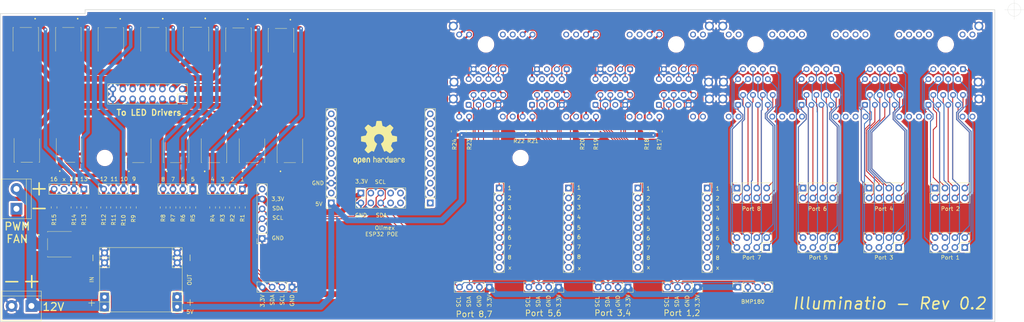
<source format=kicad_pcb>
(kicad_pcb (version 20171130) (host pcbnew 5.1.9-1.fc32)
  (layers (0 F.Cu signal hide) (31 B.Cu signal hide) (34 B.Paste user hide) (35 F.Paste user hide) (36 B.SilkS user) (37 F.SilkS user) (38 B.Mask user) (39 F.Mask user) (44 Edge.Cuts user))
  (net 0 "")
  (net 1 "Net-(J3-Pad14)")
  (net 2 "Net-(J3-Pad13)")
  (net 3 "Net-(J3-Pad12)")
  (net 4 "Net-(J3-Pad11)")
  (net 5 "Net-(J3-Pad10)")
  (net 6 "Net-(J3-Pad9)")
  (net 7 "Net-(J3-Pad8)")
  (net 8 "Net-(J3-Pad7)")
  (net 9 "Net-(J3-Pad6)")
  (net 10 "Net-(J3-Pad5)")
  (net 11 "Net-(J3-Pad4)")
  (net 12 "Net-(J3-Pad3)")
  (net 13 "Net-(J3-Pad2)")
  (net 14 "Net-(J3-Pad1)")
  (net 15 GND)
  (net 16 "Net-(J6-Pad1)")
  (net 17 "Net-(J6-Pad2)")
  (net 18 "Net-(J6-Pad13)")
  (net 19 "Net-(J6-Pad3)")
  (net 20 "Net-(J6-Pad4)")
  (net 21 "Net-(J6-Pad8)")
  (net 22 "Net-(J6-Pad14)")
  (net 23 "Net-(J6-Pad38)")
  (net 24 "Net-(J6-Pad27)")
  (net 25 "Net-(J6-Pad26)")
  (net 26 "Net-(J6-Pad16)")
  (net 27 "Net-(J6-Pad20)")
  (net 28 "Net-(J6-Pad25)")
  (net 29 "Net-(J6-Pad44)")
  (net 30 "Net-(J6-Pad32)")
  (net 31 "Net-(J6-Pad40)")
  (net 32 "Net-(J6-Pad28)")
  (net 33 "Net-(J6-Pad15)")
  (net 34 "Net-(J6-Pad39)")
  (net 35 "Net-(J6-Pad37)")
  (net 36 "Net-(J10-Pad4)")
  (net 37 "Net-(J6-Pad56)")
  (net 38 "Net-(J10-Pad1)")
  (net 39 "Net-(J10-Pad2)")
  (net 40 "Net-(J6-Pad68)")
  (net 41 "Net-(J10-Pad3)")
  (net 42 "Net-(J6-Pad80)")
  (net 43 "Net-(J6-Pad75)")
  (net 44 "Net-(J6-Pad74)")
  (net 45 "Net-(J6-Pad76)")
  (net 46 "Net-(J6-Pad73)")
  (net 47 "Net-(J10-Pad8)")
  (net 48 "Net-(J10-Pad7)")
  (net 49 "Net-(J10-Pad6)")
  (net 50 "Net-(J10-Pad5)")
  (net 51 "Net-(J6-Pad92)")
  (net 52 "Net-(J6-Pad82)")
  (net 53 "Net-(J6-Pad34)")
  (net 54 "Net-(J6-Pad58)")
  (net 55 "Net-(J6-Pad10)")
  (net 56 "Net-(J6-Pad22)")
  (net 57 "Net-(J6-Pad46)")
  (net 58 "Net-(J6-Pad70)")
  (net 59 "Net-(J6-Pad94)")
  (net 60 VCC)
  (net 61 +5V)
  (net 62 "Net-(J6-Pad88)")
  (net 63 "Net-(J6-Pad87)")
  (net 64 "Net-(J6-Pad86)")
  (net 65 "Net-(J6-Pad85)")
  (net 66 SCL)
  (net 67 SDA)
  (net 68 "Net-(J17-Pad8)")
  (net 69 "Net-(J17-Pad7)")
  (net 70 "Net-(J17-Pad6)")
  (net 71 "Net-(J17-Pad5)")
  (net 72 "Net-(J17-Pad4)")
  (net 73 "Net-(J17-Pad3)")
  (net 74 "Net-(J17-Pad2)")
  (net 75 "Net-(J17-Pad1)")
  (net 76 "Net-(J18-Pad1)")
  (net 77 "Net-(J18-Pad2)")
  (net 78 "Net-(J18-Pad3)")
  (net 79 "Net-(J18-Pad4)")
  (net 80 "Net-(J18-Pad5)")
  (net 81 "Net-(J18-Pad6)")
  (net 82 "Net-(J18-Pad7)")
  (net 83 "Net-(J18-Pad8)")
  (net 84 "Net-(J19-Pad11)")
  (net 85 "Net-(J19-Pad41)")
  (net 86 "Net-(J19-Pad44)")
  (net 87 "Net-(J19-Pad38)")
  (net 88 "Net-(J19-Pad42)")
  (net 89 "Net-(J19-Pad39)")
  (net 90 "Net-(J19-Pad40)")
  (net 91 "Net-(J19-Pad37)")
  (net 92 "Net-(J19-Pad30)")
  (net 93 "Net-(J19-Pad26)")
  (net 94 "Net-(J19-Pad32)")
  (net 95 "Net-(J19-Pad29)")
  (net 96 "Net-(J19-Pad27)")
  (net 97 "Net-(J19-Pad43)")
  (net 98 "Net-(J19-Pad25)")
  (net 99 "Net-(J19-Pad28)")
  (net 100 "Net-(J19-Pad31)")
  (net 101 "Net-(J19-Pad50)")
  (net 102 "Net-(J19-Pad61)")
  (net 103 "Net-(J19-Pad64)")
  (net 104 "Net-(J19-Pad65)")
  (net 105 "Net-(J19-Pad66)")
  (net 106 "Net-(J19-Pad89)")
  (net 107 "Net-(J19-Pad54)")
  (net 108 "Net-(J19-Pad86)")
  (net 109 "Net-(J19-Pad90)")
  (net 110 "Net-(J19-Pad55)")
  (net 111 "Net-(J19-Pad67)")
  (net 112 "Net-(J19-Pad56)")
  (net 113 "Net-(J19-Pad68)")
  (net 114 "Net-(J19-Pad49)")
  (net 115 "Net-(J19-Pad92)")
  (net 116 "Net-(J19-Pad91)")
  (net 117 "Net-(J19-Pad51)")
  (net 118 "Net-(J19-Pad52)")
  (net 119 "Net-(J19-Pad53)")
  (net 120 "Net-(J19-Pad63)")
  (net 121 "Net-(J19-Pad62)")
  (net 122 "Net-(J19-Pad87)")
  (net 123 "Net-(J19-Pad74)")
  (net 124 "Net-(J19-Pad80)")
  (net 125 "Net-(J19-Pad79)")
  (net 126 "Net-(J19-Pad77)")
  (net 127 "Net-(J19-Pad85)")
  (net 128 "Net-(J19-Pad88)")
  (net 129 "Net-(J19-Pad75)")
  (net 130 "Net-(J19-Pad76)")
  (net 131 "Net-(J19-Pad78)")
  (net 132 "Net-(J19-Pad73)")
  (net 133 PWM12)
  (net 134 PWM11)
  (net 135 PWM10)
  (net 136 PWM09)
  (net 137 PWM14)
  (net 138 PWM13)
  (net 139 PWM04)
  (net 140 PWM03)
  (net 141 PWM02)
  (net 142 PWM01)
  (net 143 PWM08)
  (net 144 PWM07)
  (net 145 PWM06)
  (net 146 PWM05)
  (net 147 +3V3)
  (net 148 "Net-(J2-Pad3)")
  (net 149 "Net-(J6-Pad78)")
  (net 150 "Net-(J6-Pad77)")
  (net 151 "Net-(J6-Pad53)")
  (net 152 "Net-(J6-Pad90)")
  (net 153 "Net-(J6-Pad54)")
  (net 154 "Net-(J6-Pad89)")
  (net 155 "Net-(J6-Pad66)")
  (net 156 "Net-(J6-Pad65)")
  (net 157 "Net-(J6-Pad29)")
  (net 158 "Net-(J6-Pad30)")
  (net 159 "Net-(J6-Pad42)")
  (net 160 "Net-(J6-Pad41)")
  (net 161 "Net-(J6-Pad5)")
  (net 162 "Net-(J6-Pad6)")
  (net 163 "Net-(J6-Pad17)")
  (net 164 "Net-(J6-Pad18)")
  (net 165 "Net-(J6-Pad60)")
  (net 166 "Net-(J6-Pad11)")
  (net 167 "Net-(J6-Pad36)")
  (net 168 "Net-(J6-Pad84)")
  (net 169 "Net-(J6-Pad83)")
  (net 170 "Net-(J6-Pad35)")
  (net 171 "Net-(J6-Pad12)")
  (net 172 "Net-(J6-Pad59)")
  (net 173 "Net-(J6-Pad95)")
  (net 174 "Net-(J6-Pad96)")
  (net 175 "Net-(J6-Pad71)")
  (net 176 "Net-(J6-Pad72)")
  (net 177 "Net-(J6-Pad47)")
  (net 178 "Net-(J6-Pad48)")
  (net 179 "Net-(J6-Pad23)")
  (net 180 "Net-(J6-Pad24)")
  (net 181 "Net-(J7-Pad9)")
  (net 182 "Net-(J8-Pad9)")
  (net 183 "Net-(J9-Pad9)")
  (net 184 "Net-(J10-Pad9)")
  (net 185 "Net-(J12-Pad10)")
  (net 186 "Net-(J12-Pad9)")
  (net 187 "Net-(J12-Pad8)")
  (net 188 "Net-(J12-Pad7)")
  (net 189 "Net-(J12-Pad4)")
  (net 190 "Net-(J12-Pad3)")
  (net 191 "Net-(J13-Pad6)")
  (net 192 "Net-(J13-Pad2)")
  (net 193 "Net-(J19-Pad81)")
  (net 194 "Net-(J19-Pad60)")
  (net 195 "Net-(J19-Pad36)")
  (net 196 "Net-(J19-Pad84)")
  (net 197 "Net-(J19-Pad83)")
  (net 198 "Net-(J19-Pad10)")
  (net 199 "Net-(J19-Pad35)")
  (net 200 "Net-(J19-Pad12)")
  (net 201 "Net-(J19-Pad58)")
  (net 202 "Net-(J19-Pad59)")
  (net 203 "Net-(J19-Pad34)")
  (net 204 "Net-(J19-Pad9)")
  (net 205 "Net-(J19-Pad82)")
  (net 206 "Net-(J19-Pad57)")
  (net 207 "Net-(J19-Pad33)")
  (net 208 "Net-(J19-Pad95)")
  (net 209 "Net-(J19-Pad93)")
  (net 210 "Net-(J19-Pad94)")
  (net 211 "Net-(J19-Pad69)")
  (net 212 "Net-(J19-Pad96)")
  (net 213 "Net-(J19-Pad70)")
  (net 214 "Net-(J19-Pad71)")
  (net 215 "Net-(J19-Pad45)")
  (net 216 "Net-(J19-Pad72)")
  (net 217 "Net-(J19-Pad46)")
  (net 218 "Net-(J19-Pad21)")
  (net 219 "Net-(J19-Pad47)")
  (net 220 "Net-(J19-Pad22)")
  (net 221 "Net-(J19-Pad48)")
  (net 222 "Net-(J19-Pad23)")
  (net 223 "Net-(J19-Pad24)")
  (net 224 "Net-(J26-Pad10)")
  (net 225 "Net-(J26-Pad9)")
  (net 226 "Net-(J26-Pad8)")
  (net 227 "Net-(J26-Pad7)")
  (net 228 "Net-(J26-Pad6)")
  (net 229 "Net-(J26-Pad5)")
  (net 230 "Net-(J26-Pad4)")
  (net 231 "Net-(J26-Pad2)")
  (net 232 "Net-(J31-Pad1)")
  (net 233 "Net-(J31-Pad2)")
  (net 234 "Net-(J31-Pad3)")
  (net 235 "Net-(J31-Pad4)")
  (net 236 "Net-(J31-Pad5)")
  (net 237 "Net-(J31-Pad6)")
  (net 238 "Net-(J31-Pad7)")
  (net 239 "Net-(J31-Pad8)")
  (net 240 "Net-(J31-Pad9)")
  (net 241 "Net-(J31-Pad10)")
  (net 242 PWM16)
  (net 243 "Net-(J29-Pad1)")
  (module LightControllerLibs:MP1584EN_dc-dc_module (layer F.Cu) (at 66.04 128.27 180)
    (fp_text reference J27 hide)
    (fp_text value "DC-DC step down")
    (fp_text user - (at 23.0472 13.843 270) (layer F.SilkS) (effects (font (size 2 2))))
    (fp_text user - (at -1.8636 13.8684 270) (layer F.SilkS) (effects (font (size 2 2))))
    (fp_text user + (at 23.225 2.4384 180) (layer F.SilkS) (effects (font (size 2 2))))
    (fp_text user + (at -2.0414 2.5654 180) (layer F.SilkS) (effects (font (size 2 2))))
    (fp_text user IN (at 23.1996 8.255 270) (layer F.SilkS))
    (fp_text user OUT (at -1.889 8.2296 270) (layer F.SilkS))
    (pad 6 thru_hole circle (at 19.91 15.13 180) (size 1.8 1.8) (drill 1) (layers *.Cu *.Mask) (net 15 GND))
    (pad 5 thru_hole circle (at 19.91 12.59 180) (size 1.8 1.8) (drill 1) (layers *.Cu *.Mask) (net 15 GND))
    (pad 8 thru_hole rect (at 19.91 3.81 180) (size 2.2 2.2) (drill 1) (layers *.Cu *.Mask) (net 60 VCC))
    (pad 7 thru_hole rect (at 19.91 1.27 180) (size 2.2 2.2) (drill 1) (layers *.Cu *.Mask) (net 60 VCC))
    (pad 4 thru_hole circle (at 1.27 15.13 180) (size 1.8 1.8) (drill 1) (layers *.Cu *.Mask) (net 15 GND))
    (pad 3 thru_hole circle (at 1.27 12.59 180) (size 1.8 1.8) (drill 1) (layers *.Cu *.Mask) (net 15 GND))
    (pad 2 thru_hole rect (at 1.3 3.84 180) (size 2.2 2.2) (drill 1) (layers *.Cu *.Mask) (net 61 +5V))
    (pad 1 thru_hole rect (at 1.3 1.3 180) (size 2.2 2.2) (drill 1) (layers *.Cu *.Mask) (net 61 +5V))
  )
  (module Symbol:OSHW-Symbol_8.9x8mm_Copper (layer F.Cu) (at 250.90882 119.42318)
    (fp_text reference REF** hide)
    (fp_text value OSHW-Symbol_8.9x8mm_Copper hide)
    (fp_poly (pts (xy 0.746536 -3.399573) (xy 0.859118 -2.802382) (xy 1.274531 -2.631135) (xy 1.689945 -2.459888) (xy 2.188302 -2.798767) (xy 2.327869 -2.893123) (xy 2.454029 -2.97737) (xy 2.560896 -3.047662) (xy 2.642583 -3.100153) (xy 2.693202 -3.130996) (xy 2.706987 -3.137647) (xy 2.731821 -3.120542) (xy 2.784889 -3.073256) (xy 2.860241 -3.001828) (xy 2.95193 -2.9123) (xy 3.054008 -2.810711) (xy 3.160527 -2.703102) (xy 3.265537 -2.595513) (xy 3.363092 -2.493985) (xy 3.447243 -2.404559) (xy 3.512041 -2.333274) (xy 3.551538 -2.286172) (xy 3.560981 -2.270408) (xy 3.547392 -2.241347) (xy 3.509294 -2.177679) (xy 3.450694 -2.085633) (xy 3.375598 -1.971436) (xy 3.288009 -1.841316) (xy 3.237255 -1.767099) (xy 3.144746 -1.631578) (xy 3.062541 -1.509284) (xy 2.994631 -1.406305) (xy 2.945001 -1.328727) (xy 2.917641 -1.282639) (xy 2.91353 -1.272953) (xy 2.92285 -1.245426) (xy 2.948255 -1.181272) (xy 2.985912 -1.08951) (xy 3.031987 -0.979161) (xy 3.082647 -0.859245) (xy 3.13406 -0.738781) (xy 3.18239 -0.626791) (xy 3.223807 -0.532293) (xy 3.254475 -0.464308) (xy 3.270562 -0.431857) (xy 3.271512 -0.43058) (xy 3.296773 -0.424383) (xy 3.364046 -0.41056) (xy 3.466361 -0.390468) (xy 3.596742 -0.365466) (xy 3.748217 -0.336914) (xy 3.836594 -0.320449) (xy 3.998453 -0.289631) (xy 4.14465 -0.260306) (xy 4.267788 -0.234079) (xy 4.36047 -0.212554) (xy 4.415302 -0.197335) (xy 4.426324 -0.192507) (xy 4.437119 -0.159826) (xy 4.44583 -0.086015) (xy 4.452461 0.020292) (xy 4.457019 0.150467) (xy 4.45951 0.295876) (xy 4.459939 0.44789) (xy 4.458312 0.597877) (xy 4.454636 0.737206) (xy 4.448916 0.857245) (xy 4.441158 0.949365) (xy 4.431369 1.004932) (xy 4.425497 1.0165) (xy 4.3904 1.030365) (xy 4.316029 1.050188) (xy 4.212224 1.073639) (xy 4.08882 1.098391) (xy 4.045742 1.106398) (xy 3.838048 1.144441) (xy 3.673985 1.175079) (xy 3.548131 1.199529) (xy 3.455066 1.219009) (xy 3.389368 1.234736) (xy 3.345618 1.247928) (xy 3.318393 1.259804) (xy 3.302273 1.27158) (xy 3.300018 1.273908) (xy 3.277504 1.3114) (xy 3.243159 1.384365) (xy 3.200412 1.483867) (xy 3.152693 1.600973) (xy 3.103431 1.726748) (xy 3.056056 1.852257) (xy 3.013996 1.968565) (xy 2.980681 2.066739) (xy 2.959542 2.137843) (xy 2.954006 2.172942) (xy 2.954467 2.174172) (xy 2.973224 2.202861) (xy 3.015777 2.265985) (xy 3.077654 2.356973) (xy 3.154383 2.469255) (xy 3.241492 2.59626) (xy 3.266299 2.632353) (xy 3.354753 2.763203) (xy 3.432589 2.882591) (xy 3.495567 2.983662) (xy 3.539446 3.059559) (xy 3.559986 3.103427) (xy 3.560981 3.108817) (xy 3.543723 3.137144) (xy 3.496036 3.193261) (xy 3.424051 3.271137) (xy 3.333898 3.36474) (xy 3.231706 3.468041) (xy 3.123606 3.575006) (xy 3.015729 3.679606) (xy 2.914205 3.775809) (xy 2.825163 3.857584) (xy 2.754734 3.9189) (xy 2.709048 3.953726) (xy 2.69641 3.959412) (xy 2.666992 3.94602) (xy 2.606762 3.909899) (xy 2.52553 3.857136) (xy 2.463031 3.814667) (xy 2.349786 3.73674) (xy 2.215675 3.644984) (xy 2.081156 3.553375) (xy 2.008834 3.504346) (xy 1.764039 3.33877) (xy 1.558551 3.449875) (xy 1.464937 3.498548) (xy 1.385331 3.536381) (xy 1.331468 3.557958) (xy 1.317758 3.560961) (xy 1.301271 3.538793) (xy 1.268746 3.476149) (xy 1.222609 3.378809) (xy 1.165291 3.252549) (xy 1.099217 3.10315) (xy 1.026816 2.936388) (xy 0.950517 2.758042) (xy 0.872747 2.573891) (xy 0.795935 2.389712) (xy 0.722507 2.211285) (xy 0.654893 2.044387) (xy 0.595521 1.894797) (xy 0.546817 1.768293) (xy 0.511211 1.670654) (xy 0.491131 1.607657) (xy 0.487901 1.586021) (xy 0.513497 1.558424) (xy 0.569539 1.513625) (xy 0.644312 1.460934) (xy 0.650588 1.456765) (xy 0.843846 1.302069) (xy 0.999675 1.121591) (xy 1.116725 0.921102) (xy 1.193646 0.706374) (xy 1.229087 0.483177) (xy 1.221698 0.257281) (xy 1.170128 0.034459) (xy 1.073027 -0.179521) (xy 1.044459 -0.226336) (xy 0.895869 -0.415382) (xy 0.720328 -0.567188) (xy 0.523911 -0.680966) (xy 0.312694 -0.755925) (xy 0.092754 -0.791278) (xy -0.129836 -0.786233) (xy -0.348998 -0.740001) (xy -0.558657 -0.651794) (xy -0.752738 -0.520821) (xy -0.812773 -0.467663) (xy -0.965564 -0.301261) (xy -1.076902 -0.126088) (xy -1.153276 0.070266) (xy -1.195812 0.264717) (xy -1.206313 0.483342) (xy -1.171299 0.703052) (xy -1.094326 0.91642) (xy -0.978952 1.116022) (xy -0.828734 1.294429) (xy -0.647226 1.444217) (xy -0.623372 1.460006) (xy -0.547798 1.511712) (xy -0.490348 1.556512) (xy -0.462882 1.585117) (xy -0.462482 1.586021) (xy -0.468379 1.616964) (xy -0.491754 1.687191) (xy -0.530178 1.790925) (xy -0.581222 1.92239) (xy -0.642457 2.075807) (xy -0.711455 2.245401) (xy -0.785786 2.425393) (xy -0.863021 2.610008) (xy -0.940731 2.793468) (xy -1.016488 2.969996) (xy -1.087862 3.133814) (xy -1.152425 3.279147) (xy -1.207747 3.400217) (xy -1.251399 3.491247) (xy -1.280953 3.54646) (xy -1.292855 3.560961) (xy -1.329222 3.549669) (xy -1.397269 3.519385) (xy -1.485263 3.47552) (xy -1.533649 3.449875) (xy -1.739136 3.33877) (xy -1.983931 3.504346) (xy -2.108893 3.58917) (xy -2.245704 3.682516) (xy -2.373911 3.770408) (xy -2.438128 3.814667) (xy -2.528448 3.875318) (xy -2.604928 3.923381) (xy -2.657592 3.95277) (xy -2.674697 3.958982) (xy -2.699594 3.942223) (xy -2.754694 3.895436) (xy -2.834656 3.82348) (xy -2.934139 3.731212) (xy -3.047799 3.62349) (xy -3.119684 3.554326) (xy -3.245448 3.430757) (xy -3.354136 3.320234) (xy -3.441354 3.227485) (xy -3.50271 3.157237) (xy -3.533808 3.11422) (xy -3.536791 3.10549) (xy -3.522946 3.072284) (xy -3.484687 3.005142) (xy -3.426258 2.910863) (xy -3.351902 2.796245) (xy -3.265864 2.668083) (xy -3.241397 2.632353) (xy -3.152245 2.502489) (xy -3.072261 2.385569) (xy -3.005919 2.288162) (xy -2.957688 2.216839) (xy -2.932042 2.17817) (xy -2.929564 2.174172) (xy -2.93327 2.143355) (xy -2.952938 2.075599) (xy -2.985139 1.979839) (xy -3.026444 1.865009) (xy -3.073424 1.740044) (xy -3.12265 1.613879) (xy -3.170691 1.495448) (xy -3.214118 1.393685) (xy -3.249503 1.317526) (xy -3.273415 1.275904) (xy -3.275115 1.273908) (xy -3.289737 1.262013) (xy -3.314434 1.25025) (xy -3.354627 1.237401) (xy -3.415736 1.222249) (xy -3.503182 1.203576) (xy -3.622387 1.180165) (xy -3.778772 1.150797) (xy -3.977756 1.114255) (xy -4.020839 1.106398) (xy -4.148529 1.081727) (xy -4.259846 1.057593) (xy -4.344954 1.036324) (xy -4.394016 1.020248) (xy -4.400594 1.0165) (xy -4.411435 0.983273) (xy -4.420246 0.909021) (xy -4.427023 0.802376) (xy -4.431759 0.671967) (xy -4.434449 0.526427) (xy -4.435086 0.374386) (xy -4.433665 0.224476) (xy -4.430179 0.085328) (xy -4.424623 -0.034428) (xy -4.416991 -0.126159) (xy -4.407277 -0.181234) (xy -4.401421 -0.192507) (xy -4.368819 -0.203877) (xy -4.294581 -0.222376) (xy -4.186103 -0.246398) (xy -4.050782 -0.274338) (xy -3.896014 -0.304592) (xy -3.811692 -0.320449) (xy -3.651703 -0.350356) (xy -3.509032 -0.37745) (xy -3.390651 -0.400369) (xy -3.303534 -0.417757) (xy -3.254654 -0.428253) (xy -3.246609 -0.43058) (xy -3.233012 -0.456814) (xy -3.20427 -0.520005) (xy -3.164214 -0.611123) (xy -3.116675 -0.721143) (xy -3.065484 -0.841035) (xy -3.014473 -0.961773) (xy -2.967473 -1.074329) (xy -2.928315 -1.169674) (xy -2.90083 -1.238783) (xy -2.88885 -1.272626) (xy -2.888627 -1.274105) (xy -2.902208 -1.300803) (xy -2.940284 -1.36224) (xy -2.998852 -1.452311) (xy -3.073911 -1.56491) (xy -3.161459 -1.69393) (xy -3.212352 -1.768039) (xy -3.30509 -1.903923) (xy -3.387458 -2.027291) (xy -3.455438 -2.131903) (xy -3.505011 -2.211517) (xy -3.532157 -2.259893) (xy -3.536078 -2.270738) (xy -3.519224 -2.29598) (xy -3.472631 -2.349876) (xy -3.402251 -2.426387) (xy -3.314034 -2.519477) (xy -3.213934 -2.623105) (xy -3.107901 -2.731236) (xy -3.001888 -2.83783) (xy -2.901847 -2.93685) (xy -2.813729 -3.022258) (xy -2.743486 -3.088015) (xy -2.697071 -3.128084) (xy -2.681543 -3.137647) (xy -2.65626 -3.1242) (xy -2.595788 -3.086425) (xy -2.506007 -3.028165) (xy -2.392796 -2.953266) (xy -2.262036 -2.865575) (xy -2.1634 -2.798767) (xy -1.665042 -2.459888) (xy -1.249629 -2.631135) (xy -0.834215 -2.802382) (xy -0.721633 -3.399573) (xy -0.60905 -3.996765) (xy 0.633953 -3.996765) (xy 0.746536 -3.399573)) (layer F.Cu) (width 0.01))
  )
  (module Symbol:OSHW-Logo2_14.6x12mm_SilkScreen (layer F.Cu) (at 116.51488 84.85886)
    (fp_text reference REF** hide)
    (fp_text value OSHW-Logo2_14.6x12mm_SilkScreen hide)
  )
  (module Symbol:KiCad-Logo2_5mm_Copper (layer F.Cu) (at 263.45134 119.65432)
    (fp_text reference REF** hide)
    (fp_text value KiCad-Logo2_5mm_Copper hide)
    (fp_poly (pts (xy -2.9464 -2.510946) (xy -2.935535 -2.397007) (xy -2.903918 -2.289384) (xy -2.853015 -2.190385) (xy -2.784293 -2.102316) (xy -2.699219 -2.027484) (xy -2.602232 -1.969616) (xy -2.495964 -1.929995) (xy -2.38895 -1.911427) (xy -2.2833 -1.912566) (xy -2.181125 -1.93207) (xy -2.084534 -1.968594) (xy -1.995638 -2.020795) (xy -1.916546 -2.087327) (xy -1.849369 -2.166848) (xy -1.796217 -2.258013) (xy -1.759199 -2.359477) (xy -1.740427 -2.469898) (xy -1.738489 -2.519794) (xy -1.738489 -2.607733) (xy -1.68656 -2.607733) (xy -1.650253 -2.604889) (xy -1.623355 -2.593089) (xy -1.596249 -2.569351) (xy -1.557867 -2.530969) (xy -1.557867 -0.339398) (xy -1.557876 -0.077261) (xy -1.557908 0.163241) (xy -1.557972 0.383048) (xy -1.558076 0.583101) (xy -1.558227 0.764344) (xy -1.558434 0.927716) (xy -1.558706 1.07416) (xy -1.55905 1.204617) (xy -1.559474 1.320029) (xy -1.559987 1.421338) (xy -1.560597 1.509484) (xy -1.561312 1.58541) (xy -1.56214 1.650057) (xy -1.563089 1.704367) (xy -1.564167 1.74928) (xy -1.565383 1.78574) (xy -1.566745 1.814687) (xy -1.568261 1.837063) (xy -1.569938 1.853809) (xy -1.571786 1.865868) (xy -1.573813 1.87418) (xy -1.576025 1.879687) (xy -1.577108 1.881537) (xy -1.581271 1.888549) (xy -1.584805 1.894996) (xy -1.588635 1.9009) (xy -1.593682 1.906286) (xy -1.600871 1.911178) (xy -1.611123 1.915598) (xy -1.625364 1.919572) (xy -1.644514 1.923121) (xy -1.669499 1.92627) (xy -1.70124 1.929042) (xy -1.740662 1.931461) (xy -1.788686 1.933551) (xy -1.846237 1.935335) (xy -1.914237 1.936837) (xy -1.99361 1.93808) (xy -2.085279 1.939089) (xy -2.190166 1.939885) (xy -2.309196 1.940494) (xy -2.44329 1.940939) (xy -2.593373 1.941243) (xy -2.760367 1.94143) (xy -2.945196 1.941524) (xy -3.148783 1.941548) (xy -3.37205 1.941525) (xy -3.615922 1.94148) (xy -3.881321 1.941437) (xy -3.919704 1.941432) (xy -4.186682 1.941389) (xy -4.432002 1.941318) (xy -4.656583 1.941213) (xy -4.861345 1.941066) (xy -5.047206 1.940869) (xy -5.215088 1.940616) (xy -5.365908 1.9403) (xy -5.500587 1.939913) (xy -5.620044 1.939447) (xy -5.725199 1.938897) (xy -5.816971 1.938253) (xy -5.896279 1.937511) (xy -5.964043 1.936661) (xy -6.021182 1.935697) (xy -6.068617 1.934611) (xy -6.107266 1.933397) (xy -6.138049 1.932047) (xy -6.161885 1.930555) (xy -6.179694 1.928911) (xy -6.192395 1.927111) (xy -6.200908 1.925145) (xy -6.205266 1.923477) (xy -6.213728 1.919906) (xy -6.221497 1.91727) (xy -6.228602 1.914634) (xy -6.235073 1.911062) (xy -6.240939 1.905621) (xy -6.246229 1.897375) (xy -6.250974 1.88539) (xy -6.255202 1.868731) (xy -6.258943 1.846463) (xy -6.262227 1.817652) (xy -6.265083 1.781363) (xy -6.26754 1.736661) (xy -6.269629 1.682611) (xy -6.271378 1.618279) (xy -6.272817 1.54273) (xy -6.273976 1.45503) (xy -6.274883 1.354243) (xy -6.275569 1.239434) (xy -6.276063 1.10967) (xy -6.276395 0.964015) (xy -6.276593 0.801535) (xy -6.276687 0.621295) (xy -6.276708 0.42236) (xy -6.276685 0.203796) (xy -6.276646 -0.035332) (xy -6.276622 -0.29596) (xy -6.276622 -0.338111) (xy -6.276636 -0.601008) (xy -6.276661 -0.842268) (xy -6.276671 -1.062835) (xy -6.276642 -1.263648) (xy -6.276548 -1.445651) (xy -6.276362 -1.609784) (xy -6.276059 -1.756989) (xy -6.275614 -1.888208) (xy -6.275034 -1.998133) (xy -5.972197 -1.998133) (xy -5.932407 -1.940289) (xy -5.921236 -1.924521) (xy -5.911166 -1.910559) (xy -5.902138 -1.897216) (xy -5.894097 -1.883307) (xy -5.886986 -1.867644) (xy -5.880747 -1.849042) (xy -5.875325 -1.826314) (xy -5.870662 -1.798273) (xy -5.866701 -1.763733) (xy -5.863385 -1.721508) (xy -5.860659 -1.670411) (xy -5.858464 -1.609256) (xy -5.856745 -1.536856) (xy -5.855444 -1.452025) (xy -5.854505 -1.353578) (xy -5.85387 -1.240326) (xy -5.853484 -1.111084) (xy -5.853288 -0.964666) (xy -5.853227 -0.799884) (xy -5.853243 -0.615553) (xy -5.85328 -0.410487) (xy -5.853289 -0.287867) (xy -5.853265 -0.070918) (xy -5.853231 0.124642) (xy -5.853243 0.299999) (xy -5.853358 0.456341) (xy -5.85363 0.594857) (xy -5.854118 0.716734) (xy -5.854876 0.82316) (xy -5.855962 0.915322) (xy -5.857431 0.994409) (xy -5.85934 1.061608) (xy -5.861744 1.118107) (xy -5.864701 1.165093) (xy -5.868266 1.203755) (xy -5.872495 1.23528) (xy -5.877446 1.260855) (xy -5.883173 1.28167) (xy -5.889733 1.298911) (xy -5.897183 1.313765) (xy -5.905579 1.327422) (xy -5.914976 1.341069) (xy -5.925432 1.355893) (xy -5.931523 1.364783) (xy -5.970296 1.4224) (xy -5.438732 1.4224) (xy -5.315483 1.422365) (xy -5.212987 1.422215) (xy -5.12942 1.421878) (xy -5.062956 1.421286) (xy -5.011771 1.420367) (xy -4.974041 1.419051) (xy -4.94794 1.417269) (xy -4.931644 1.414951) (xy -4.923328 1.412026) (xy -4.921168 1.408424) (xy -4.923339 1.404075) (xy -4.924535 1.402645) (xy -4.949685 1.365573) (xy -4.975583 1.312772) (xy -4.999192 1.25077) (xy -5.007461 1.224357) (xy -5.012078 1.206416) (xy -5.015979 1.185355) (xy -5.019248 1.159089) (xy -5.021966 1.125532) (xy -5.024215 1.082599) (xy -5.026077 1.028204) (xy -5.027636 0.960262) (xy -5.028972 0.876688) (xy -5.030169 0.775395) (xy -5.031308 0.6543) (xy -5.031685 0.6096) (xy -5.032702 0.484449) (xy -5.03346 0.380082) (xy -5.033903 0.294707) (xy -5.03397 0.226533) (xy -5.033605 0.173765) (xy -5.032748 0.134614) (xy -5.031341 0.107285) (xy -5.029325 0.089986) (xy -5.026643 0.080926) (xy -5.023236 0.078312) (xy -5.019044 0.080351) (xy -5.014571 0.084667) (xy -5.004216 0.097602) (xy -4.982158 0.126676) (xy -4.949957 0.169759) (xy -4.909174 0.224718) (xy -4.86137 0.289423) (xy -4.808105 0.361742) (xy -4.75094 0.439544) (xy -4.691437 0.520698) (xy -4.631155 0.603072) (xy -4.571655 0.684536) (xy -4.514498 0.762957) (xy -4.461245 0.836204) (xy -4.413457 0.902147) (xy -4.372693 0.958654) (xy -4.340516 1.003593) (xy -4.318485 1.034834) (xy -4.313917 1.041466) (xy -4.290996 1.078369) (xy -4.264188 1.126359) (xy -4.238789 1.175897) (xy -4.235568 1.182577) (xy -4.21389 1.230772) (xy -4.201304 1.268334) (xy -4.195574 1.30416) (xy -4.194456 1.3462) (xy -4.19509 1.4224) (xy -3.040651 1.4224) (xy -3.131815 1.328669) (xy -3.178612 1.278775) (xy -3.228899 1.222295) (xy -3.274944 1.168026) (xy -3.295369 1.142673) (xy -3.325807 1.103128) (xy -3.365862 1.049916) (xy -3.414361 0.984667) (xy -3.470135 0.909011) (xy -3.532011 0.824577) (xy -3.598819 0.732994) (xy -3.669387 0.635892) (xy -3.742545 0.534901) (xy -3.817121 0.43165) (xy -3.891944 0.327768) (xy -3.965843 0.224885) (xy -4.037646 0.124631) (xy -4.106184 0.028636) (xy -4.170284 -0.061473) (xy -4.228775 -0.144064) (xy -4.280486 -0.217508) (xy -4.324247 -0.280176) (xy -4.358885 -0.330439) (xy -4.38323 -0.366666) (xy -4.396111 -0.387229) (xy -4.397869 -0.391332) (xy -4.38991 -0.402658) (xy -4.369115 -0.429838) (xy -4.336847 -0.471171) (xy -4.29447 -0.524956) (xy -4.243347 -0.589494) (xy -4.184841 -0.663082) (xy -4.120314 -0.744022) (xy -4.051131 -0.830612) (xy -3.978653 -0.921152) (xy -3.904246 -1.01394) (xy -3.844517 -1.088298) (xy -2.833511 -1.088298) (xy -2.827602 -1.075341) (xy -2.813272 -1.053092) (xy -2.812225 -1.051609) (xy -2.793438 -1.021456) (xy -2.773791 -0.984625) (xy -2.769892 -0.976489) (xy -2.766356 -0.96806) (xy -2.76323 -0.957941) (xy -2.760486 -0.94474) (xy -2.758092 -0.927062) (xy -2.756019 -0.903516) (xy -2.754235 -0.872707) (xy -2.752712 -0.833243) (xy -2.751419 -0.783731) (xy -2.750326 -0.722777) (xy -2.749403 -0.648989) (xy -2.748619 -0.560972) (xy -2.747945 -0.457335) (xy -2.74735 -0.336684) (xy -2.746805 -0.197626) (xy -2.746279 -0.038768) (xy -2.745745 0.140089) (xy -2.745206 0.325207) (xy -2.744772 0.489145) (xy -2.744509 0.633303) (xy -2.744484 0.759079) (xy -2.744765 0.867871) (xy -2.745419 0.961077) (xy -2.746514 1.040097) (xy -2.748118 1.106328) (xy -2.750297 1.16117) (xy -2.753119 1.206021) (xy -2.756651 1.242278) (xy -2.760961 1.271341) (xy -2.766117 1.294609) (xy -2.772185 1.313479) (xy -2.779233 1.329351) (xy -2.787329 1.343622) (xy -2.79654 1.357691) (xy -2.80504 1.370158) (xy -2.822176 1.396452) (xy -2.832322 1.414037) (xy -2.833511 1.417257) (xy -2.822604 1.418334) (xy -2.791411 1.419335) (xy -2.742223 1.420235) (xy -2.677333 1.42101) (xy -2.59903 1.421637) (xy -2.509607 1.422091) (xy -2.411356 1.422349) (xy -2.342445 1.4224) (xy -2.237452 1.42218) (xy -2.14061 1.421548) (xy -2.054107 1.420549) (xy -1.980132 1.419227) (xy -1.920874 1.417626) (xy -1.87852 1.415791) (xy -1.85526 1.413765) (xy -1.851378 1.412493) (xy -1.859076 1.397591) (xy -1.867074 1.38956) (xy -1.880246 1.372434) (xy -1.897485 1.342183) (xy -1.909407 1.317622) (xy -1.936045 1.258711) (xy -1.93912 0.081845) (xy -1.942195 -1.095022) (xy -2.387853 -1.095022) (xy -2.48567 -1.094858) (xy -2.576064 -1.094389) (xy -2.65663 -1.093653) (xy -2.724962 -1.092684) (xy -2.778656 -1.09152) (xy -2.815305 -1.090197) (xy -2.832504 -1.088751) (xy -2.833511 -1.088298) (xy -3.844517 -1.088298) (xy -3.82927 -1.107278) (xy -3.75509 -1.199463) (xy -3.683069 -1.288796) (xy -3.614569 -1.373576) (xy -3.550955 -1.452102) (xy -3.493588 -1.522674) (xy -3.443833 -1.583591) (xy -3.403052 -1.633153) (xy -3.385888 -1.653822) (xy -3.299596 -1.754484) (xy -3.222997 -1.837741) (xy -3.154183 -1.905562) (xy -3.091248 -1.959911) (xy -3.081867 -1.967278) (xy -3.042356 -1.997883) (xy -4.174116 -1.998133) (xy -4.168827 -1.950156) (xy -4.17213 -1.892812) (xy -4.193661 -1.824537) (xy -4.233635 -1.744788) (xy -4.278943 -1.672505) (xy -4.295161 -1.64986) (xy -4.323214 -1.612304) (xy -4.36143 -1.561979) (xy -4.408137 -1.501027) (xy -4.461661 -1.431589) (xy -4.520331 -1.355806) (xy -4.582475 -1.27582) (xy -4.646421 -1.193772) (xy -4.710495 -1.111804) (xy -4.773027 -1.032057) (xy -4.832343 -0.956673) (xy -4.886771 -0.887793) (xy -4.934639 -0.827558) (xy -4.974275 -0.778111) (xy -5.004006 -0.741592) (xy -5.022161 -0.720142) (xy -5.02522 -0.716844) (xy -5.028079 -0.724851) (xy -5.030293 -0.755145) (xy -5.031857 -0.807444) (xy -5.032767 -0.881469) (xy -5.03302 -0.976937) (xy -5.032613 -1.093566) (xy -5.031704 -1.213555) (xy -5.030382 -1.345667) (xy -5.028857 -1.457406) (xy -5.026881 -1.550975) (xy -5.024206 -1.628581) (xy -5.020582 -1.692426) (xy -5.015761 -1.744717) (xy -5.009494 -1.787656) (xy -5.001532 -1.823449) (xy -4.991627 -1.8543) (xy -4.979531 -1.882414) (xy -4.964993 -1.909995) (xy -4.950311 -1.935034) (xy -4.912314 -1.998133) (xy -5.972197 -1.998133) (xy -6.275034 -1.998133) (xy -6.275001 -2.004383) (xy -6.274195 -2.106456) (xy -6.27317 -2.195367) (xy -6.2719 -2.272059) (xy -6.27036 -2.337473) (xy -6.268524 -2.392551) (xy -6.266367 -2.438235) (xy -6.263863 -2.475466) (xy -6.260987 -2.505187) (xy -6.257713 -2.528338) (xy -6.254015 -2.545861) (xy -6.249869 -2.558699) (xy -6.245247 -2.567792) (xy -6.240126 -2.574082) (xy -6.234478 -2.578512) (xy -6.228279 -2.582022) (xy -6.221504 -2.585555) (xy -6.215508 -2.589124) (xy -6.210275 -2.5917) (xy -6.202099 -2.594028) (xy -6.189886 -2.596122) (xy -6.172541 -2.597993) (xy -6.148969 -2.599653) (xy -6.118077 -2.601116) (xy -6.078768 -2.602392) (xy -6.02995 -2.603496) (xy -5.970527 -2.604439) (xy -5.899404 -2.605233) (xy -5.815488 -2.605891) (xy -5.717683 -2.606425) (xy -5.604894 -2.606847) (xy -5.476029 -2.607171) (xy -5.329991 -2.607408) (xy -5.165686 -2.60757) (xy -4.98202 -2.60767) (xy -4.777897 -2.60772) (xy -4.566753 -2.607733) (xy -2.9464 -2.607733) (xy -2.9464 -2.510946)) (layer F.Cu) (width 0.01))
    (fp_poly (pts (xy 0.328429 -2.050929) (xy 0.48857 -2.029755) (xy 0.65251 -1.989615) (xy 0.822313 -1.930111) (xy 1.000043 -1.850846) (xy 1.01131 -1.845301) (xy 1.069005 -1.817275) (xy 1.120552 -1.793198) (xy 1.162191 -1.774751) (xy 1.190162 -1.763614) (xy 1.199733 -1.761067) (xy 1.21895 -1.756059) (xy 1.223561 -1.751853) (xy 1.218458 -1.74142) (xy 1.202418 -1.715132) (xy 1.177288 -1.675743) (xy 1.144914 -1.626009) (xy 1.107143 -1.568685) (xy 1.065822 -1.506524) (xy 1.022798 -1.442282) (xy 0.979917 -1.378715) (xy 0.939026 -1.318575) (xy 0.901971 -1.26462) (xy 0.8706 -1.219603) (xy 0.846759 -1.186279) (xy 0.832294 -1.167403) (xy 0.830309 -1.165213) (xy 0.820191 -1.169862) (xy 0.79785 -1.187038) (xy 0.76728 -1.21356) (xy 0.751536 -1.228036) (xy 0.655047 -1.303318) (xy 0.548336 -1.358759) (xy 0.432832 -1.393859) (xy 0.309962 -1.40812) (xy 0.240561 -1.406949) (xy 0.119423 -1.389788) (xy 0.010205 -1.353906) (xy -0.087418 -1.299041) (xy -0.173772 -1.22493) (xy -0.249185 -1.131312) (xy -0.313982 -1.017924) (xy -0.351399 -0.931333) (xy -0.395252 -0.795634) (xy -0.427572 -0.64815) (xy -0.448443 -0.492686) (xy -0.457949 -0.333044) (xy -0.456173 -0.173027) (xy -0.443197 -0.016439) (xy -0.419106 0.132918) (xy -0.383982 0.27124) (xy -0.337908 0.394724) (xy -0.321627 0.428978) (xy -0.25338 0.543064) (xy -0.172921 0.639557) (xy -0.08143 0.71767) (xy 0.019911 0.776617) (xy 0.12992 0.815612) (xy 0.247415 0.833868) (xy 0.288883 0.835211) (xy 0.410441 0.82429) (xy 0.530878 0.791474) (xy 0.648666 0.737439) (xy 0.762277 0.662865) (xy 0.853685 0.584539) (xy 0.900215 0.540008) (xy 1.081483 0.837271) (xy 1.12658 0.911433) (xy 1.167819 0.979646) (xy 1.203735 1.039459) (xy 1.232866 1.08842) (xy 1.25375 1.124079) (xy 1.264924 1.143984) (xy 1.266375 1.147079) (xy 1.258146 1.156718) (xy 1.232567 1.173999) (xy 1.192873 1.197283) (xy 1.142297 1.224934) (xy 1.084074 1.255315) (xy 1.021437 1.28679) (xy 0.957621 1.317722) (xy 0.89586 1.346473) (xy 0.839388 1.371408) (xy 0.791438 1.390889) (xy 0.767986 1.399318) (xy 0.634221 1.437133) (xy 0.496327 1.462136) (xy 0.348622 1.47514) (xy 0.221833 1.477468) (xy 0.153878 1.476373) (xy 0.088277 1.474275) (xy 0.030847 1.471434) (xy -0.012597 1.468106) (xy -0.026702 1.466422) (xy -0.165716 1.437587) (xy -0.307243 1.392468) (xy -0.444725 1.33375) (xy -0.571606 1.26412) (xy -0.649111 1.211441) (xy -0.776519 1.103239) (xy -0.894822 0.976671) (xy -1.001828 0.834866) (xy -1.095348 0.680951) (xy -1.17319 0.518053) (xy -1.217044 0.400756) (xy -1.267292 0.217128) (xy -1.300791 0.022581) (xy -1.317551 -0.178675) (xy -1.317584 -0.382432) (xy -1.300899 -0.584479) (xy -1.267507 -0.780608) (xy -1.21742 -0.966609) (xy -1.213603 -0.978197) (xy -1.150719 -1.14025) (xy -1.073972 -1.288168) (xy -0.980758 -1.426135) (xy -0.868473 -1.558339) (xy -0.824608 -1.603601) (xy -0.688466 -1.727543) (xy -0.548509 -1.830085) (xy -0.402589 -1.912344) (xy -0.248558 -1.975436) (xy -0.084268 -2.020477) (xy 0.011289 -2.037967) (xy 0.170023 -2.053534) (xy 0.328429 -2.050929)) (layer F.Cu) (width 0.01))
    (fp_poly (pts (xy 2.673574 -1.133448) (xy 2.825492 -1.113433) (xy 2.960756 -1.079798) (xy 3.080239 -1.032275) (xy 3.184815 -0.970595) (xy 3.262424 -0.907035) (xy 3.331265 -0.832901) (xy 3.385006 -0.753129) (xy 3.42791 -0.660909) (xy 3.443384 -0.617839) (xy 3.456244 -0.578858) (xy 3.467446 -0.542711) (xy 3.47712 -0.507566) (xy 3.485396 -0.47159) (xy 3.492403 -0.43295) (xy 3.498272 -0.389815) (xy 3.503131 -0.340351) (xy 3.50711 -0.282727) (xy 3.51034 -0.215109) (xy 3.512949 -0.135666) (xy 3.515067 -0.042564) (xy 3.516824 0.066027) (xy 3.518349 0.191942) (xy 3.519772 0.337012) (xy 3.521025 0.479778) (xy 3.522351 0.635968) (xy 3.523556 0.771239) (xy 3.524766 0.887246) (xy 3.526106 0.985645) (xy 3.5277 1.068093) (xy 3.529675 1.136246) (xy 3.532156 1.19176) (xy 3.535269 1.236292) (xy 3.539138 1.271498) (xy 3.543889 1.299034) (xy 3.549648 1.320556) (xy 3.556539 1.337722) (xy 3.564689 1.352186) (xy 3.574223 1.365606) (xy 3.585266 1.379638) (xy 3.589566 1.385071) (xy 3.605386 1.40791) (xy 3.612422 1.423463) (xy 3.612444 1.423922) (xy 3.601567 1.426121) (xy 3.570582 1.428147) (xy 3.521957 1.429942) (xy 3.458163 1.431451) (xy 3.381669 1.432616) (xy 3.294944 1.43338) (xy 3.200457 1.433686) (xy 3.18955 1.433689) (xy 2.766657 1.433689) (xy 2.763395 1.337622) (xy 2.760133 1.241556) (xy 2.698044 1.292543) (xy 2.600714 1.360057) (xy 2.490813 1.414749) (xy 2.404349 1.444978) (xy 2.335278 1.459666) (xy 2.251925 1.469659) (xy 2.162159 1.474646) (xy 2.073845 1.474313) (xy 1.994851 1.468351) (xy 1.958622 1.462638) (xy 1.818603 1.424776) (xy 1.692178 1.369932) (xy 1.58026 1.298924) (xy 1.483762 1.212568) (xy 1.4036 1.111679) (xy 1.340687 0.997076) (xy 1.296312 0.870984) (xy 1.283978 0.814401) (xy 1.276368 0.752202) (xy 1.272739 0.677363) (xy 1.272245 0.643467) (xy 1.27231 0.640282) (xy 2.032248 0.640282) (xy 2.041541 0.715333) (xy 2.069728 0.77916) (xy 2.118197 0.834798) (xy 2.123254 0.839211) (xy 2.171548 0.874037) (xy 2.223257 0.89662) (xy 2.283989 0.90854) (xy 2.359352 0.911383) (xy 2.377459 0.910978) (xy 2.431278 0.908325) (xy 2.471308 0.902909) (xy 2.506324 0.892745) (xy 2.545103 0.87585) (xy 2.555745 0.870672) (xy 2.616396 0.834844) (xy 2.663215 0.792212) (xy 2.675952 0.776973) (xy 2.720622 0.720462) (xy 2.720622 0.524586) (xy 2.720086 0.445939) (xy 2.718396 0.387988) (xy 2.715428 0.348875) (xy 2.711057 0.326741) (xy 2.706972 0.320274) (xy 2.691047 0.317111) (xy 2.657264 0.314488) (xy 2.61034 0.312655) (xy 2.554993 0.311857) (xy 2.546106 0.311842) (xy 2.42533 0.317096) (xy 2.32266 0.333263) (xy 2.236106 0.360961) (xy 2.163681 0.400808) (xy 2.108751 0.447758) (xy 2.064204 0.505645) (xy 2.03948 0.568693) (xy 2.032248 0.640282) (xy 1.27231 0.640282) (xy 1.274178 0.549712) (xy 1.282522 0.470812) (xy 1.298768 0.39959) (xy 1.324405 0.328864) (xy 1.348401 0.276493) (xy 1.40702 0.181196) (xy 1.485117 0.09317) (xy 1.580315 0.014017) (xy 1.690238 -0.05466) (xy 1.81251 -0.111259) (xy 1.944755 -0.154179) (xy 2.009422 -0.169118) (xy 2.145604 -0.191223) (xy 2.294049 -0.205806) (xy 2.445505 -0.212187) (xy 2.572064 -0.210555) (xy 2.73395 -0.203776) (xy 2.72653 -0.262755) (xy 2.707238 -0.361908) (xy 2.676104 -0.442628) (xy 2.632269 -0.505534) (xy 2.574871 -0.551244) (xy 2.503048 -0.580378) (xy 2.415941 -0.593553) (xy 2.312686 -0.591389) (xy 2.274711 -0.587388) (xy 2.13352 -0.56222) (xy 1.996707 -0.521186) (xy 1.902178 -0.483185) (xy 1.857018 -0.46381) (xy 1.818585 -0.44824) (xy 1.792234 -0.438595) (xy 1.784546 -0.436548) (xy 1.774802 -0.445626) (xy 1.758083 -0.474595) (xy 1.734232 -0.523783) (xy 1.703093 -0.593516) (xy 1.664507 -0.684121) (xy 1.65791 -0.699911) (xy 1.627853 -0.772228) (xy 1.600874 -0.837575) (xy 1.578136 -0.893094) (xy 1.560806 -0.935928) (xy 1.550048 -0.963219) (xy 1.546941 -0.972058) (xy 1.55694 -0.976813) (xy 1.583217 -0.98209) (xy 1.611489 -0.985769) (xy 1.641646 -0.990526) (xy 1.689433 -0.999972) (xy 1.750612 -1.01318) (xy 1.820946 -1.029224) (xy 1.896194 -1.04718) (xy 1.924755 -1.054203) (xy 2.029816 -1.079791) (xy 2.11748 -1.099853) (xy 2.192068 -1.115031) (xy 2.257903 -1.125965) (xy 2.319307 -1.133296) (xy 2.380602 -1.137665) (xy 2.44611 -1.139713) (xy 2.504128 -1.140111) (xy 2.673574 -1.133448)) (layer F.Cu) (width 0.01))
    (fp_poly (pts (xy 6.186507 -0.527755) (xy 6.186526 -0.293338) (xy 6.186552 -0.080397) (xy 6.186625 0.112168) (xy 6.186782 0.285459) (xy 6.187064 0.440576) (xy 6.187509 0.57862) (xy 6.188156 0.700692) (xy 6.189045 0.807894) (xy 6.190213 0.901326) (xy 6.191701 0.98209) (xy 6.193546 1.051286) (xy 6.195789 1.110015) (xy 6.198469 1.159379) (xy 6.201623 1.200478) (xy 6.205292 1.234413) (xy 6.209513 1.262286) (xy 6.214327 1.285198) (xy 6.219773 1.304249) (xy 6.225888 1.32054) (xy 6.232712 1.335173) (xy 6.240285 1.349249) (xy 6.248645 1.363868) (xy 6.253839 1.372974) (xy 6.288104 1.433689) (xy 5.429955 1.433689) (xy 5.429955 1.337733) (xy 5.429224 1.29437) (xy 5.427272 1.261205) (xy 5.424463 1.243424) (xy 5.423221 1.241778) (xy 5.411799 1.248662) (xy 5.389084 1.266505) (xy 5.366385 1.285879) (xy 5.3118 1.326614) (xy 5.242321 1.367617) (xy 5.16527 1.405123) (xy 5.087965 1.435364) (xy 5.057113 1.445012) (xy 4.988616 1.459578) (xy 4.905764 1.469539) (xy 4.816371 1.474583) (xy 4.728248 1.474396) (xy 4.649207 1.468666) (xy 4.611511 1.462858) (xy 4.473414 1.424797) (xy 4.346113 1.367073) (xy 4.230292 1.290211) (xy 4.126637 1.194739) (xy 4.035833 1.081179) (xy 3.969031 0.970381) (xy 3.914164 0.853625) (xy 3.872163 0.734276) (xy 3.842167 0.608283) (xy 3.823311 0.471594) (xy 3.814732 0.320158) (xy 3.814006 0.242711) (xy 3.8161 0.185934) (xy 4.645217 0.185934) (xy 4.645424 0.279002) (xy 4.648337 0.366692) (xy 4.654 0.443772) (xy 4.662455 0.505009) (xy 4.665038 0.51735) (xy 4.69684 0.624633) (xy 4.738498 0.711658) (xy 4.790363 0.778642) (xy 4.852781 0.825805) (xy 4.9261 0.853365) (xy 5.010669 0.861541) (xy 5.106835 0.850551) (xy 5.170311 0.834829) (xy 5.219454 0.816639) (xy 5.273583 0.790791) (xy 5.314244 0.767089) (xy 5.3848 0.720721) (xy 5.3848 -0.42947) (xy 5.317392 -0.473038) (xy 5.238867 -0.51396) (xy 5.154681 -0.540611) (xy 5.069557 -0.552535) (xy 4.988216 -0.549278) (xy 4.91538 -0.530385) (xy 4.883426 -0.514816) (xy 4.825501 -0.471819) (xy 4.776544 -0.415047) (xy 4.73539 -0.342425) (xy 4.700874 -0.251879) (xy 4.671833 -0.141334) (xy 4.670552 -0.135467) (xy 4.660381 -0.073212) (xy 4.652739 0.004594) (xy 4.64767 0.09272) (xy 4.645217 0.185934) (xy 3.8161 0.185934) (xy 3.821857 0.029895) (xy 3.843802 -0.165941) (xy 3.879786 -0.344668) (xy 3.929759 -0.506155) (xy 3.993668 -0.650274) (xy 4.071462 -0.776894) (xy 4.163089 -0.885885) (xy 4.268497 -0.977117) (xy 4.313662 -1.008068) (xy 4.414611 -1.064215) (xy 4.517901 -1.103826) (xy 4.627989 -1.127986) (xy 4.74933 -1.137781) (xy 4.841836 -1.136735) (xy 4.97149 -1.125769) (xy 5.084084 -1.103954) (xy 5.182875 -1.070286) (xy 5.271121 -1.023764) (xy 5.319986 -0.989552) (xy 5.349353 -0.967638) (xy 5.371043 -0.952667) (xy 5.379253 -0.948267) (xy 5.380868 -0.959096) (xy 5.382159 -0.989749) (xy 5.383138 -1.037474) (xy 5.383817 -1.099521) (xy 5.38421 -1.173138) (xy 5.38433 -1.255573) (xy 5.384188 -1.344075) (xy 5.383797 -1.435893) (xy 5.383171 -1.528276) (xy 5.38232 -1.618472) (xy 5.38126 -1.703729) (xy 5.380001 -1.781297) (xy 5.378556 -1.848424) (xy 5.376938 -1.902359) (xy 5.375161 -1.94035) (xy 5.374669 -1.947333) (xy 5.367092 -2.017749) (xy 5.355531 -2.072898) (xy 5.337792 -2.120019) (xy 5.311682 -2.166353) (xy 5.305415 -2.175933) (xy 5.280983 -2.212622) (xy 6.186311 -2.212622) (xy 6.186507 -0.527755)) (layer F.Cu) (width 0.01))
    (fp_poly (pts (xy -2.273043 -2.973429) (xy -2.176768 -2.949191) (xy -2.090184 -2.906359) (xy -2.015373 -2.846581) (xy -1.954418 -2.771506) (xy -1.909399 -2.68278) (xy -1.883136 -2.58647) (xy -1.877286 -2.489205) (xy -1.89214 -2.395346) (xy -1.92584 -2.307489) (xy -1.976528 -2.22823) (xy -2.042345 -2.160164) (xy -2.121434 -2.105888) (xy -2.211934 -2.067998) (xy -2.2632 -2.055574) (xy -2.307698 -2.048053) (xy -2.341999 -2.045081) (xy -2.37496 -2.046906) (xy -2.415434 -2.053775) (xy -2.448531 -2.06075) (xy -2.541947 -2.092259) (xy -2.625619 -2.143383) (xy -2.697665 -2.212571) (xy -2.7562 -2.298272) (xy -2.770148 -2.325511) (xy -2.786586 -2.361878) (xy -2.796894 -2.392418) (xy -2.80246 -2.42455) (xy -2.804669 -2.465693) (xy -2.804948 -2.511778) (xy -2.800861 -2.596135) (xy -2.787446 -2.665414) (xy -2.762256 -2.726039) (xy -2.722846 -2.784433) (xy -2.684298 -2.828698) (xy -2.612406 -2.894516) (xy -2.537313 -2.939947) (xy -2.454562 -2.96715) (xy -2.376928 -2.977424) (xy -2.273043 -2.973429)) (layer F.Cu) (width 0.01))
    (fp_poly (pts (xy -6.121371 2.269066) (xy -6.081889 2.269467) (xy -5.9662 2.272259) (xy -5.869311 2.28055) (xy -5.787919 2.295232) (xy -5.718723 2.317193) (xy -5.65842 2.347322) (xy -5.603708 2.38651) (xy -5.584167 2.403532) (xy -5.55175 2.443363) (xy -5.52252 2.497413) (xy -5.499991 2.557323) (xy -5.487679 2.614739) (xy -5.4864 2.635956) (xy -5.494417 2.694769) (xy -5.515899 2.759013) (xy -5.546999 2.819821) (xy -5.583866 2.86833) (xy -5.589854 2.874182) (xy -5.640579 2.915321) (xy -5.696125 2.947435) (xy -5.759696 2.971365) (xy -5.834494 2.987953) (xy -5.923722 2.998041) (xy -6.030582 3.002469) (xy -6.079528 3.002845) (xy -6.141762 3.002545) (xy -6.185528 3.001292) (xy -6.214931 2.998554) (xy -6.234079 2.993801) (xy -6.247077 2.986501) (xy -6.254045 2.980267) (xy -6.260626 2.972694) (xy -6.265788 2.962924) (xy -6.269703 2.94834) (xy -6.272543 2.926326) (xy -6.27448 2.894264) (xy -6.275684 2.849536) (xy -6.276328 2.789526) (xy -6.276583 2.711617) (xy -6.276622 2.635956) (xy -6.27687 2.535041) (xy -6.276817 2.454427) (xy -6.275857 2.415822) (xy -6.129867 2.415822) (xy -6.129867 2.856089) (xy -6.036734 2.856004) (xy -5.980693 2.854396) (xy -5.921999 2.850256) (xy -5.873028 2.844464) (xy -5.871538 2.844226) (xy -5.792392 2.82509) (xy -5.731002 2.795287) (xy -5.684305 2.752878) (xy -5.654635 2.706961) (xy -5.636353 2.656026) (xy -5.637771 2.6082) (xy -5.658988 2.556933) (xy -5.700489 2.503899) (xy -5.757998 2.4646) (xy -5.83275 2.438331) (xy -5.882708 2.429035) (xy -5.939416 2.422507) (xy -5.999519 2.417782) (xy -6.050639 2.415817) (xy -6.053667 2.415808) (xy -6.129867 2.415822) (xy -6.275857 2.415822) (xy -6.27526 2.391851) (xy -6.270998 2.345055) (xy -6.26283 2.311778) (xy -6.249556 2.289759) (xy -6.229974 2.276739) (xy -6.202883 2.270457) (xy -6.167082 2.268653) (xy -6.121371 2.269066)) (layer F.Cu) (width 0.01))
    (fp_poly (pts (xy -4.712794 2.269146) (xy -4.643386 2.269518) (xy -4.590997 2.270385) (xy -4.552847 2.271946) (xy -4.526159 2.274403) (xy -4.508153 2.277957) (xy -4.496049 2.28281) (xy -4.487069 2.289161) (xy -4.483818 2.292084) (xy -4.464043 2.323142) (xy -4.460482 2.358828) (xy -4.473491 2.39051) (xy -4.479506 2.396913) (xy -4.489235 2.403121) (xy -4.504901 2.40791) (xy -4.529408 2.411514) (xy -4.565661 2.414164) (xy -4.616565 2.416095) (xy -4.685026 2.417539) (xy -4.747617 2.418418) (xy -4.995334 2.421467) (xy -4.998719 2.486378) (xy -5.002105 2.551289) (xy -4.833958 2.551289) (xy -4.760959 2.551919) (xy -4.707517 2.554553) (xy -4.670628 2.560309) (xy -4.647288 2.570304) (xy -4.634494 2.585656) (xy -4.629242 2.607482) (xy -4.628445 2.627738) (xy -4.630923 2.652592) (xy -4.640277 2.670906) (xy -4.659383 2.683637) (xy -4.691118 2.691741) (xy -4.738359 2.696176) (xy -4.803983 2.697899) (xy -4.839801 2.698045) (xy -5.000978 2.698045) (xy -5.000978 2.856089) (xy -4.752622 2.856089) (xy -4.671213 2.856202) (xy -4.609342 2.856712) (xy -4.563968 2.85787) (xy -4.532054 2.85993) (xy -4.510559 2.863146) (xy -4.496443 2.867772) (xy -4.486668 2.874059) (xy -4.481689 2.878667) (xy -4.46461 2.90556) (xy -4.459111 2.929467) (xy -4.466963 2.958667) (xy -4.481689 2.980267) (xy -4.489546 2.987066) (xy -4.499688 2.992346) (xy -4.514844 2.996298) (xy -4.537741 2.999113) (xy -4.571109 3.000982) (xy -4.617675 3.002098) (xy -4.680167 3.002651) (xy -4.761314 3.002833) (xy -4.803422 3.002845) (xy -4.893598 3.002765) (xy -4.963924 3.002398) (xy -5.017129 3.001552) (xy -5.05594 3.000036) (xy -5.083087 2.997659) (xy -5.101298 2.994229) (xy -5.1133 2.989554) (xy -5.121822 2.983444) (xy -5.125156 2.980267) (xy -5.131755 2.97267) (xy -5.136927 2.96287) (xy -5.140846 2.948239) (xy -5.143684 2.926152) (xy -5.145615 2.893982) (xy -5.146812 2.849103) (xy -5.147448 2.788889) (xy -5.147697 2.710713) (xy -5.147734 2.637923) (xy -5.1477 2.544707) (xy -5.147465 2.471431) (xy -5.14683 2.415458) (xy -5.145594 2.374151) (xy -5.143556 2.344872) (xy -5.140517 2.324984) (xy -5.136277 2.31185) (xy -5.130635 2.302832) (xy -5.123391 2.295293) (xy -5.121606 2.293612) (xy -5.112945 2.286172) (xy -5.102882 2.280409) (xy -5.088625 2.276112) (xy -5.067383 2.273064) (xy -5.036364 2.271051) (xy -4.992777 2.26986) (xy -4.933831 2.269275) (xy -4.856734 2.269083) (xy -4.802001 2.269067) (xy -4.712794 2.269146)) (layer F.Cu) (width 0.01))
    (fp_poly (pts (xy -3.691703 2.270351) (xy -3.616888 2.275581) (xy -3.547306 2.28375) (xy -3.487002 2.29455) (xy -3.44002 2.307673) (xy -3.410406 2.322813) (xy -3.40586 2.327269) (xy -3.390054 2.36185) (xy -3.394847 2.397351) (xy -3.419364 2.427725) (xy -3.420534 2.428596) (xy -3.434954 2.437954) (xy -3.450008 2.442876) (xy -3.471005 2.443473) (xy -3.503257 2.439861) (xy -3.552073 2.432154) (xy -3.556 2.431505) (xy -3.628739 2.422569) (xy -3.707217 2.418161) (xy -3.785927 2.418119) (xy -3.859361 2.422279) (xy -3.922011 2.430479) (xy -3.96837 2.442557) (xy -3.971416 2.443771) (xy -4.005048 2.462615) (xy -4.016864 2.481685) (xy -4.007614 2.500439) (xy -3.978047 2.518337) (xy -3.928911 2.534837) (xy -3.860957 2.549396) (xy -3.815645 2.556406) (xy -3.721456 2.569889) (xy -3.646544 2.582214) (xy -3.587717 2.594449) (xy -3.541785 2.607661) (xy -3.505555 2.622917) (xy -3.475838 2.641285) (xy -3.449442 2.663831) (xy -3.42823 2.685971) (xy -3.403065 2.716819) (xy -3.390681 2.743345) (xy -3.386808 2.776026) (xy -3.386667 2.787995) (xy -3.389576 2.827712) (xy -3.401202 2.857259) (xy -3.421323 2.883486) (xy -3.462216 2.923576) (xy -3.507817 2.954149) (xy -3.561513 2.976203) (xy -3.626692 2.990735) (xy -3.706744 2.998741) (xy -3.805057 3.001218) (xy -3.821289 3.001177) (xy -3.886849 2.999818) (xy -3.951866 2.99673) (xy -4.009252 2.992356) (xy -4.051922 2.98714) (xy -4.055372 2.986541) (xy -4.097796 2.976491) (xy -4.13378 2.963796) (xy -4.15415 2.95219) (xy -4.173107 2.921572) (xy -4.174427 2.885918) (xy -4.158085 2.854144) (xy -4.154429 2.850551) (xy -4.139315 2.839876) (xy -4.120415 2.835276) (xy -4.091162 2.836059) (xy -4.055651 2.840127) (xy -4.01597 2.843762) (xy -3.960345 2.846828) (xy -3.895406 2.849053) (xy -3.827785 2.850164) (xy -3.81 2.850237) (xy -3.742128 2.849964) (xy -3.692454 2.848646) (xy -3.65661 2.845827) (xy -3.630224 2.84105) (xy -3.608926 2.833857) (xy -3.596126 2.827867) (xy -3.568 2.811233) (xy -3.550068 2.796168) (xy -3.547447 2.791897) (xy -3.552976 2.774263) (xy -3.57926 2.757192) (xy -3.624478 2.741458) (xy -3.686808 2.727838) (xy -3.705171 2.724804) (xy -3.80109 2.709738) (xy -3.877641 2.697146) (xy -3.93778 2.686111) (xy -3.98446 2.67572) (xy -4.020637 2.665056) (xy -4.049265 2.653205) (xy -4.073298 2.639251) (xy -4.095692 2.622281) (xy -4.119402 2.601378) (xy -4.12738 2.594049) (xy -4.155353 2.566699) (xy -4.17016 2.545029) (xy -4.175952 2.520232) (xy -4.176889 2.488983) (xy -4.166575 2.427705) (xy -4.135752 2.37564) (xy -4.084595 2.332958) (xy -4.013283 2.299825) (xy -3.9624 2.284964) (xy -3.9071 2.275366) (xy -3.840853 2.269936) (xy -3.767706 2.268367) (xy -3.691703 2.270351)) (layer F.Cu) (width 0.01))
    (fp_poly (pts (xy -2.923822 2.291645) (xy -2.917242 2.299218) (xy -2.912079 2.308987) (xy -2.908164 2.323571) (xy -2.905324 2.345585) (xy -2.903387 2.377648) (xy -2.902183 2.422375) (xy -2.901539 2.482385) (xy -2.901284 2.560294) (xy -2.901245 2.635956) (xy -2.901314 2.729802) (xy -2.901638 2.803689) (xy -2.902386 2.860232) (xy -2.903732 2.902049) (xy -2.905846 2.931757) (xy -2.9089 2.951973) (xy -2.913066 2.965314) (xy -2.918516 2.974398) (xy -2.923822 2.980267) (xy -2.956826 2.999947) (xy -2.991991 2.998181) (xy -3.023455 2.976717) (xy -3.030684 2.968337) (xy -3.036334 2.958614) (xy -3.040599 2.944861) (xy -3.043673 2.924389) (xy -3.045752 2.894512) (xy -3.04703 2.852541) (xy -3.047701 2.795789) (xy -3.047959 2.721567) (xy -3.048 2.637537) (xy -3.048 2.324485) (xy -3.020291 2.296776) (xy -2.986137 2.273463) (xy -2.953006 2.272623) (xy -2.923822 2.291645)) (layer F.Cu) (width 0.01))
    (fp_poly (pts (xy -1.950081 2.274599) (xy -1.881565 2.286095) (xy -1.828943 2.303967) (xy -1.794708 2.327499) (xy -1.785379 2.340924) (xy -1.775893 2.372148) (xy -1.782277 2.400395) (xy -1.80243 2.427182) (xy -1.833745 2.439713) (xy -1.879183 2.438696) (xy -1.914326 2.431906) (xy -1.992419 2.418971) (xy -2.072226 2.417742) (xy -2.161555 2.428241) (xy -2.186229 2.43269) (xy -2.269291 2.456108) (xy -2.334273 2.490945) (xy -2.380461 2.536604) (xy -2.407145 2.592494) (xy -2.412663 2.621388) (xy -2.409051 2.680012) (xy -2.385729 2.731879) (xy -2.344824 2.775978) (xy -2.288459 2.811299) (xy -2.21876 2.836829) (xy -2.137852 2.851559) (xy -2.04786 2.854478) (xy -1.95091 2.844575) (xy -1.945436 2.843641) (xy -1.906875 2.836459) (xy -1.885494 2.829521) (xy -1.876227 2.819227) (xy -1.874006 2.801976) (xy -1.873956 2.792841) (xy -1.873956 2.754489) (xy -1.942431 2.754489) (xy -2.0029 2.750347) (xy -2.044165 2.737147) (xy -2.068175 2.71373) (xy -2.076877 2.678936) (xy -2.076983 2.674394) (xy -2.071892 2.644654) (xy -2.054433 2.623419) (xy -2.021939 2.609366) (xy -1.971743 2.601173) (xy -1.923123 2.598161) (xy -1.852456 2.596433) (xy -1.801198 2.59907) (xy -1.766239 2.6088) (xy -1.74447 2.628353) (xy -1.73278 2.660456) (xy -1.72806 2.707838) (xy -1.7272 2.770071) (xy -1.728609 2.839535) (xy -1.732848 2.886786) (xy -1.739936 2.912012) (xy -1.741311 2.913988) (xy -1.780228 2.945508) (xy -1.837286 2.97047) (xy -1.908869 2.98834) (xy -1.991358 2.998586) (xy -2.081139 3.000673) (xy -2.174592 2.994068) (xy -2.229556 2.985956) (xy -2.315766 2.961554) (xy -2.395892 2.921662) (xy -2.462977 2.869887) (xy -2.473173 2.859539) (xy -2.506302 2.816035) (xy -2.536194 2.762118) (xy -2.559357 2.705592) (xy -2.572298 2.654259) (xy -2.573858 2.634544) (xy -2.567218 2.593419) (xy -2.549568 2.542252) (xy -2.524297 2.488394) (xy -2.494789 2.439195) (xy -2.468719 2.406334) (xy -2.407765 2.357452) (xy -2.328969 2.318545) (xy -2.235157 2.290494) (xy -2.12915 2.274179) (xy -2.032 2.270192) (xy -1.950081 2.274599)) (layer F.Cu) (width 0.01))
    (fp_poly (pts (xy -1.300114 2.273448) (xy -1.276548 2.287273) (xy -1.245735 2.309881) (xy -1.206078 2.342338) (xy -1.15598 2.385708) (xy -1.093843 2.441058) (xy -1.018072 2.509451) (xy -0.931334 2.588084) (xy -0.750711 2.751878) (xy -0.745067 2.532029) (xy -0.743029 2.456351) (xy -0.741063 2.399994) (xy -0.738734 2.359706) (xy -0.735606 2.332235) (xy -0.731245 2.314329) (xy -0.725216 2.302737) (xy -0.717084 2.294208) (xy -0.712772 2.290623) (xy -0.678241 2.27167) (xy -0.645383 2.274441) (xy -0.619318 2.290633) (xy -0.592667 2.312199) (xy -0.589352 2.627151) (xy -0.588435 2.719779) (xy -0.587968 2.792544) (xy -0.588113 2.848161) (xy -0.589032 2.889342) (xy -0.590887 2.918803) (xy -0.593839 2.939255) (xy -0.59805 2.953413) (xy -0.603682 2.963991) (xy -0.609927 2.972474) (xy -0.623439 2.988207) (xy -0.636883 2.998636) (xy -0.652124 3.002639) (xy -0.671026 2.999094) (xy -0.695455 2.986879) (xy -0.727273 2.964871) (xy -0.768348 2.931949) (xy -0.820542 2.886991) (xy -0.885722 2.828875) (xy -0.959556 2.762099) (xy -1.224845 2.521458) (xy -1.230489 2.740589) (xy -1.232531 2.816128) (xy -1.234502 2.872354) (xy -1.236839 2.912524) (xy -1.239981 2.939896) (xy -1.244364 2.957728) (xy -1.250424 2.969279) (xy -1.2586 2.977807) (xy -1.262784 2.981282) (xy -1.299765 3.000372) (xy -1.334708 2.997493) (xy -1.365136 2.9731) (xy -1.372097 2.963286) (xy -1.377523 2.951826) (xy -1.381603 2.935968) (xy -1.384529 2.912963) (xy -1.386492 2.880062) (xy -1.387683 2.834516) (xy -1.388292 2.773573) (xy -1.388511 2.694486) (xy -1.388534 2.635956) (xy -1.38846 2.544407) (xy -1.388113 2.472687) (xy -1.387301 2.418045) (xy -1.385833 2.377732) (xy -1.383519 2.348998) (xy -1.380167 2.329093) (xy -1.375588 2.315268) (xy -1.369589 2.304772) (xy -1.365136 2.298811) (xy -1.35385 2.284691) (xy -1.343301 2.274029) (xy -1.331893 2.267892) (xy -1.31803 2.267343) (xy -1.300114 2.273448)) (layer F.Cu) (width 0.01))
    (fp_poly (pts (xy 0.230343 2.26926) (xy 0.306701 2.270174) (xy 0.365217 2.272311) (xy 0.408255 2.276175) (xy 0.438183 2.282267) (xy 0.457368 2.29109) (xy 0.468176 2.303146) (xy 0.472973 2.318939) (xy 0.474127 2.33897) (xy 0.474133 2.341335) (xy 0.473131 2.363992) (xy 0.468396 2.381503) (xy 0.457333 2.394574) (xy 0.437348 2.403913) (xy 0.405846 2.410227) (xy 0.360232 2.414222) (xy 0.297913 2.416606) (xy 0.216293 2.418086) (xy 0.191277 2.418414) (xy -0.0508 2.421467) (xy -0.054186 2.486378) (xy -0.057571 2.551289) (xy 0.110576 2.551289) (xy 0.176266 2.551531) (xy 0.223172 2.552556) (xy 0.255083 2.554811) (xy 0.275791 2.558742) (xy 0.289084 2.564798) (xy 0.298755 2.573424) (xy 0.298817 2.573493) (xy 0.316356 2.607112) (xy 0.315722 2.643448) (xy 0.297314 2.674423) (xy 0.293671 2.677607) (xy 0.280741 2.685812) (xy 0.263024 2.691521) (xy 0.23657 2.695162) (xy 0.197432 2.697167) (xy 0.141662 2.697964) (xy 0.105994 2.698045) (xy -0.056445 2.698045) (xy -0.056445 2.856089) (xy 0.190161 2.856089) (xy 0.27158 2.856231) (xy 0.33341 2.856814) (xy 0.378637 2.858068) (xy 0.410248 2.860227) (xy 0.431231 2.863523) (xy 0.444573 2.868189) (xy 0.453261 2.874457) (xy 0.45545 2.876733) (xy 0.471614 2.90828) (xy 0.472797 2.944168) (xy 0.459536 2.975285) (xy 0.449043 2.985271) (xy 0.438129 2.990769) (xy 0.421217 2.995022) (xy 0.395633 2.99818) (xy 0.358701 3.000392) (xy 0.307746 3.001806) (xy 0.240094 3.002572) (xy 0.153069 3.002838) (xy 0.133394 3.002845) (xy 0.044911 3.002787) (xy -0.023773 3.002467) (xy -0.075436 3.001667) (xy -0.112855 3.000167) (xy -0.13881 2.997749) (xy -0.156078 2.994194) (xy -0.167438 2.989282) (xy -0.175668 2.982795) (xy -0.180183 2.978138) (xy -0.186979 2.969889) (xy -0.192288 2.959669) (xy -0.196294 2.9448) (xy -0.199179 2.922602) (xy -0.201126 2.890393) (xy -0.202319 2.845496) (xy -0.202939 2.785228) (xy -0.203171 2.706911) (xy -0.2032 2.640994) (xy -0.203129 2.548628) (xy -0.202792 2.476117) (xy -0.202002 2.420737) (xy -0.200574 2.379765) (xy -0.198321 2.350478) (xy -0.195057 2.330153) (xy -0.190596 2.316066) (xy -0.184752 2.305495) (xy -0.179803 2.298811) (xy -0.156406 2.269067) (xy 0.133774 2.269067) (xy 0.230343 2.26926)) (layer F.Cu) (width 0.01))
    (fp_poly (pts (xy 1.018309 2.269275) (xy 1.147288 2.273636) (xy 1.256991 2.286861) (xy 1.349226 2.309741) (xy 1.425802 2.34307) (xy 1.488527 2.387638) (xy 1.539212 2.444236) (xy 1.579663 2.513658) (xy 1.580459 2.515351) (xy 1.604601 2.577483) (xy 1.613203 2.632509) (xy 1.606231 2.687887) (xy 1.583654 2.751073) (xy 1.579372 2.760689) (xy 1.550172 2.816966) (xy 1.517356 2.860451) (xy 1.475002 2.897417) (xy 1.41719 2.934135) (xy 1.413831 2.936052) (xy 1.363504 2.960227) (xy 1.306621 2.978282) (xy 1.239527 2.990839) (xy 1.158565 2.998522) (xy 1.060082 3.001953) (xy 1.025286 3.002251) (xy 0.859594 3.002845) (xy 0.836197 2.9731) (xy 0.829257 2.963319) (xy 0.823842 2.951897) (xy 0.819765 2.936095) (xy 0.816837 2.913175) (xy 0.814867 2.880396) (xy 0.814225 2.856089) (xy 0.970844 2.856089) (xy 1.064726 2.856089) (xy 1.119664 2.854483) (xy 1.17606 2.850255) (xy 1.222345 2.844292) (xy 1.225139 2.84379) (xy 1.307348 2.821736) (xy 1.371114 2.7886) (xy 1.418452 2.742847) (xy 1.451382 2.682939) (xy 1.457108 2.667061) (xy 1.462721 2.642333) (xy 1.460291 2.617902) (xy 1.448467 2.5854) (xy 1.44134 2.569434) (xy 1.418 2.527006) (xy 1.38988 2.49724) (xy 1.35894 2.476511) (xy 1.296966 2.449537) (xy 1.217651 2.429998) (xy 1.125253 2.418746) (xy 1.058333 2.41627) (xy 0.970844 2.415822) (xy 0.970844 2.856089) (xy 0.814225 2.856089) (xy 0.813668 2.835021) (xy 0.81305 2.774311) (xy 0.812825 2.695526) (xy 0.8128 2.63392) (xy 0.8128 2.324485) (xy 0.840509 2.296776) (xy 0.852806 2.285544) (xy 0.866103 2.277853) (xy 0.884672 2.27304) (xy 0.912786 2.270446) (xy 0.954717 2.26941) (xy 1.014737 2.26927) (xy 1.018309 2.269275)) (layer F.Cu) (width 0.01))
    (fp_poly (pts (xy 3.744665 2.271034) (xy 3.764255 2.278035) (xy 3.76501 2.278377) (xy 3.791613 2.298678) (xy 3.80627 2.319561) (xy 3.809138 2.329352) (xy 3.808996 2.342361) (xy 3.804961 2.360895) (xy 3.796146 2.387257) (xy 3.781669 2.423752) (xy 3.760645 2.472687) (xy 3.732188 2.536365) (xy 3.695415 2.617093) (xy 3.675175 2.661216) (xy 3.638625 2.739985) (xy 3.604315 2.812423) (xy 3.573552 2.87588) (xy 3.547648 2.927708) (xy 3.52791 2.965259) (xy 3.51565 2.985884) (xy 3.513224 2.988733) (xy 3.482183 3.001302) (xy 3.447121 2.999619) (xy 3.419 2.984332) (xy 3.417854 2.983089) (xy 3.406668 2.966154) (xy 3.387904 2.93317) (xy 3.363875 2.88838) (xy 3.336897 2.836032) (xy 3.327201 2.816742) (xy 3.254014 2.67015) (xy 3.17424 2.829393) (xy 3.145767 2.884415) (xy 3.11935 2.932132) (xy 3.097148 2.968893) (xy 3.081319 2.991044) (xy 3.075954 2.995741) (xy 3.034257 3.002102) (xy 2.999849 2.988733) (xy 2.989728 2.974446) (xy 2.972214 2.942692) (xy 2.948735 2.896597) (xy 2.92072 2.839285) (xy 2.889599 2.77388) (xy 2.856799 2.703507) (xy 2.82375 2.631291) (xy 2.791881 2.560355) (xy 2.762619 2.493825) (xy 2.737395 2.434826) (xy 2.717636 2.386481) (xy 2.704772 2.351915) (xy 2.700231 2.334253) (xy 2.700277 2.333613) (xy 2.711326 2.311388) (xy 2.73341 2.288753) (xy 2.73471 2.287768) (xy 2.761853 2.272425) (xy 2.786958 2.272574) (xy 2.796368 2.275466) (xy 2.807834 2.281718) (xy 2.82001 2.294014) (xy 2.834357 2.314908) (xy 2.852336 2.346949) (xy 2.875407 2.392688) (xy 2.90503 2.454677) (xy 2.931745 2.511898) (xy 2.96248 2.578226) (xy 2.990021 2.637874) (xy 3.012938 2.687725) (xy 3.029798 2.724664) (xy 3.039173 2.745573) (xy 3.04054 2.748845) (xy 3.046689 2.743497) (xy 3.060822 2.721109) (xy 3.081057 2.684946) (xy 3.105515 2.638277) (xy 3.115248 2.619022) (xy 3.148217 2.554004) (xy 3.173643 2.506654) (xy 3.193612 2.474219) (xy 3.21021 2.453946) (xy 3.225524 2.443082) (xy 3.24164 2.438875) (xy 3.252143 2.4384) (xy 3.27067 2.440042) (xy 3.286904 2.446831) (xy 3.303035 2.461566) (xy 3.321251 2.487044) (xy 3.343739 2.526061) (xy 3.372689 2.581414) (xy 3.388662 2.612903) (xy 3.41457 2.663087) (xy 3.437167 2.704704) (xy 3.454458 2.734242) (xy 3.46445 2.748189) (xy 3.465809 2.74877) (xy 3.472261 2.737793) (xy 3.486708 2.70929) (xy 3.507703 2.666244) (xy 3.533797 2.611638) (xy 3.563546 2.548454) (xy 3.57818 2.517071) (xy 3.61625 2.436078) (xy 3.646905 2.373756) (xy 3.671737 2.328071) (xy 3.692337 2.296989) (xy 3.710298 2.278478) (xy 3.72721 2.270504) (xy 3.744665 2.271034)) (layer F.Cu) (width 0.01))
    (fp_poly (pts (xy 4.188614 2.275877) (xy 4.212327 2.290647) (xy 4.238978 2.312227) (xy 4.238978 2.633773) (xy 4.238893 2.72783) (xy 4.238529 2.801932) (xy 4.237724 2.858704) (xy 4.236313 2.900768) (xy 4.234133 2.930748) (xy 4.231021 2.951267) (xy 4.226814 2.964949) (xy 4.221348 2.974416) (xy 4.217472 2.979082) (xy 4.186034 2.999575) (xy 4.150233 2.998739) (xy 4.118873 2.981264) (xy 4.092222 2.959684) (xy 4.092222 2.312227) (xy 4.118873 2.290647) (xy 4.144594 2.274949) (xy 4.1656 2.269067) (xy 4.188614 2.275877)) (layer F.Cu) (width 0.01))
    (fp_poly (pts (xy 4.963065 2.269163) (xy 5.041772 2.269542) (xy 5.102863 2.270333) (xy 5.148817 2.27167) (xy 5.182114 2.273683) (xy 5.205236 2.276506) (xy 5.220662 2.280269) (xy 5.230871 2.285105) (xy 5.235813 2.288822) (xy 5.261457 2.321358) (xy 5.264559 2.355138) (xy 5.248711 2.385826) (xy 5.238348 2.398089) (xy 5.227196 2.40645) (xy 5.211035 2.411657) (xy 5.185642 2.414457) (xy 5.146798 2.415596) (xy 5.09028 2.415821) (xy 5.07918 2.415822) (xy 4.933244 2.415822) (xy 4.933244 2.686756) (xy 4.933148 2.772154) (xy 4.932711 2.837864) (xy 4.931712 2.886774) (xy 4.929928 2.921773) (xy 4.927137 2.945749) (xy 4.923117 2.961593) (xy 4.917645 2.972191) (xy 4.910666 2.980267) (xy 4.877734 3.000112) (xy 4.843354 2.998548) (xy 4.812176 2.975906) (xy 4.809886 2.9731) (xy 4.802429 2.962492) (xy 4.796747 2.950081) (xy 4.792601 2.93285) (xy 4.78975 2.907784) (xy 4.787954 2.871867) (xy 4.786972 2.822083) (xy 4.786564 2.755417) (xy 4.786489 2.679589) (xy 4.786489 2.415822) (xy 4.647127 2.415822) (xy 4.587322 2.415418) (xy 4.545918 2.41384) (xy 4.518748 2.410547) (xy 4.501646 2.404992) (xy 4.490443 2.396631) (xy 4.489083 2.395178) (xy 4.472725 2.361939) (xy 4.474172 2.324362) (xy 4.492978 2.291645) (xy 4.50025 2.285298) (xy 4.509627 2.280266) (xy 4.523609 2.276396) (xy 4.544696 2.273537) (xy 4.575389 2.271535) (xy 4.618189 2.270239) (xy 4.675595 2.269498) (xy 4.75011 2.269158) (xy 4.844233 2.269068) (xy 4.86426 2.269067) (xy 4.963065 2.269163)) (layer F.Cu) (width 0.01))
    (fp_poly (pts (xy 6.228823 2.274533) (xy 6.260202 2.296776) (xy 6.287911 2.324485) (xy 6.287911 2.63392) (xy 6.287838 2.725799) (xy 6.287495 2.79784) (xy 6.286692 2.85278) (xy 6.285241 2.89336) (xy 6.282952 2.922317) (xy 6.279636 2.942391) (xy 6.275105 2.956321) (xy 6.269169 2.966845) (xy 6.264514 2.9731) (xy 6.233783 2.997673) (xy 6.198496 3.000341) (xy 6.166245 2.985271) (xy 6.155588 2.976374) (xy 6.148464 2.964557) (xy 6.144167 2.945526) (xy 6.141991 2.914992) (xy 6.141228 2.868662) (xy 6.141155 2.832871) (xy 6.141155 2.698045) (xy 5.644444 2.698045) (xy 5.644444 2.8207) (xy 5.643931 2.876787) (xy 5.641876 2.915333) (xy 5.637508 2.941361) (xy 5.630056 2.959897) (xy 5.621047 2.9731) (xy 5.590144 2.997604) (xy 5.555196 3.000506) (xy 5.521738 2.983089) (xy 5.512604 2.973959) (xy 5.506152 2.961855) (xy 5.501897 2.943001) (xy 5.499352 2.91362) (xy 5.498029 2.869937) (xy 5.497443 2.808175) (xy 5.497375 2.794) (xy 5.496891 2.677631) (xy 5.496641 2.581727) (xy 5.496723 2.504177) (xy 5.497231 2.442869) (xy 5.498262 2.39569) (xy 5.499913 2.36053) (xy 5.502279 2.335276) (xy 5.505457 2.317817) (xy 5.509544 2.306041) (xy 5.514634 2.297835) (xy 5.520266 2.291645) (xy 5.552128 2.271844) (xy 5.585357 2.274533) (xy 5.616735 2.296776) (xy 5.629433 2.311126) (xy 5.637526 2.326978) (xy 5.642042 2.349554) (xy 5.644006 2.384078) (xy 5.644444 2.435776) (xy 5.644444 2.551289) (xy 6.141155 2.551289) (xy 6.141155 2.432756) (xy 6.141662 2.378148) (xy 6.143698 2.341275) (xy 6.148035 2.317307) (xy 6.155447 2.301415) (xy 6.163733 2.291645) (xy 6.195594 2.271844) (xy 6.228823 2.274533)) (layer F.Cu) (width 0.01))
  )
  (module LightControllerLibs:RJ45_Chinesium_RJX-08 (layer F.Cu) (at 135.3 48.8)
    (fp_text reference J6 hide)
    (fp_text value 8P8C_LED_Shielded_x8)
    (pad 73 thru_hole roundrect (at 4.185 26.38 180) (size 1.5 1.5) (drill 0.89) (layers *.Cu *.Mask) (net 46 "Net-(J6-Pad73)"))
    (pad 78 thru_hole circle (at 10.535 23.84 180) (size 1.5 1.5) (drill 0.89) (layers *.Cu *.Mask) (net 149 "Net-(J6-Pad78)"))
    (pad 76 thru_hole circle (at 7.995 23.84 180) (size 1.5 1.5) (drill 0.89) (layers *.Cu *.Mask) (net 45 "Net-(J6-Pad76)"))
    (pad 75 thru_hole circle (at 6.725 26.38 180) (size 1.5 1.5) (drill 0.89) (layers *.Cu *.Mask) (net 43 "Net-(J6-Pad75)"))
    (pad 88 thru_hole circle (at 9.265 19.78 180) (size 1.5 1.5) (drill 0.89) (layers *.Cu *.Mask) (net 62 "Net-(J6-Pad88)"))
    (pad 85 thru_hole roundrect (at 13.075 17.24 180) (size 1.5 1.5) (drill 0.89) (layers *.Cu *.Mask) (net 65 "Net-(J6-Pad85)"))
    (pad 77 thru_hole circle (at 9.265 26.38 180) (size 1.5 1.5) (drill 0.89) (layers *.Cu *.Mask) (net 150 "Net-(J6-Pad77)"))
    (pad 79 thru_hole circle (at 11.805 26.38 180) (size 1.5 1.5) (drill 0.89) (layers *.Cu *.Mask) (net 15 GND))
    (pad 80 thru_hole circle (at 13.075 23.84 180) (size 1.5 1.5) (drill 0.89) (layers *.Cu *.Mask) (net 42 "Net-(J6-Pad80)"))
    (pad 74 thru_hole circle (at 5.455 23.84 180) (size 1.5 1.5) (drill 0.89) (layers *.Cu *.Mask) (net 44 "Net-(J6-Pad74)"))
    (pad 87 thru_hole circle (at 10.535 17.24 180) (size 1.5 1.5) (drill 0.89) (layers *.Cu *.Mask) (net 63 "Net-(J6-Pad87)"))
    (pad 62 thru_hole circle (at 28.065 19.78 180) (size 1.5 1.5) (drill 0.89) (layers *.Cu *.Mask) (net 49 "Net-(J10-Pad6)"))
    (pad 63 thru_hole circle (at 26.795 17.24 180) (size 1.5 1.5) (drill 0.89) (layers *.Cu *.Mask) (net 48 "Net-(J10-Pad7)"))
    (pad 53 thru_hole circle (at 25.525 26.38 180) (size 1.5 1.5) (drill 0.89) (layers *.Cu *.Mask) (net 151 "Net-(J6-Pad53)"))
    (pad 52 thru_hole circle (at 24.255 23.84 180) (size 1.5 1.5) (drill 0.89) (layers *.Cu *.Mask) (net 36 "Net-(J10-Pad4)"))
    (pad 51 thru_hole circle (at 22.985 26.38 180) (size 1.5 1.5) (drill 0.89) (layers *.Cu *.Mask) (net 41 "Net-(J10-Pad3)"))
    (pad 91 thru_hole circle (at 5.455 17.24 180) (size 1.5 1.5) (drill 0.89) (layers *.Cu *.Mask) (net 15 GND))
    (pad 92 thru_hole circle (at 4.185 19.78 180) (size 1.5 1.5) (drill 0.89) (layers *.Cu *.Mask) (net 51 "Net-(J6-Pad92)"))
    (pad 49 thru_hole roundrect (at 20.445 26.38 180) (size 1.5 1.5) (drill 0.89) (layers *.Cu *.Mask) (net 38 "Net-(J10-Pad1)"))
    (pad 68 thru_hole circle (at 20.445 19.78 180) (size 1.5 1.5) (drill 0.89) (layers *.Cu *.Mask) (net 40 "Net-(J6-Pad68)"))
    (pad 56 thru_hole circle (at 29.335 23.84 180) (size 1.5 1.5) (drill 0.89) (layers *.Cu *.Mask) (net 37 "Net-(J6-Pad56)"))
    (pad 67 thru_hole circle (at 21.715 17.24 180) (size 1.5 1.5) (drill 0.89) (layers *.Cu *.Mask) (net 15 GND))
    (pad 55 thru_hole circle (at 28.065 26.38 180) (size 1.5 1.5) (drill 0.89) (layers *.Cu *.Mask) (net 15 GND))
    (pad 90 thru_hole circle (at 6.725 19.78 180) (size 1.5 1.5) (drill 0.89) (layers *.Cu *.Mask) (net 152 "Net-(J6-Pad90)"))
    (pad 86 thru_hole circle (at 11.805 19.78 180) (size 1.5 1.5) (drill 0.89) (layers *.Cu *.Mask) (net 64 "Net-(J6-Pad86)"))
    (pad 54 thru_hole circle (at 26.795 23.84 180) (size 1.5 1.5) (drill 0.89) (layers *.Cu *.Mask) (net 153 "Net-(J6-Pad54)"))
    (pad 89 thru_hole circle (at 7.995 17.24 180) (size 1.5 1.5) (drill 0.89) (layers *.Cu *.Mask) (net 154 "Net-(J6-Pad89)"))
    (pad 66 thru_hole circle (at 22.985 19.78 180) (size 1.5 1.5) (drill 0.89) (layers *.Cu *.Mask) (net 155 "Net-(J6-Pad66)"))
    (pad 65 thru_hole circle (at 24.255 17.24 180) (size 1.5 1.5) (drill 0.89) (layers *.Cu *.Mask) (net 156 "Net-(J6-Pad65)"))
    (pad 64 thru_hole circle (at 25.525 19.78 180) (size 1.5 1.5) (drill 0.89) (layers *.Cu *.Mask) (net 47 "Net-(J10-Pad8)"))
    (pad 61 thru_hole roundrect (at 29.335 17.24 180) (size 1.5 1.5) (drill 0.89) (layers *.Cu *.Mask) (net 50 "Net-(J10-Pad5)"))
    (pad 50 thru_hole circle (at 21.715 23.84 180) (size 1.5 1.5) (drill 0.89) (layers *.Cu *.Mask) (net 39 "Net-(J10-Pad2)"))
    (pad 31 thru_hole circle (at 44.325 26.38 180) (size 1.5 1.5) (drill 0.89) (layers *.Cu *.Mask) (net 15 GND))
    (pad 28 thru_hole circle (at 40.515 23.84 180) (size 1.5 1.5) (drill 0.89) (layers *.Cu *.Mask) (net 32 "Net-(J6-Pad28)"))
    (pad 25 thru_hole roundrect (at 36.705 26.38 180) (size 1.5 1.5) (drill 0.89) (layers *.Cu *.Mask) (net 28 "Net-(J6-Pad25)"))
    (pad 43 thru_hole circle (at 37.975 17.24 180) (size 1.5 1.5) (drill 0.89) (layers *.Cu *.Mask) (net 15 GND))
    (pad 27 thru_hole circle (at 39.245 26.38 180) (size 1.5 1.5) (drill 0.89) (layers *.Cu *.Mask) (net 24 "Net-(J6-Pad27)"))
    (pad 29 thru_hole circle (at 41.785 26.38 180) (size 1.5 1.5) (drill 0.89) (layers *.Cu *.Mask) (net 157 "Net-(J6-Pad29)"))
    (pad 32 thru_hole circle (at 45.595 23.84 180) (size 1.5 1.5) (drill 0.89) (layers *.Cu *.Mask) (net 30 "Net-(J6-Pad32)"))
    (pad 26 thru_hole circle (at 37.975 23.84 180) (size 1.5 1.5) (drill 0.89) (layers *.Cu *.Mask) (net 25 "Net-(J6-Pad26)"))
    (pad 30 thru_hole circle (at 43.055 23.84 180) (size 1.5 1.5) (drill 0.89) (layers *.Cu *.Mask) (net 158 "Net-(J6-Pad30)"))
    (pad 37 thru_hole roundrect (at 45.595 17.24 180) (size 1.5 1.5) (drill 0.89) (layers *.Cu *.Mask) (net 35 "Net-(J6-Pad37)"))
    (pad 40 thru_hole circle (at 41.785 19.78 180) (size 1.5 1.5) (drill 0.89) (layers *.Cu *.Mask) (net 31 "Net-(J6-Pad40)"))
    (pad 39 thru_hole circle (at 43.055 17.24 180) (size 1.5 1.5) (drill 0.89) (layers *.Cu *.Mask) (net 34 "Net-(J6-Pad39)"))
    (pad 42 thru_hole circle (at 39.245 19.78 180) (size 1.5 1.5) (drill 0.89) (layers *.Cu *.Mask) (net 159 "Net-(J6-Pad42)"))
    (pad 38 thru_hole circle (at 44.325 19.78 180) (size 1.5 1.5) (drill 0.89) (layers *.Cu *.Mask) (net 23 "Net-(J6-Pad38)"))
    (pad 44 thru_hole circle (at 36.705 19.78 180) (size 1.5 1.5) (drill 0.89) (layers *.Cu *.Mask) (net 29 "Net-(J6-Pad44)"))
    (pad 41 thru_hole circle (at 40.515 17.24 180) (size 1.5 1.5) (drill 0.89) (layers *.Cu *.Mask) (net 160 "Net-(J6-Pad41)"))
    (pad 2 thru_hole circle (at 54.235 23.84 180) (size 1.5 1.5) (drill 0.89) (layers *.Cu *.Mask) (net 17 "Net-(J6-Pad2)"))
    (pad 8 thru_hole circle (at 61.855 23.84 180) (size 1.5 1.5) (drill 0.89) (layers *.Cu *.Mask) (net 21 "Net-(J6-Pad8)"))
    (pad 5 thru_hole circle (at 58.045 26.38 180) (size 1.5 1.5) (drill 0.89) (layers *.Cu *.Mask) (net 161 "Net-(J6-Pad5)"))
    (pad 6 thru_hole circle (at 59.315 23.84 180) (size 1.5 1.5) (drill 0.89) (layers *.Cu *.Mask) (net 162 "Net-(J6-Pad6)"))
    (pad 3 thru_hole circle (at 55.505 26.38 180) (size 1.5 1.5) (drill 0.89) (layers *.Cu *.Mask) (net 19 "Net-(J6-Pad3)"))
    (pad 7 thru_hole circle (at 60.585 26.38 180) (size 1.5 1.5) (drill 0.89) (layers *.Cu *.Mask) (net 15 GND))
    (pad 1 thru_hole roundrect (at 52.965 26.38 180) (size 1.5 1.5) (drill 0.89) (layers *.Cu *.Mask) (net 16 "Net-(J6-Pad1)"))
    (pad 4 thru_hole circle (at 56.775 23.84 180) (size 1.5 1.5) (drill 0.89) (layers *.Cu *.Mask) (net 20 "Net-(J6-Pad4)"))
    (pad 19 thru_hole circle (at 54.235 17.24 180) (size 1.5 1.5) (drill 0.89) (layers *.Cu *.Mask) (net 15 GND))
    (pad 17 thru_hole circle (at 56.775 17.24 180) (size 1.5 1.5) (drill 0.89) (layers *.Cu *.Mask) (net 163 "Net-(J6-Pad17)"))
    (pad 15 thru_hole circle (at 59.315 17.24 180) (size 1.5 1.5) (drill 0.89) (layers *.Cu *.Mask) (net 33 "Net-(J6-Pad15)"))
    (pad 13 thru_hole roundrect (at 61.855 17.24 180) (size 1.5 1.5) (drill 0.89) (layers *.Cu *.Mask) (net 18 "Net-(J6-Pad13)"))
    (pad 20 thru_hole circle (at 52.965 19.78 180) (size 1.5 1.5) (drill 0.89) (layers *.Cu *.Mask) (net 27 "Net-(J6-Pad20)"))
    (pad 18 thru_hole circle (at 55.505 19.78 180) (size 1.5 1.5) (drill 0.89) (layers *.Cu *.Mask) (net 164 "Net-(J6-Pad18)"))
    (pad 16 thru_hole circle (at 58.045 19.78 180) (size 1.5 1.5) (drill 0.89) (layers *.Cu *.Mask) (net 26 "Net-(J6-Pad16)"))
    (pad 14 thru_hole circle (at 60.585 19.78 180) (size 1.5 1.5) (drill 0.89) (layers *.Cu *.Mask) (net 22 "Net-(J6-Pad14)"))
    (pad 81 thru_hole circle (at 1.77 29.4 180) (size 1.5 1.5) (drill 0.9) (layers *.Cu *.Mask) (net 42 "Net-(J6-Pad80)"))
    (pad 60 thru_hole circle (at 31.75 29.4 180) (size 1.5 1.5) (drill 0.89) (layers *.Cu *.Mask) (net 165 "Net-(J6-Pad60)"))
    (pad 11 thru_hole circle (at 61.73 29.4 180) (size 1.5 1.5) (drill 0.9) (layers *.Cu *.Mask) (net 166 "Net-(J6-Pad11)"))
    (pad 36 thru_hole circle (at 48.01 29.4 180) (size 1.5 1.5) (drill 0.89) (layers *.Cu *.Mask) (net 167 "Net-(J6-Pad36)"))
    (pad 84 thru_hole circle (at 15.49 29.4 180) (size 1.5 1.5) (drill 0.89) (layers *.Cu *.Mask) (net 168 "Net-(J6-Pad84)"))
    (pad 83 thru_hole circle (at 12.95 29.4 180) (size 1.5 1.5) (drill 0.89) (layers *.Cu *.Mask) (net 169 "Net-(J6-Pad83)"))
    (pad 10 thru_hole circle (at 53.09 29.4 180) (size 1.5 1.5) (drill 0.89) (layers *.Cu *.Mask) (net 55 "Net-(J6-Pad10)"))
    (pad 35 thru_hole circle (at 45.47 29.428 180) (size 1.5 1.5) (drill 0.89) (layers *.Cu *.Mask) (net 170 "Net-(J6-Pad35)"))
    (pad 12 thru_hole circle (at 64.27 29.4 180) (size 1.5 1.5) (drill 0.9) (layers *.Cu *.Mask) (net 171 "Net-(J6-Pad12)"))
    (pad 58 thru_hole circle (at 20.57 29.4 180) (size 1.5 1.5) (drill 0.89) (layers *.Cu *.Mask) (net 54 "Net-(J6-Pad58)"))
    (pad 59 thru_hole circle (at 29.21 29.4 180) (size 1.5 1.5) (drill 0.89) (layers *.Cu *.Mask) (net 172 "Net-(J6-Pad59)"))
    (pad 34 thru_hole circle (at 36.83 29.4 180) (size 1.5 1.5) (drill 0.89) (layers *.Cu *.Mask) (net 53 "Net-(J6-Pad34)"))
    (pad 9 thru_hole circle (at 50.55 29.4 180) (size 1.5 1.5) (drill 0.89) (layers *.Cu *.Mask) (net 21 "Net-(J6-Pad8)"))
    (pad 82 thru_hole circle (at 4.31 29.4 180) (size 1.5 1.5) (drill 0.89) (layers *.Cu *.Mask) (net 52 "Net-(J6-Pad82)"))
    (pad 57 thru_hole circle (at 18.03 29.4 180) (size 1.5 1.5) (drill 0.89) (layers *.Cu *.Mask) (net 37 "Net-(J6-Pad56)"))
    (pad 33 thru_hole circle (at 34.29 29.4 180) (size 1.5 1.5) (drill 0.89) (layers *.Cu *.Mask) (net 30 "Net-(J6-Pad32)"))
    (pad 95 thru_hole circle (at 12.95 8.35 180) (size 1.5 1.5) (drill 0.89) (layers *.Cu *.Mask) (net 173 "Net-(J6-Pad95)"))
    (pad 93 thru_hole circle (at 1.77 8.35 180) (size 1.5 1.5) (drill 0.9) (layers *.Cu *.Mask) (net 51 "Net-(J6-Pad92)"))
    (pad 94 thru_hole circle (at 4.31 8.35 180) (size 1.5 1.5) (drill 0.89) (layers *.Cu *.Mask) (net 59 "Net-(J6-Pad94)"))
    (pad 69 thru_hole circle (at 18.03 8.35 180) (size 1.5 1.5) (drill 0.89) (layers *.Cu *.Mask) (net 40 "Net-(J6-Pad68)"))
    (pad 96 thru_hole circle (at 15.49 8.35 180) (size 1.5 1.5) (drill 0.89) (layers *.Cu *.Mask) (net 174 "Net-(J6-Pad96)"))
    (pad 70 thru_hole circle (at 20.57 8.35 180) (size 1.5 1.5) (drill 0.89) (layers *.Cu *.Mask) (net 58 "Net-(J6-Pad70)"))
    (pad 71 thru_hole circle (at 29.21 8.35 180) (size 1.5 1.5) (drill 0.89) (layers *.Cu *.Mask) (net 175 "Net-(J6-Pad71)"))
    (pad 45 thru_hole circle (at 34.29 8.35 180) (size 1.5 1.5) (drill 0.89) (layers *.Cu *.Mask) (net 29 "Net-(J6-Pad44)"))
    (pad 72 thru_hole circle (at 31.75 8.35 180) (size 1.5 1.5) (drill 0.89) (layers *.Cu *.Mask) (net 176 "Net-(J6-Pad72)"))
    (pad 46 thru_hole circle (at 36.83 8.35 180) (size 1.5 1.5) (drill 0.89) (layers *.Cu *.Mask) (net 57 "Net-(J6-Pad46)"))
    (pad 21 thru_hole circle (at 50.55 8.35 180) (size 1.5 1.5) (drill 0.89) (layers *.Cu *.Mask) (net 27 "Net-(J6-Pad20)"))
    (pad 47 thru_hole circle (at 45.47 8.378 180) (size 1.5 1.5) (drill 0.89) (layers *.Cu *.Mask) (net 177 "Net-(J6-Pad47)"))
    (pad 22 thru_hole circle (at 53.09 8.35 180) (size 1.5 1.5) (drill 0.89) (layers *.Cu *.Mask) (net 56 "Net-(J6-Pad22)"))
    (pad 48 thru_hole circle (at 48.01 8.35 180) (size 1.5 1.5) (drill 0.89) (layers *.Cu *.Mask) (net 178 "Net-(J6-Pad48)"))
    (pad 23 thru_hole circle (at 61.73 8.35 180) (size 1.5 1.5) (drill 0.9) (layers *.Cu *.Mask) (net 179 "Net-(J6-Pad23)"))
    (pad 24 thru_hole circle (at 64.27 8.35 180) (size 1.5 1.5) (drill 0.9) (layers *.Cu *.Mask) (net 180 "Net-(J6-Pad24)"))
    (pad SH thru_hole circle (at 0.25 24.86 180) (size 2.3 2.3) (drill 1.57) (layers *.Cu *.Mask) (net 15 GND))
    (pad SH thru_hole circle (at 0.25 6.19 180) (size 2.3 2.3) (drill 1.57) (layers *.Cu *.Mask) (net 15 GND))
    (pad SH thru_hole circle (at 0.43 20.54 180) (size 2.3 2.3) (drill 1.57) (layers *.Cu *.Mask) (net 15 GND))
    (pad SH thru_hole circle (at 65.73 20.54 180) (size 2.3 2.3) (drill 1.57) (layers *.Cu *.Mask) (net 15 GND))
    (pad SH thru_hole circle (at 65.91 24.86 180) (size 2.3 2.3) (drill 1.57) (layers *.Cu *.Mask) (net 15 GND))
    (pad SH thru_hole circle (at 65.91 6.19 180) (size 2.3 2.3) (drill 1.57) (layers *.Cu *.Mask) (net 15 GND))
    (pad "" np_thru_hole circle (at 8.63 10.89 180) (size 3.25 3.25) (drill 3.25) (layers *.Cu *.Mask))
    (pad "" np_thru_hole circle (at 57.41 10.89 180) (size 3.25 3.25) (drill 3.25) (layers *.Cu *.Mask))
  )
  (module LightControllerLibs:RJ45_Chinesium_RJX-08 (layer F.Cu) (at 204.4 48.8)
    (fp_text reference J19 hide)
    (fp_text value 8P8C_LED_Shielded_x8)
    (pad 73 thru_hole roundrect (at 4.185 26.38 180) (size 1.5 1.5) (drill 0.89) (layers *.Cu *.Mask) (net 132 "Net-(J19-Pad73)"))
    (pad 78 thru_hole circle (at 10.535 23.84 180) (size 1.5 1.5) (drill 0.89) (layers *.Cu *.Mask) (net 131 "Net-(J19-Pad78)"))
    (pad 76 thru_hole circle (at 7.995 23.84 180) (size 1.5 1.5) (drill 0.89) (layers *.Cu *.Mask) (net 130 "Net-(J19-Pad76)"))
    (pad 75 thru_hole circle (at 6.725 26.38 180) (size 1.5 1.5) (drill 0.89) (layers *.Cu *.Mask) (net 129 "Net-(J19-Pad75)"))
    (pad 88 thru_hole circle (at 9.265 19.78 180) (size 1.5 1.5) (drill 0.89) (layers *.Cu *.Mask) (net 128 "Net-(J19-Pad88)"))
    (pad 85 thru_hole roundrect (at 13.075 17.24 180) (size 1.5 1.5) (drill 0.89) (layers *.Cu *.Mask) (net 127 "Net-(J19-Pad85)"))
    (pad 77 thru_hole circle (at 9.265 26.38 180) (size 1.5 1.5) (drill 0.89) (layers *.Cu *.Mask) (net 126 "Net-(J19-Pad77)"))
    (pad 79 thru_hole circle (at 11.805 26.38 180) (size 1.5 1.5) (drill 0.89) (layers *.Cu *.Mask) (net 125 "Net-(J19-Pad79)"))
    (pad 80 thru_hole circle (at 13.075 23.84 180) (size 1.5 1.5) (drill 0.89) (layers *.Cu *.Mask) (net 124 "Net-(J19-Pad80)"))
    (pad 74 thru_hole circle (at 5.455 23.84 180) (size 1.5 1.5) (drill 0.89) (layers *.Cu *.Mask) (net 123 "Net-(J19-Pad74)"))
    (pad 87 thru_hole circle (at 10.535 17.24 180) (size 1.5 1.5) (drill 0.89) (layers *.Cu *.Mask) (net 122 "Net-(J19-Pad87)"))
    (pad 62 thru_hole circle (at 28.065 19.78 180) (size 1.5 1.5) (drill 0.89) (layers *.Cu *.Mask) (net 121 "Net-(J19-Pad62)"))
    (pad 63 thru_hole circle (at 26.795 17.24 180) (size 1.5 1.5) (drill 0.89) (layers *.Cu *.Mask) (net 120 "Net-(J19-Pad63)"))
    (pad 53 thru_hole circle (at 25.525 26.38 180) (size 1.5 1.5) (drill 0.89) (layers *.Cu *.Mask) (net 119 "Net-(J19-Pad53)"))
    (pad 52 thru_hole circle (at 24.255 23.84 180) (size 1.5 1.5) (drill 0.89) (layers *.Cu *.Mask) (net 118 "Net-(J19-Pad52)"))
    (pad 51 thru_hole circle (at 22.985 26.38 180) (size 1.5 1.5) (drill 0.89) (layers *.Cu *.Mask) (net 117 "Net-(J19-Pad51)"))
    (pad 91 thru_hole circle (at 5.455 17.24 180) (size 1.5 1.5) (drill 0.89) (layers *.Cu *.Mask) (net 116 "Net-(J19-Pad91)"))
    (pad 92 thru_hole circle (at 4.185 19.78 180) (size 1.5 1.5) (drill 0.89) (layers *.Cu *.Mask) (net 115 "Net-(J19-Pad92)"))
    (pad 49 thru_hole roundrect (at 20.445 26.38 180) (size 1.5 1.5) (drill 0.89) (layers *.Cu *.Mask) (net 114 "Net-(J19-Pad49)"))
    (pad 68 thru_hole circle (at 20.445 19.78 180) (size 1.5 1.5) (drill 0.89) (layers *.Cu *.Mask) (net 113 "Net-(J19-Pad68)"))
    (pad 56 thru_hole circle (at 29.335 23.84 180) (size 1.5 1.5) (drill 0.89) (layers *.Cu *.Mask) (net 112 "Net-(J19-Pad56)"))
    (pad 67 thru_hole circle (at 21.715 17.24 180) (size 1.5 1.5) (drill 0.89) (layers *.Cu *.Mask) (net 111 "Net-(J19-Pad67)"))
    (pad 55 thru_hole circle (at 28.065 26.38 180) (size 1.5 1.5) (drill 0.89) (layers *.Cu *.Mask) (net 110 "Net-(J19-Pad55)"))
    (pad 90 thru_hole circle (at 6.725 19.78 180) (size 1.5 1.5) (drill 0.89) (layers *.Cu *.Mask) (net 109 "Net-(J19-Pad90)"))
    (pad 86 thru_hole circle (at 11.805 19.78 180) (size 1.5 1.5) (drill 0.89) (layers *.Cu *.Mask) (net 108 "Net-(J19-Pad86)"))
    (pad 54 thru_hole circle (at 26.795 23.84 180) (size 1.5 1.5) (drill 0.89) (layers *.Cu *.Mask) (net 107 "Net-(J19-Pad54)"))
    (pad 89 thru_hole circle (at 7.995 17.24 180) (size 1.5 1.5) (drill 0.89) (layers *.Cu *.Mask) (net 106 "Net-(J19-Pad89)"))
    (pad 66 thru_hole circle (at 22.985 19.78 180) (size 1.5 1.5) (drill 0.89) (layers *.Cu *.Mask) (net 105 "Net-(J19-Pad66)"))
    (pad 65 thru_hole circle (at 24.255 17.24 180) (size 1.5 1.5) (drill 0.89) (layers *.Cu *.Mask) (net 104 "Net-(J19-Pad65)"))
    (pad 64 thru_hole circle (at 25.525 19.78 180) (size 1.5 1.5) (drill 0.89) (layers *.Cu *.Mask) (net 103 "Net-(J19-Pad64)"))
    (pad 61 thru_hole roundrect (at 29.335 17.24 180) (size 1.5 1.5) (drill 0.89) (layers *.Cu *.Mask) (net 102 "Net-(J19-Pad61)"))
    (pad 50 thru_hole circle (at 21.715 23.84 180) (size 1.5 1.5) (drill 0.89) (layers *.Cu *.Mask) (net 101 "Net-(J19-Pad50)"))
    (pad 31 thru_hole circle (at 44.325 26.38 180) (size 1.5 1.5) (drill 0.89) (layers *.Cu *.Mask) (net 100 "Net-(J19-Pad31)"))
    (pad 28 thru_hole circle (at 40.515 23.84 180) (size 1.5 1.5) (drill 0.89) (layers *.Cu *.Mask) (net 99 "Net-(J19-Pad28)"))
    (pad 25 thru_hole roundrect (at 36.705 26.38 180) (size 1.5 1.5) (drill 0.89) (layers *.Cu *.Mask) (net 98 "Net-(J19-Pad25)"))
    (pad 43 thru_hole circle (at 37.975 17.24 180) (size 1.5 1.5) (drill 0.89) (layers *.Cu *.Mask) (net 97 "Net-(J19-Pad43)"))
    (pad 27 thru_hole circle (at 39.245 26.38 180) (size 1.5 1.5) (drill 0.89) (layers *.Cu *.Mask) (net 96 "Net-(J19-Pad27)"))
    (pad 29 thru_hole circle (at 41.785 26.38 180) (size 1.5 1.5) (drill 0.89) (layers *.Cu *.Mask) (net 95 "Net-(J19-Pad29)"))
    (pad 32 thru_hole circle (at 45.595 23.84 180) (size 1.5 1.5) (drill 0.89) (layers *.Cu *.Mask) (net 94 "Net-(J19-Pad32)"))
    (pad 26 thru_hole circle (at 37.975 23.84 180) (size 1.5 1.5) (drill 0.89) (layers *.Cu *.Mask) (net 93 "Net-(J19-Pad26)"))
    (pad 30 thru_hole circle (at 43.055 23.84 180) (size 1.5 1.5) (drill 0.89) (layers *.Cu *.Mask) (net 92 "Net-(J19-Pad30)"))
    (pad 37 thru_hole roundrect (at 45.595 17.24 180) (size 1.5 1.5) (drill 0.89) (layers *.Cu *.Mask) (net 91 "Net-(J19-Pad37)"))
    (pad 40 thru_hole circle (at 41.785 19.78 180) (size 1.5 1.5) (drill 0.89) (layers *.Cu *.Mask) (net 90 "Net-(J19-Pad40)"))
    (pad 39 thru_hole circle (at 43.055 17.24 180) (size 1.5 1.5) (drill 0.89) (layers *.Cu *.Mask) (net 89 "Net-(J19-Pad39)"))
    (pad 42 thru_hole circle (at 39.245 19.78 180) (size 1.5 1.5) (drill 0.89) (layers *.Cu *.Mask) (net 88 "Net-(J19-Pad42)"))
    (pad 38 thru_hole circle (at 44.325 19.78 180) (size 1.5 1.5) (drill 0.89) (layers *.Cu *.Mask) (net 87 "Net-(J19-Pad38)"))
    (pad 44 thru_hole circle (at 36.705 19.78 180) (size 1.5 1.5) (drill 0.89) (layers *.Cu *.Mask) (net 86 "Net-(J19-Pad44)"))
    (pad 41 thru_hole circle (at 40.515 17.24 180) (size 1.5 1.5) (drill 0.89) (layers *.Cu *.Mask) (net 85 "Net-(J19-Pad41)"))
    (pad 2 thru_hole circle (at 54.235 23.84 180) (size 1.5 1.5) (drill 0.89) (layers *.Cu *.Mask) (net 74 "Net-(J17-Pad2)"))
    (pad 8 thru_hole circle (at 61.855 23.84 180) (size 1.5 1.5) (drill 0.89) (layers *.Cu *.Mask) (net 68 "Net-(J17-Pad8)"))
    (pad 5 thru_hole circle (at 58.045 26.38 180) (size 1.5 1.5) (drill 0.89) (layers *.Cu *.Mask) (net 71 "Net-(J17-Pad5)"))
    (pad 6 thru_hole circle (at 59.315 23.84 180) (size 1.5 1.5) (drill 0.89) (layers *.Cu *.Mask) (net 70 "Net-(J17-Pad6)"))
    (pad 3 thru_hole circle (at 55.505 26.38 180) (size 1.5 1.5) (drill 0.89) (layers *.Cu *.Mask) (net 73 "Net-(J17-Pad3)"))
    (pad 7 thru_hole circle (at 60.585 26.38 180) (size 1.5 1.5) (drill 0.89) (layers *.Cu *.Mask) (net 69 "Net-(J17-Pad7)"))
    (pad 1 thru_hole roundrect (at 52.965 26.38 180) (size 1.5 1.5) (drill 0.89) (layers *.Cu *.Mask) (net 75 "Net-(J17-Pad1)"))
    (pad 4 thru_hole circle (at 56.775 23.84 180) (size 1.5 1.5) (drill 0.89) (layers *.Cu *.Mask) (net 72 "Net-(J17-Pad4)"))
    (pad 19 thru_hole circle (at 54.235 17.24 180) (size 1.5 1.5) (drill 0.89) (layers *.Cu *.Mask) (net 82 "Net-(J18-Pad7)"))
    (pad 17 thru_hole circle (at 56.775 17.24 180) (size 1.5 1.5) (drill 0.89) (layers *.Cu *.Mask) (net 80 "Net-(J18-Pad5)"))
    (pad 15 thru_hole circle (at 59.315 17.24 180) (size 1.5 1.5) (drill 0.89) (layers *.Cu *.Mask) (net 78 "Net-(J18-Pad3)"))
    (pad 13 thru_hole roundrect (at 61.855 17.24 180) (size 1.5 1.5) (drill 0.89) (layers *.Cu *.Mask) (net 76 "Net-(J18-Pad1)"))
    (pad 20 thru_hole circle (at 52.965 19.78 180) (size 1.5 1.5) (drill 0.89) (layers *.Cu *.Mask) (net 83 "Net-(J18-Pad8)"))
    (pad 18 thru_hole circle (at 55.505 19.78 180) (size 1.5 1.5) (drill 0.89) (layers *.Cu *.Mask) (net 81 "Net-(J18-Pad6)"))
    (pad 16 thru_hole circle (at 58.045 19.78 180) (size 1.5 1.5) (drill 0.89) (layers *.Cu *.Mask) (net 79 "Net-(J18-Pad4)"))
    (pad 14 thru_hole circle (at 60.585 19.78 180) (size 1.5 1.5) (drill 0.89) (layers *.Cu *.Mask) (net 77 "Net-(J18-Pad2)"))
    (pad 81 thru_hole circle (at 1.77 29.4 180) (size 1.5 1.5) (drill 0.9) (layers *.Cu *.Mask) (net 193 "Net-(J19-Pad81)"))
    (pad 60 thru_hole circle (at 31.75 29.4 180) (size 1.5 1.5) (drill 0.89) (layers *.Cu *.Mask) (net 194 "Net-(J19-Pad60)"))
    (pad 11 thru_hole circle (at 61.73 29.4 180) (size 1.5 1.5) (drill 0.9) (layers *.Cu *.Mask) (net 84 "Net-(J19-Pad11)"))
    (pad 36 thru_hole circle (at 48.01 29.4 180) (size 1.5 1.5) (drill 0.89) (layers *.Cu *.Mask) (net 195 "Net-(J19-Pad36)"))
    (pad 84 thru_hole circle (at 15.49 29.4 180) (size 1.5 1.5) (drill 0.89) (layers *.Cu *.Mask) (net 196 "Net-(J19-Pad84)"))
    (pad 83 thru_hole circle (at 12.95 29.4 180) (size 1.5 1.5) (drill 0.89) (layers *.Cu *.Mask) (net 197 "Net-(J19-Pad83)"))
    (pad 10 thru_hole circle (at 53.09 29.4 180) (size 1.5 1.5) (drill 0.89) (layers *.Cu *.Mask) (net 198 "Net-(J19-Pad10)"))
    (pad 35 thru_hole circle (at 45.47 29.428 180) (size 1.5 1.5) (drill 0.89) (layers *.Cu *.Mask) (net 199 "Net-(J19-Pad35)"))
    (pad 12 thru_hole circle (at 64.27 29.4 180) (size 1.5 1.5) (drill 0.9) (layers *.Cu *.Mask) (net 200 "Net-(J19-Pad12)"))
    (pad 58 thru_hole circle (at 20.57 29.4 180) (size 1.5 1.5) (drill 0.89) (layers *.Cu *.Mask) (net 201 "Net-(J19-Pad58)"))
    (pad 59 thru_hole circle (at 29.21 29.4 180) (size 1.5 1.5) (drill 0.89) (layers *.Cu *.Mask) (net 202 "Net-(J19-Pad59)"))
    (pad 34 thru_hole circle (at 36.83 29.4 180) (size 1.5 1.5) (drill 0.89) (layers *.Cu *.Mask) (net 203 "Net-(J19-Pad34)"))
    (pad 9 thru_hole circle (at 50.55 29.4 180) (size 1.5 1.5) (drill 0.89) (layers *.Cu *.Mask) (net 204 "Net-(J19-Pad9)"))
    (pad 82 thru_hole circle (at 4.31 29.4 180) (size 1.5 1.5) (drill 0.89) (layers *.Cu *.Mask) (net 205 "Net-(J19-Pad82)"))
    (pad 57 thru_hole circle (at 18.03 29.4 180) (size 1.5 1.5) (drill 0.89) (layers *.Cu *.Mask) (net 206 "Net-(J19-Pad57)"))
    (pad 33 thru_hole circle (at 34.29 29.4 180) (size 1.5 1.5) (drill 0.89) (layers *.Cu *.Mask) (net 207 "Net-(J19-Pad33)"))
    (pad 95 thru_hole circle (at 12.95 8.35 180) (size 1.5 1.5) (drill 0.89) (layers *.Cu *.Mask) (net 208 "Net-(J19-Pad95)"))
    (pad 93 thru_hole circle (at 1.77 8.35 180) (size 1.5 1.5) (drill 0.9) (layers *.Cu *.Mask) (net 209 "Net-(J19-Pad93)"))
    (pad 94 thru_hole circle (at 4.31 8.35 180) (size 1.5 1.5) (drill 0.89) (layers *.Cu *.Mask) (net 210 "Net-(J19-Pad94)"))
    (pad 69 thru_hole circle (at 18.03 8.35 180) (size 1.5 1.5) (drill 0.89) (layers *.Cu *.Mask) (net 211 "Net-(J19-Pad69)"))
    (pad 96 thru_hole circle (at 15.49 8.35 180) (size 1.5 1.5) (drill 0.89) (layers *.Cu *.Mask) (net 212 "Net-(J19-Pad96)"))
    (pad 70 thru_hole circle (at 20.57 8.35 180) (size 1.5 1.5) (drill 0.89) (layers *.Cu *.Mask) (net 213 "Net-(J19-Pad70)"))
    (pad 71 thru_hole circle (at 29.21 8.35 180) (size 1.5 1.5) (drill 0.89) (layers *.Cu *.Mask) (net 214 "Net-(J19-Pad71)"))
    (pad 45 thru_hole circle (at 34.29 8.35 180) (size 1.5 1.5) (drill 0.89) (layers *.Cu *.Mask) (net 215 "Net-(J19-Pad45)"))
    (pad 72 thru_hole circle (at 31.75 8.35 180) (size 1.5 1.5) (drill 0.89) (layers *.Cu *.Mask) (net 216 "Net-(J19-Pad72)"))
    (pad 46 thru_hole circle (at 36.83 8.35 180) (size 1.5 1.5) (drill 0.89) (layers *.Cu *.Mask) (net 217 "Net-(J19-Pad46)"))
    (pad 21 thru_hole circle (at 50.55 8.35 180) (size 1.5 1.5) (drill 0.89) (layers *.Cu *.Mask) (net 218 "Net-(J19-Pad21)"))
    (pad 47 thru_hole circle (at 45.47 8.378 180) (size 1.5 1.5) (drill 0.89) (layers *.Cu *.Mask) (net 219 "Net-(J19-Pad47)"))
    (pad 22 thru_hole circle (at 53.09 8.35 180) (size 1.5 1.5) (drill 0.89) (layers *.Cu *.Mask) (net 220 "Net-(J19-Pad22)"))
    (pad 48 thru_hole circle (at 48.01 8.35 180) (size 1.5 1.5) (drill 0.89) (layers *.Cu *.Mask) (net 221 "Net-(J19-Pad48)"))
    (pad 23 thru_hole circle (at 61.73 8.35 180) (size 1.5 1.5) (drill 0.9) (layers *.Cu *.Mask) (net 222 "Net-(J19-Pad23)"))
    (pad 24 thru_hole circle (at 64.27 8.35 180) (size 1.5 1.5) (drill 0.9) (layers *.Cu *.Mask) (net 223 "Net-(J19-Pad24)"))
    (pad SH thru_hole circle (at 0.25 24.86 180) (size 2.3 2.3) (drill 1.57) (layers *.Cu *.Mask) (net 15 GND))
    (pad SH thru_hole circle (at 0.25 6.19 180) (size 2.3 2.3) (drill 1.57) (layers *.Cu *.Mask) (net 15 GND))
    (pad SH thru_hole circle (at 0.43 20.54 180) (size 2.3 2.3) (drill 1.57) (layers *.Cu *.Mask) (net 15 GND))
    (pad SH thru_hole circle (at 65.73 20.54 180) (size 2.3 2.3) (drill 1.57) (layers *.Cu *.Mask) (net 15 GND))
    (pad SH thru_hole circle (at 65.91 24.86 180) (size 2.3 2.3) (drill 1.57) (layers *.Cu *.Mask) (net 15 GND))
    (pad SH thru_hole circle (at 65.91 6.19 180) (size 2.3 2.3) (drill 1.57) (layers *.Cu *.Mask) (net 15 GND))
    (pad "" np_thru_hole circle (at 8.63 10.89 180) (size 3.25 3.25) (drill 3.25) (layers *.Cu *.Mask))
    (pad "" np_thru_hole circle (at 57.41 10.89 180) (size 3.25 3.25) (drill 3.25) (layers *.Cu *.Mask))
  )
  (module MountingHole:MountingHole_3.2mm_M3 (layer F.Cu) (at 46.2 88.8)
    (fp_text reference H1 hide)
    (fp_text value MountingHole hide)
    (pad "" np_thru_hole circle (at 0 0) (size 3.2 3.2) (drill 3.2) (layers *.Cu *.Mask))
  )
  (module LightControllerLibs:FDD8447L (layer F.Cu) (at 74.209 86.9315)
    (fp_text reference Q5 hide)
    (fp_text value FDD8447L hide)
    (pad 3 smd rect (at 2.28 3.2) (size 1.25 2.85) (layers F.Cu F.Paste F.Mask) (net 15 GND))
    (pad 2 smd rect (at 0 -3.2) (size 5.55 6.5) (layers F.Cu F.Paste F.Mask) (net 10 "Net-(J3-Pad5)"))
    (pad 1 smd rect (at -2.28 3.2) (size 1.25 2.85) (layers F.Cu F.Paste F.Mask) (net 146 PWM05))
  )
  (module MountingHole:MountingHole_3.2mm_M3 (layer F.Cu) (at 247.4 88.8)
    (fp_text reference H3 hide)
    (fp_text value MountingHole hide)
    (pad 1 np_thru_hole circle (at 0 0) (size 3.2 3.2) (drill 3.2) (layers *.Cu *.Mask))
  )
  (module MountingHole:MountingHole_3.2mm_M3 (layer F.Cu) (at 152.8 88.8)
    (fp_text reference H2 hide)
    (fp_text value MountingHole hide)
    (pad 1 np_thru_hole circle (at 0 0) (size 3.2 3.2) (drill 3.2) (layers *.Cu *.Mask))
  )
  (module Connector_PinSocket_2.54mm:PinSocket_1x04_P2.54mm_Vertical (layer F.Cu) (at 94.18 121.92 270)
    (fp_text reference J28 hide)
    (fp_text value i2c_extra)
    (pad 4 thru_hole oval (at 0 7.62 270) (size 1.7 1.7) (drill 1) (layers *.Cu *.Mask) (net 147 +3V3))
    (pad 3 thru_hole oval (at 0 5.08 270) (size 1.7 1.7) (drill 1) (layers *.Cu *.Mask) (net 67 SDA))
    (pad 2 thru_hole oval (at 0 2.54 270) (size 1.7 1.7) (drill 1) (layers *.Cu *.Mask) (net 66 SCL))
    (pad 1 thru_hole rect (at 0 0 270) (size 1.7 1.7) (drill 1) (layers *.Cu *.Mask) (net 15 GND))
  )
  (module TerminalBlock:TerminalBlock_bornier-2_P5.08mm (layer F.Cu) (at 27.3812 126.746 180)
    (fp_text reference J30 hide)
    (fp_text value "Input 12V")
    (pad 2 thru_hole circle (at 5.08 0 180) (size 3 3) (drill 1.52) (layers *.Cu *.Mask) (net 15 GND))
    (pad 1 thru_hole rect (at 0 0 180) (size 3 3) (drill 1.52) (layers *.Cu *.Mask) (net 60 VCC))
  )
  (module TerminalBlock:TerminalBlock_bornier-2_P5.08mm (layer F.Cu) (at 23.5458 101.8286 90)
    (fp_text reference J29 hide)
    (fp_text value "Fan PWM")
    (pad 2 thru_hole circle (at 5.08 0 90) (size 3 3) (drill 1.52) (layers *.Cu *.Mask) (net 60 VCC))
    (pad 1 thru_hole rect (at 0 0 90) (size 3 3) (drill 1.52) (layers *.Cu *.Mask) (net 243 "Net-(J29-Pad1)"))
  )
  (module Connector_PinSocket_2.54mm:PinSocket_2x04_P2.54mm_Vertical (layer F.Cu) (at 225.213333 96.52 90)
    (fp_text reference J22 hide)
    (fp_text value Port5)
    (pad 8 thru_hole oval (at -2.54 7.62 90) (size 1.7 1.7) (drill 1) (layers *.Cu *.Mask) (net 112 "Net-(J19-Pad56)"))
    (pad 7 thru_hole oval (at 0 7.62 90) (size 1.7 1.7) (drill 1) (layers *.Cu *.Mask) (net 110 "Net-(J19-Pad55)"))
    (pad 6 thru_hole oval (at -2.54 5.08 90) (size 1.7 1.7) (drill 1) (layers *.Cu *.Mask) (net 107 "Net-(J19-Pad54)"))
    (pad 5 thru_hole oval (at 0 5.08 90) (size 1.7 1.7) (drill 1) (layers *.Cu *.Mask) (net 119 "Net-(J19-Pad53)"))
    (pad 4 thru_hole oval (at -2.54 2.54 90) (size 1.7 1.7) (drill 1) (layers *.Cu *.Mask) (net 118 "Net-(J19-Pad52)"))
    (pad 3 thru_hole oval (at 0 2.54 90) (size 1.7 1.7) (drill 1) (layers *.Cu *.Mask) (net 117 "Net-(J19-Pad51)"))
    (pad 2 thru_hole oval (at -2.54 0 90) (size 1.7 1.7) (drill 1) (layers *.Cu *.Mask) (net 101 "Net-(J19-Pad50)"))
    (pad 1 thru_hole rect (at 0 0 90) (size 1.7 1.7) (drill 1) (layers *.Cu *.Mask) (net 114 "Net-(J19-Pad49)"))
  )
  (module Connector_PinSocket_2.54mm:PinSocket_2x05_P2.54mm_Vertical (layer F.Cu) (at 111.86 97.8 90)
    (fp_text reference J12 hide)
    (fp_text value UEXT_Slave)
    (pad 10 thru_hole oval (at -2.54 10.16 90) (size 1.7 1.7) (drill 1) (layers *.Cu *.Mask) (net 185 "Net-(J12-Pad10)"))
    (pad 9 thru_hole oval (at 0 10.16 90) (size 1.7 1.7) (drill 1) (layers *.Cu *.Mask) (net 186 "Net-(J12-Pad9)"))
    (pad 8 thru_hole oval (at -2.54 7.62 90) (size 1.7 1.7) (drill 1) (layers *.Cu *.Mask) (net 187 "Net-(J12-Pad8)"))
    (pad 7 thru_hole oval (at 0 7.62 90) (size 1.7 1.7) (drill 1) (layers *.Cu *.Mask) (net 188 "Net-(J12-Pad7)"))
    (pad 6 thru_hole oval (at -2.54 5.08 90) (size 1.7 1.7) (drill 1) (layers *.Cu *.Mask) (net 67 SDA))
    (pad 5 thru_hole oval (at 0 5.08 90) (size 1.7 1.7) (drill 1) (layers *.Cu *.Mask) (net 66 SCL))
    (pad 4 thru_hole oval (at -2.54 2.54 90) (size 1.7 1.7) (drill 1) (layers *.Cu *.Mask) (net 189 "Net-(J12-Pad4)"))
    (pad 3 thru_hole oval (at 0 2.54 90) (size 1.7 1.7) (drill 1) (layers *.Cu *.Mask) (net 190 "Net-(J12-Pad3)"))
    (pad 2 thru_hole oval (at -2.54 0 90) (size 1.7 1.7) (drill 1) (layers *.Cu *.Mask) (net 15 GND))
    (pad 1 thru_hole rect (at 0 0 90) (size 1.7 1.7) (drill 1) (layers *.Cu *.Mask) (net 147 +3V3))
  )
  (module Connector_PinSocket_2.54mm:PinSocket_1x04_P2.54mm_Vertical (layer F.Cu) (at 198.12 121.92 270)
    (fp_text reference J11 hide)
    (fp_text value Conn_01x04_PCF8574)
    (pad 4 thru_hole oval (at 0 7.62 270) (size 1.7 1.7) (drill 1) (layers *.Cu *.Mask) (net 66 SCL))
    (pad 3 thru_hole oval (at 0 5.08 270) (size 1.7 1.7) (drill 1) (layers *.Cu *.Mask) (net 67 SDA))
    (pad 2 thru_hole oval (at 0 2.54 270) (size 1.7 1.7) (drill 1) (layers *.Cu *.Mask) (net 15 GND))
    (pad 1 thru_hole rect (at 0 0 270) (size 1.7 1.7) (drill 1) (layers *.Cu *.Mask) (net 147 +3V3))
  )
  (module Resistor_SMD:R_0805_2012Metric (layer F.Cu) (at 185.166 82 270)
    (fp_text reference R18 (at 3.302 0 270) (layer F.SilkS))
    (fp_text value 150)
    (pad 2 smd roundrect (at 0.9125 0 270) (size 1.025 1.4) (layers F.Cu F.Paste F.Mask) (roundrect_rratio 0.2439004878048781) (net 61 +5V))
    (pad 1 smd roundrect (at -0.9125 0 270) (size 1.025 1.4) (layers F.Cu F.Paste F.Mask) (roundrect_rratio 0.2439004878048781) (net 56 "Net-(J6-Pad22)"))
  )
  (module Resistor_SMD:R_0805_2012Metric (layer F.Cu) (at 73.844 101.4965 270)
    (fp_text reference R4 (at 2.7325 -0.016 90) (layer F.SilkS))
    (fp_text value 1K)
    (pad 2 smd roundrect (at 0.9125 0 270) (size 1.025 1.4) (layers F.Cu F.Paste F.Mask) (roundrect_rratio 0.2439004878048781) (net 15 GND))
    (pad 1 smd roundrect (at -0.9125 0 270) (size 1.025 1.4) (layers F.Cu F.Paste F.Mask) (roundrect_rratio 0.2439004878048781) (net 139 PWM04))
  )
  (module Connector_PinSocket_2.54mm:PinSocket_1x09_P2.54mm_Vertical (layer F.Cu) (at 147.32 96.52)
    (fp_text reference J9 hide)
    (fp_text value PCF8574_4)
    (pad 9 thru_hole oval (at 0 20.32) (size 1.7 1.7) (drill 1) (layers *.Cu *.Mask) (net 183 "Net-(J9-Pad9)"))
    (pad 8 thru_hole oval (at 0 17.78) (size 1.7 1.7) (drill 1) (layers *.Cu *.Mask) (net 62 "Net-(J6-Pad88)"))
    (pad 7 thru_hole oval (at 0 15.24) (size 1.7 1.7) (drill 1) (layers *.Cu *.Mask) (net 63 "Net-(J6-Pad87)"))
    (pad 6 thru_hole oval (at 0 12.7) (size 1.7 1.7) (drill 1) (layers *.Cu *.Mask) (net 64 "Net-(J6-Pad86)"))
    (pad 5 thru_hole oval (at 0 10.16) (size 1.7 1.7) (drill 1) (layers *.Cu *.Mask) (net 65 "Net-(J6-Pad85)"))
    (pad 4 thru_hole oval (at 0 7.62) (size 1.7 1.7) (drill 1) (layers *.Cu *.Mask) (net 45 "Net-(J6-Pad76)"))
    (pad 3 thru_hole oval (at 0 5.08) (size 1.7 1.7) (drill 1) (layers *.Cu *.Mask) (net 43 "Net-(J6-Pad75)"))
    (pad 2 thru_hole oval (at 0 2.54) (size 1.7 1.7) (drill 1) (layers *.Cu *.Mask) (net 44 "Net-(J6-Pad74)"))
    (pad 1 thru_hole rect (at 0 0) (size 1.7 1.7) (drill 1) (layers *.Cu *.Mask) (net 46 "Net-(J6-Pad73)"))
  )
  (module Resistor_SMD:R_0805_2012Metric (layer F.Cu) (at 135.81126 82 270)
    (fp_text reference R24 (at 3.302 -0.07874 90) (layer F.SilkS))
    (fp_text value 150)
    (pad 2 smd roundrect (at 0.9125 0 270) (size 1.025 1.4) (layers F.Cu F.Paste F.Mask) (roundrect_rratio 0.2439004878048781) (net 61 +5V))
    (pad 1 smd roundrect (at -0.9125 0 270) (size 1.025 1.4) (layers F.Cu F.Paste F.Mask) (roundrect_rratio 0.2439004878048781) (net 59 "Net-(J6-Pad94)"))
  )
  (module Resistor_SMD:R_0805_2012Metric (layer F.Cu) (at 139.5984 82 270)
    (fp_text reference R23 (at 3.302 -0.07874 90) (layer F.SilkS))
    (fp_text value 150)
    (pad 2 smd roundrect (at 0.9125 0 270) (size 1.025 1.4) (layers F.Cu F.Paste F.Mask) (roundrect_rratio 0.2439004878048781) (net 61 +5V))
    (pad 1 smd roundrect (at -0.9125 0 270) (size 1.025 1.4) (layers F.Cu F.Paste F.Mask) (roundrect_rratio 0.2439004878048781) (net 52 "Net-(J6-Pad82)"))
  )
  (module Resistor_SMD:R_0805_2012Metric (layer F.Cu) (at 152.4 82 270)
    (fp_text reference R22 (at 2.455 0) (layer F.SilkS))
    (fp_text value 150)
    (pad 2 smd roundrect (at 0.9125 0 270) (size 1.025 1.4) (layers F.Cu F.Paste F.Mask) (roundrect_rratio 0.2439004878048781) (net 61 +5V))
    (pad 1 smd roundrect (at -0.9125 0 270) (size 1.025 1.4) (layers F.Cu F.Paste F.Mask) (roundrect_rratio 0.2439004878048781) (net 58 "Net-(J6-Pad70)"))
  )
  (module Resistor_SMD:R_0805_2012Metric (layer F.Cu) (at 155.8798 82 270)
    (fp_text reference R21 (at 2.455 -0.0762) (layer F.SilkS))
    (fp_text value 150)
    (pad 2 smd roundrect (at 0.9125 0 270) (size 1.025 1.4) (layers F.Cu F.Paste F.Mask) (roundrect_rratio 0.2439004878048781) (net 61 +5V))
    (pad 1 smd roundrect (at -0.9125 0 270) (size 1.025 1.4) (layers F.Cu F.Paste F.Mask) (roundrect_rratio 0.2439004878048781) (net 54 "Net-(J6-Pad58)"))
  )
  (module Resistor_SMD:R_0805_2012Metric (layer F.Cu) (at 168.656 82 270)
    (fp_text reference R20 (at 3.302 0 270) (layer F.SilkS))
    (fp_text value 150)
    (pad 2 smd roundrect (at 0.9125 0 270) (size 1.025 1.4) (layers F.Cu F.Paste F.Mask) (roundrect_rratio 0.2439004878048781) (net 61 +5V))
    (pad 1 smd roundrect (at -0.9125 0 270) (size 1.025 1.4) (layers F.Cu F.Paste F.Mask) (roundrect_rratio 0.2439004878048781) (net 57 "Net-(J6-Pad46)"))
  )
  (module Resistor_SMD:R_0805_2012Metric (layer F.Cu) (at 172.1358 82 270)
    (fp_text reference R19 (at 3.302 0 270) (layer F.SilkS))
    (fp_text value 150)
    (pad 2 smd roundrect (at 0.9125 0 270) (size 1.025 1.4) (layers F.Cu F.Paste F.Mask) (roundrect_rratio 0.2439004878048781) (net 61 +5V))
    (pad 1 smd roundrect (at -0.9125 0 270) (size 1.025 1.4) (layers F.Cu F.Paste F.Mask) (roundrect_rratio 0.2439004878048781) (net 53 "Net-(J6-Pad34)"))
  )
  (module Resistor_SMD:R_0805_2012Metric (layer F.Cu) (at 188.3918 82 270)
    (fp_text reference R17 (at 3.302 0 270) (layer F.SilkS))
    (fp_text value 150)
    (pad 2 smd roundrect (at 0.9125 0 270) (size 1.025 1.4) (layers F.Cu F.Paste F.Mask) (roundrect_rratio 0.2439004878048781) (net 61 +5V))
    (pad 1 smd roundrect (at -0.9125 0 270) (size 1.025 1.4) (layers F.Cu F.Paste F.Mask) (roundrect_rratio 0.2439004878048781) (net 55 "Net-(J6-Pad10)"))
  )
  (module Connector_PinSocket_2.54mm:PinSocket_1x06_P2.54mm_Vertical (layer F.Cu) (at 86.544 109.474 180)
    (fp_text reference J13 hide)
    (fp_text value Conn_01x06_PCA9685)
    (pad 6 thru_hole oval (at 0 12.7 180) (size 1.7 1.7) (drill 1) (layers *.Cu *.Mask) (net 191 "Net-(J13-Pad6)"))
    (pad 5 thru_hole oval (at 0 10.16 180) (size 1.7 1.7) (drill 1) (layers *.Cu *.Mask) (net 147 +3V3))
    (pad 4 thru_hole oval (at 0 7.62 180) (size 1.7 1.7) (drill 1) (layers *.Cu *.Mask) (net 67 SDA))
    (pad 3 thru_hole oval (at 0 5.08 180) (size 1.7 1.7) (drill 1) (layers *.Cu *.Mask) (net 66 SCL))
    (pad 2 thru_hole oval (at 0 2.54 180) (size 1.7 1.7) (drill 1) (layers *.Cu *.Mask) (net 192 "Net-(J13-Pad2)"))
    (pad 1 thru_hole rect (at 0 0 180) (size 1.7 1.7) (drill 1) (layers *.Cu *.Mask) (net 15 GND))
  )
  (module Connector_PinSocket_2.54mm:PinSocket_1x09_P2.54mm_Vertical (layer F.Cu) (at 165.1 96.52)
    (fp_text reference J10 hide)
    (fp_text value PCF8574_3)
    (pad 9 thru_hole oval (at 0 20.32) (size 1.7 1.7) (drill 1) (layers *.Cu *.Mask) (net 184 "Net-(J10-Pad9)"))
    (pad 8 thru_hole oval (at 0 17.78) (size 1.7 1.7) (drill 1) (layers *.Cu *.Mask) (net 47 "Net-(J10-Pad8)"))
    (pad 7 thru_hole oval (at 0 15.24) (size 1.7 1.7) (drill 1) (layers *.Cu *.Mask) (net 48 "Net-(J10-Pad7)"))
    (pad 6 thru_hole oval (at 0 12.7) (size 1.7 1.7) (drill 1) (layers *.Cu *.Mask) (net 49 "Net-(J10-Pad6)"))
    (pad 5 thru_hole oval (at 0 10.16) (size 1.7 1.7) (drill 1) (layers *.Cu *.Mask) (net 50 "Net-(J10-Pad5)"))
    (pad 4 thru_hole oval (at 0 7.62) (size 1.7 1.7) (drill 1) (layers *.Cu *.Mask) (net 36 "Net-(J10-Pad4)"))
    (pad 3 thru_hole oval (at 0 5.08) (size 1.7 1.7) (drill 1) (layers *.Cu *.Mask) (net 41 "Net-(J10-Pad3)"))
    (pad 2 thru_hole oval (at 0 2.54) (size 1.7 1.7) (drill 1) (layers *.Cu *.Mask) (net 39 "Net-(J10-Pad2)"))
    (pad 1 thru_hole rect (at 0 0) (size 1.7 1.7) (drill 1) (layers *.Cu *.Mask) (net 38 "Net-(J10-Pad1)"))
  )
  (module Connector_PinSocket_2.54mm:PinSocket_1x09_P2.54mm_Vertical (layer F.Cu) (at 182.88 96.52)
    (fp_text reference J8 hide)
    (fp_text value PCF8574_2)
    (pad 9 thru_hole oval (at 0 20.32) (size 1.7 1.7) (drill 1) (layers *.Cu *.Mask) (net 182 "Net-(J8-Pad9)"))
    (pad 8 thru_hole oval (at 0 17.78) (size 1.7 1.7) (drill 1) (layers *.Cu *.Mask) (net 31 "Net-(J6-Pad40)"))
    (pad 7 thru_hole oval (at 0 15.24) (size 1.7 1.7) (drill 1) (layers *.Cu *.Mask) (net 34 "Net-(J6-Pad39)"))
    (pad 6 thru_hole oval (at 0 12.7) (size 1.7 1.7) (drill 1) (layers *.Cu *.Mask) (net 23 "Net-(J6-Pad38)"))
    (pad 5 thru_hole oval (at 0 10.16) (size 1.7 1.7) (drill 1) (layers *.Cu *.Mask) (net 35 "Net-(J6-Pad37)"))
    (pad 4 thru_hole oval (at 0 7.62) (size 1.7 1.7) (drill 1) (layers *.Cu *.Mask) (net 32 "Net-(J6-Pad28)"))
    (pad 3 thru_hole oval (at 0 5.08) (size 1.7 1.7) (drill 1) (layers *.Cu *.Mask) (net 24 "Net-(J6-Pad27)"))
    (pad 2 thru_hole oval (at 0 2.54) (size 1.7 1.7) (drill 1) (layers *.Cu *.Mask) (net 25 "Net-(J6-Pad26)"))
    (pad 1 thru_hole rect (at 0 0) (size 1.7 1.7) (drill 1) (layers *.Cu *.Mask) (net 28 "Net-(J6-Pad25)"))
  )
  (module Connector_PinSocket_2.54mm:PinSocket_1x09_P2.54mm_Vertical (layer F.Cu) (at 200.66 96.52)
    (fp_text reference J7 hide)
    (fp_text value PCF8574_1)
    (pad 9 thru_hole oval (at 0 20.32) (size 1.7 1.7) (drill 1) (layers *.Cu *.Mask) (net 181 "Net-(J7-Pad9)"))
    (pad 8 thru_hole oval (at 0 17.78) (size 1.7 1.7) (drill 1) (layers *.Cu *.Mask) (net 26 "Net-(J6-Pad16)"))
    (pad 7 thru_hole oval (at 0 15.24) (size 1.7 1.7) (drill 1) (layers *.Cu *.Mask) (net 33 "Net-(J6-Pad15)"))
    (pad 6 thru_hole oval (at 0 12.7) (size 1.7 1.7) (drill 1) (layers *.Cu *.Mask) (net 22 "Net-(J6-Pad14)"))
    (pad 5 thru_hole oval (at 0 10.16) (size 1.7 1.7) (drill 1) (layers *.Cu *.Mask) (net 18 "Net-(J6-Pad13)"))
    (pad 4 thru_hole oval (at 0 7.62) (size 1.7 1.7) (drill 1) (layers *.Cu *.Mask) (net 20 "Net-(J6-Pad4)"))
    (pad 3 thru_hole oval (at 0 5.08) (size 1.7 1.7) (drill 1) (layers *.Cu *.Mask) (net 19 "Net-(J6-Pad3)"))
    (pad 2 thru_hole oval (at 0 2.54) (size 1.7 1.7) (drill 1) (layers *.Cu *.Mask) (net 17 "Net-(J6-Pad2)"))
    (pad 1 thru_hole rect (at 0 0) (size 1.7 1.7) (drill 1) (layers *.Cu *.Mask) (net 16 "Net-(J6-Pad1)"))
  )
  (module Connector_PinSocket_2.54mm:PinSocket_1x04_P2.54mm_Vertical (layer F.Cu) (at 68.764 96.774 270)
    (fp_text reference J5 hide)
    (fp_text value Conn_01x04_Female hide)
    (pad 4 thru_hole oval (at 0 7.62 270) (size 1.7 1.7) (drill 1) (layers *.Cu *.Mask) (net 143 PWM08))
    (pad 3 thru_hole oval (at 0 5.08 270) (size 1.7 1.7) (drill 1) (layers *.Cu *.Mask) (net 144 PWM07))
    (pad 2 thru_hole oval (at 0 2.54 270) (size 1.7 1.7) (drill 1) (layers *.Cu *.Mask) (net 145 PWM06))
    (pad 1 thru_hole rect (at 0 0 270) (size 1.7 1.7) (drill 1) (layers *.Cu *.Mask) (net 146 PWM05))
  )
  (module Connector_PinSocket_2.54mm:PinSocket_1x04_P2.54mm_Vertical (layer F.Cu) (at 81.464 96.774 270)
    (fp_text reference J4 hide)
    (fp_text value Conn_01x04_Female hide)
    (pad 4 thru_hole oval (at 0 7.62 270) (size 1.7 1.7) (drill 1) (layers *.Cu *.Mask) (net 139 PWM04))
    (pad 3 thru_hole oval (at 0 5.08 270) (size 1.7 1.7) (drill 1) (layers *.Cu *.Mask) (net 140 PWM03))
    (pad 2 thru_hole oval (at 0 2.54 270) (size 1.7 1.7) (drill 1) (layers *.Cu *.Mask) (net 141 PWM02))
    (pad 1 thru_hole rect (at 0 0 270) (size 1.7 1.7) (drill 1) (layers *.Cu *.Mask) (net 142 PWM01))
  )
  (module Connector_PinSocket_2.54mm:PinSocket_2x08_P2.54mm_Vertical (layer F.Cu) (at 66.04 73.66 270)
    (fp_text reference J3 hide)
    (fp_text value PWD_LED_Drivers)
    (pad 16 thru_hole oval (at -2.54 17.78 270) (size 1.7 1.7) (drill 1) (layers *.Cu *.Mask) (net 15 GND))
    (pad 15 thru_hole oval (at 0 17.78 270) (size 1.7 1.7) (drill 1) (layers *.Cu *.Mask) (net 15 GND))
    (pad 14 thru_hole oval (at -2.54 15.24 270) (size 1.7 1.7) (drill 1) (layers *.Cu *.Mask) (net 1 "Net-(J3-Pad14)"))
    (pad 13 thru_hole oval (at 0 15.24 270) (size 1.7 1.7) (drill 1) (layers *.Cu *.Mask) (net 2 "Net-(J3-Pad13)"))
    (pad 12 thru_hole oval (at -2.54 12.7 270) (size 1.7 1.7) (drill 1) (layers *.Cu *.Mask) (net 3 "Net-(J3-Pad12)"))
    (pad 11 thru_hole oval (at 0 12.7 270) (size 1.7 1.7) (drill 1) (layers *.Cu *.Mask) (net 4 "Net-(J3-Pad11)"))
    (pad 10 thru_hole oval (at -2.54 10.16 270) (size 1.7 1.7) (drill 1) (layers *.Cu *.Mask) (net 5 "Net-(J3-Pad10)"))
    (pad 9 thru_hole oval (at 0 10.16 270) (size 1.7 1.7) (drill 1) (layers *.Cu *.Mask) (net 6 "Net-(J3-Pad9)"))
    (pad 8 thru_hole oval (at -2.54 7.62 270) (size 1.7 1.7) (drill 1) (layers *.Cu *.Mask) (net 7 "Net-(J3-Pad8)"))
    (pad 7 thru_hole oval (at 0 7.62 270) (size 1.7 1.7) (drill 1) (layers *.Cu *.Mask) (net 8 "Net-(J3-Pad7)"))
    (pad 6 thru_hole oval (at -2.54 5.08 270) (size 1.7 1.7) (drill 1) (layers *.Cu *.Mask) (net 9 "Net-(J3-Pad6)"))
    (pad 5 thru_hole oval (at 0 5.08 270) (size 1.7 1.7) (drill 1) (layers *.Cu *.Mask) (net 10 "Net-(J3-Pad5)"))
    (pad 4 thru_hole oval (at -2.54 2.54 270) (size 1.7 1.7) (drill 1) (layers *.Cu *.Mask) (net 11 "Net-(J3-Pad4)"))
    (pad 3 thru_hole oval (at 0 2.54 270) (size 1.7 1.7) (drill 1) (layers *.Cu *.Mask) (net 12 "Net-(J3-Pad3)"))
    (pad 2 thru_hole oval (at -2.54 0 270) (size 1.7 1.7) (drill 1) (layers *.Cu *.Mask) (net 13 "Net-(J3-Pad2)"))
    (pad 1 thru_hole rect (at 0 0 270) (size 1.7 1.7) (drill 1) (layers *.Cu *.Mask) (net 14 "Net-(J3-Pad1)"))
  )
  (module Connector_PinSocket_2.54mm:PinSocket_1x04_P2.54mm_Vertical (layer F.Cu) (at 40.824 96.774 270)
    (fp_text reference J2 hide)
    (fp_text value Conn_01x04_Female hide)
    (pad 4 thru_hole oval (at 0 7.62 270) (size 1.7 1.7) (drill 1) (layers *.Cu *.Mask) (net 242 PWM16))
    (pad 3 thru_hole oval (at 0 5.08 270) (size 1.7 1.7) (drill 1) (layers *.Cu *.Mask) (net 148 "Net-(J2-Pad3)"))
    (pad 2 thru_hole oval (at 0 2.54 270) (size 1.7 1.7) (drill 1) (layers *.Cu *.Mask) (net 137 PWM14))
    (pad 1 thru_hole rect (at 0 0 270) (size 1.7 1.7) (drill 1) (layers *.Cu *.Mask) (net 138 PWM13))
  )
  (module Connector_PinSocket_2.54mm:PinSocket_1x04_P2.54mm_Vertical (layer F.Cu) (at 53.524 96.774 270)
    (fp_text reference J1 hide)
    (fp_text value Conn_01x04_Female hide)
    (pad 4 thru_hole oval (at 0 7.62 270) (size 1.7 1.7) (drill 1) (layers *.Cu *.Mask) (net 133 PWM12))
    (pad 3 thru_hole oval (at 0 5.08 270) (size 1.7 1.7) (drill 1) (layers *.Cu *.Mask) (net 134 PWM11))
    (pad 2 thru_hole oval (at 0 2.54 270) (size 1.7 1.7) (drill 1) (layers *.Cu *.Mask) (net 135 PWM10))
    (pad 1 thru_hole rect (at 0 0 270) (size 1.7 1.7) (drill 1) (layers *.Cu *.Mask) (net 136 PWM09))
  )
  (module Connector_PinSocket_2.54mm:PinSocket_1x04_P2.54mm_Vertical (layer F.Cu) (at 144.78 121.92 270)
    (fp_text reference J14 hide)
    (fp_text value Conn_01x04_PCF8574)
    (pad 4 thru_hole oval (at 0 7.62 270) (size 1.7 1.7) (drill 1) (layers *.Cu *.Mask) (net 66 SCL))
    (pad 3 thru_hole oval (at 0 5.08 270) (size 1.7 1.7) (drill 1) (layers *.Cu *.Mask) (net 67 SDA))
    (pad 2 thru_hole oval (at 0 2.54 270) (size 1.7 1.7) (drill 1) (layers *.Cu *.Mask) (net 15 GND))
    (pad 1 thru_hole rect (at 0 0 270) (size 1.7 1.7) (drill 1) (layers *.Cu *.Mask) (net 147 +3V3))
  )
  (module Connector_PinSocket_2.54mm:PinSocket_1x04_P2.54mm_Vertical (layer F.Cu) (at 162.56 121.92 270)
    (fp_text reference J15 hide)
    (fp_text value Conn_01x04_PCF8574)
    (pad 4 thru_hole oval (at 0 7.62 270) (size 1.7 1.7) (drill 1) (layers *.Cu *.Mask) (net 66 SCL))
    (pad 3 thru_hole oval (at 0 5.08 270) (size 1.7 1.7) (drill 1) (layers *.Cu *.Mask) (net 67 SDA))
    (pad 2 thru_hole oval (at 0 2.54 270) (size 1.7 1.7) (drill 1) (layers *.Cu *.Mask) (net 15 GND))
    (pad 1 thru_hole rect (at 0 0 270) (size 1.7 1.7) (drill 1) (layers *.Cu *.Mask) (net 147 +3V3))
  )
  (module Connector_PinSocket_2.54mm:PinSocket_1x04_P2.54mm_Vertical (layer F.Cu) (at 180.34 121.92 270)
    (fp_text reference J16 hide)
    (fp_text value Conn_01x04_PCF8574)
    (pad 4 thru_hole oval (at 0 7.62 270) (size 1.7 1.7) (drill 1) (layers *.Cu *.Mask) (net 66 SCL))
    (pad 3 thru_hole oval (at 0 5.08 270) (size 1.7 1.7) (drill 1) (layers *.Cu *.Mask) (net 67 SDA))
    (pad 2 thru_hole oval (at 0 2.54 270) (size 1.7 1.7) (drill 1) (layers *.Cu *.Mask) (net 15 GND))
    (pad 1 thru_hole rect (at 0 0 270) (size 1.7 1.7) (drill 1) (layers *.Cu *.Mask) (net 147 +3V3))
  )
  (module Connector_PinSocket_2.54mm:PinSocket_2x04_P2.54mm_Vertical (layer F.Cu) (at 259.08 96.52 90)
    (fp_text reference J17 hide)
    (fp_text value Port1)
    (pad 8 thru_hole oval (at -2.54 7.62 90) (size 1.7 1.7) (drill 1) (layers *.Cu *.Mask) (net 68 "Net-(J17-Pad8)"))
    (pad 7 thru_hole oval (at 0 7.62 90) (size 1.7 1.7) (drill 1) (layers *.Cu *.Mask) (net 69 "Net-(J17-Pad7)"))
    (pad 6 thru_hole oval (at -2.54 5.08 90) (size 1.7 1.7) (drill 1) (layers *.Cu *.Mask) (net 70 "Net-(J17-Pad6)"))
    (pad 5 thru_hole oval (at 0 5.08 90) (size 1.7 1.7) (drill 1) (layers *.Cu *.Mask) (net 71 "Net-(J17-Pad5)"))
    (pad 4 thru_hole oval (at -2.54 2.54 90) (size 1.7 1.7) (drill 1) (layers *.Cu *.Mask) (net 72 "Net-(J17-Pad4)"))
    (pad 3 thru_hole oval (at 0 2.54 90) (size 1.7 1.7) (drill 1) (layers *.Cu *.Mask) (net 73 "Net-(J17-Pad3)"))
    (pad 2 thru_hole oval (at -2.54 0 90) (size 1.7 1.7) (drill 1) (layers *.Cu *.Mask) (net 74 "Net-(J17-Pad2)"))
    (pad 1 thru_hole rect (at 0 0 90) (size 1.7 1.7) (drill 1) (layers *.Cu *.Mask) (net 75 "Net-(J17-Pad1)"))
  )
  (module Connector_PinSocket_2.54mm:PinSocket_2x04_P2.54mm_Vertical (layer F.Cu) (at 266.7 111.76 270)
    (fp_text reference J18 hide)
    (fp_text value Port2)
    (pad 8 thru_hole oval (at -2.54 7.62 270) (size 1.7 1.7) (drill 1) (layers *.Cu *.Mask) (net 83 "Net-(J18-Pad8)"))
    (pad 7 thru_hole oval (at 0 7.62 270) (size 1.7 1.7) (drill 1) (layers *.Cu *.Mask) (net 82 "Net-(J18-Pad7)"))
    (pad 6 thru_hole oval (at -2.54 5.08 270) (size 1.7 1.7) (drill 1) (layers *.Cu *.Mask) (net 81 "Net-(J18-Pad6)"))
    (pad 5 thru_hole oval (at 0 5.08 270) (size 1.7 1.7) (drill 1) (layers *.Cu *.Mask) (net 80 "Net-(J18-Pad5)"))
    (pad 4 thru_hole oval (at -2.54 2.54 270) (size 1.7 1.7) (drill 1) (layers *.Cu *.Mask) (net 79 "Net-(J18-Pad4)"))
    (pad 3 thru_hole oval (at 0 2.54 270) (size 1.7 1.7) (drill 1) (layers *.Cu *.Mask) (net 78 "Net-(J18-Pad3)"))
    (pad 2 thru_hole oval (at -2.54 0 270) (size 1.7 1.7) (drill 1) (layers *.Cu *.Mask) (net 77 "Net-(J18-Pad2)"))
    (pad 1 thru_hole rect (at 0 0 270) (size 1.7 1.7) (drill 1) (layers *.Cu *.Mask) (net 76 "Net-(J18-Pad1)"))
  )
  (module Connector_PinSocket_2.54mm:PinSocket_2x04_P2.54mm_Vertical (layer F.Cu) (at 242.146666 96.52 90)
    (fp_text reference J20 hide)
    (fp_text value Port3)
    (pad 8 thru_hole oval (at -2.54 7.62 90) (size 1.7 1.7) (drill 1) (layers *.Cu *.Mask) (net 94 "Net-(J19-Pad32)"))
    (pad 7 thru_hole oval (at 0 7.62 90) (size 1.7 1.7) (drill 1) (layers *.Cu *.Mask) (net 100 "Net-(J19-Pad31)"))
    (pad 6 thru_hole oval (at -2.54 5.08 90) (size 1.7 1.7) (drill 1) (layers *.Cu *.Mask) (net 92 "Net-(J19-Pad30)"))
    (pad 5 thru_hole oval (at 0 5.08 90) (size 1.7 1.7) (drill 1) (layers *.Cu *.Mask) (net 95 "Net-(J19-Pad29)"))
    (pad 4 thru_hole oval (at -2.54 2.54 90) (size 1.7 1.7) (drill 1) (layers *.Cu *.Mask) (net 99 "Net-(J19-Pad28)"))
    (pad 3 thru_hole oval (at 0 2.54 90) (size 1.7 1.7) (drill 1) (layers *.Cu *.Mask) (net 96 "Net-(J19-Pad27)"))
    (pad 2 thru_hole oval (at -2.54 0 90) (size 1.7 1.7) (drill 1) (layers *.Cu *.Mask) (net 93 "Net-(J19-Pad26)"))
    (pad 1 thru_hole rect (at 0 0 90) (size 1.7 1.7) (drill 1) (layers *.Cu *.Mask) (net 98 "Net-(J19-Pad25)"))
  )
  (module Connector_PinSocket_2.54mm:PinSocket_2x04_P2.54mm_Vertical (layer F.Cu) (at 249.766666 111.76 270)
    (fp_text reference J21 hide)
    (fp_text value Port4)
    (pad 8 thru_hole oval (at -2.54 7.62 270) (size 1.7 1.7) (drill 1) (layers *.Cu *.Mask) (net 86 "Net-(J19-Pad44)"))
    (pad 7 thru_hole oval (at 0 7.62 270) (size 1.7 1.7) (drill 1) (layers *.Cu *.Mask) (net 97 "Net-(J19-Pad43)"))
    (pad 6 thru_hole oval (at -2.54 5.08 270) (size 1.7 1.7) (drill 1) (layers *.Cu *.Mask) (net 88 "Net-(J19-Pad42)"))
    (pad 5 thru_hole oval (at 0 5.08 270) (size 1.7 1.7) (drill 1) (layers *.Cu *.Mask) (net 85 "Net-(J19-Pad41)"))
    (pad 4 thru_hole oval (at -2.54 2.54 270) (size 1.7 1.7) (drill 1) (layers *.Cu *.Mask) (net 90 "Net-(J19-Pad40)"))
    (pad 3 thru_hole oval (at 0 2.54 270) (size 1.7 1.7) (drill 1) (layers *.Cu *.Mask) (net 89 "Net-(J19-Pad39)"))
    (pad 2 thru_hole oval (at -2.54 0 270) (size 1.7 1.7) (drill 1) (layers *.Cu *.Mask) (net 87 "Net-(J19-Pad38)"))
    (pad 1 thru_hole rect (at 0 0 270) (size 1.7 1.7) (drill 1) (layers *.Cu *.Mask) (net 91 "Net-(J19-Pad37)"))
  )
  (module Connector_PinSocket_2.54mm:PinSocket_2x04_P2.54mm_Vertical (layer F.Cu) (at 232.833333 111.76 270)
    (fp_text reference J23 hide)
    (fp_text value Port6)
    (pad 8 thru_hole oval (at -2.54 7.62 270) (size 1.7 1.7) (drill 1) (layers *.Cu *.Mask) (net 113 "Net-(J19-Pad68)"))
    (pad 7 thru_hole oval (at 0 7.62 270) (size 1.7 1.7) (drill 1) (layers *.Cu *.Mask) (net 111 "Net-(J19-Pad67)"))
    (pad 6 thru_hole oval (at -2.54 5.08 270) (size 1.7 1.7) (drill 1) (layers *.Cu *.Mask) (net 105 "Net-(J19-Pad66)"))
    (pad 5 thru_hole oval (at 0 5.08 270) (size 1.7 1.7) (drill 1) (layers *.Cu *.Mask) (net 104 "Net-(J19-Pad65)"))
    (pad 4 thru_hole oval (at -2.54 2.54 270) (size 1.7 1.7) (drill 1) (layers *.Cu *.Mask) (net 103 "Net-(J19-Pad64)"))
    (pad 3 thru_hole oval (at 0 2.54 270) (size 1.7 1.7) (drill 1) (layers *.Cu *.Mask) (net 120 "Net-(J19-Pad63)"))
    (pad 2 thru_hole oval (at -2.54 0 270) (size 1.7 1.7) (drill 1) (layers *.Cu *.Mask) (net 121 "Net-(J19-Pad62)"))
    (pad 1 thru_hole rect (at 0 0 270) (size 1.7 1.7) (drill 1) (layers *.Cu *.Mask) (net 102 "Net-(J19-Pad61)"))
  )
  (module Connector_PinSocket_2.54mm:PinSocket_2x04_P2.54mm_Vertical (layer F.Cu) (at 208.28 96.52 90)
    (fp_text reference J24 hide)
    (fp_text value Port7)
    (pad 8 thru_hole oval (at -2.54 7.62 90) (size 1.7 1.7) (drill 1) (layers *.Cu *.Mask) (net 124 "Net-(J19-Pad80)"))
    (pad 7 thru_hole oval (at 0 7.62 90) (size 1.7 1.7) (drill 1) (layers *.Cu *.Mask) (net 125 "Net-(J19-Pad79)"))
    (pad 6 thru_hole oval (at -2.54 5.08 90) (size 1.7 1.7) (drill 1) (layers *.Cu *.Mask) (net 131 "Net-(J19-Pad78)"))
    (pad 5 thru_hole oval (at 0 5.08 90) (size 1.7 1.7) (drill 1) (layers *.Cu *.Mask) (net 126 "Net-(J19-Pad77)"))
    (pad 4 thru_hole oval (at -2.54 2.54 90) (size 1.7 1.7) (drill 1) (layers *.Cu *.Mask) (net 130 "Net-(J19-Pad76)"))
    (pad 3 thru_hole oval (at 0 2.54 90) (size 1.7 1.7) (drill 1) (layers *.Cu *.Mask) (net 129 "Net-(J19-Pad75)"))
    (pad 2 thru_hole oval (at -2.54 0 90) (size 1.7 1.7) (drill 1) (layers *.Cu *.Mask) (net 123 "Net-(J19-Pad74)"))
    (pad 1 thru_hole rect (at 0 0 90) (size 1.7 1.7) (drill 1) (layers *.Cu *.Mask) (net 132 "Net-(J19-Pad73)"))
  )
  (module Connector_PinSocket_2.54mm:PinSocket_2x04_P2.54mm_Vertical (layer F.Cu) (at 215.9 111.76 270)
    (fp_text reference J25 hide)
    (fp_text value Port8)
    (pad 8 thru_hole oval (at -2.54 7.62 270) (size 1.7 1.7) (drill 1) (layers *.Cu *.Mask) (net 115 "Net-(J19-Pad92)"))
    (pad 7 thru_hole oval (at 0 7.62 270) (size 1.7 1.7) (drill 1) (layers *.Cu *.Mask) (net 116 "Net-(J19-Pad91)"))
    (pad 6 thru_hole oval (at -2.54 5.08 270) (size 1.7 1.7) (drill 1) (layers *.Cu *.Mask) (net 109 "Net-(J19-Pad90)"))
    (pad 5 thru_hole oval (at 0 5.08 270) (size 1.7 1.7) (drill 1) (layers *.Cu *.Mask) (net 106 "Net-(J19-Pad89)"))
    (pad 4 thru_hole oval (at -2.54 2.54 270) (size 1.7 1.7) (drill 1) (layers *.Cu *.Mask) (net 128 "Net-(J19-Pad88)"))
    (pad 3 thru_hole oval (at 0 2.54 270) (size 1.7 1.7) (drill 1) (layers *.Cu *.Mask) (net 122 "Net-(J19-Pad87)"))
    (pad 2 thru_hole oval (at -2.54 0 270) (size 1.7 1.7) (drill 1) (layers *.Cu *.Mask) (net 108 "Net-(J19-Pad86)"))
    (pad 1 thru_hole rect (at 0 0 270) (size 1.7 1.7) (drill 1) (layers *.Cu *.Mask) (net 127 "Net-(J19-Pad85)"))
  )
  (module Resistor_SMD:R_0805_2012Metric (layer F.Cu) (at 81.464 101.4965 270)
    (fp_text reference R1 (at 2.7325 -0.016 90) (layer F.SilkS))
    (fp_text value 1K)
    (pad 2 smd roundrect (at 0.9125 0 270) (size 1.025 1.4) (layers F.Cu F.Paste F.Mask) (roundrect_rratio 0.2439004878048781) (net 15 GND))
    (pad 1 smd roundrect (at -0.9125 0 270) (size 1.025 1.4) (layers F.Cu F.Paste F.Mask) (roundrect_rratio 0.2439004878048781) (net 142 PWM01))
  )
  (module Resistor_SMD:R_0805_2012Metric (layer F.Cu) (at 78.924 101.4965 270)
    (fp_text reference R2 (at 2.7325 -0.016 90) (layer F.SilkS))
    (fp_text value 1K)
    (pad 2 smd roundrect (at 0.9125 0 270) (size 1.025 1.4) (layers F.Cu F.Paste F.Mask) (roundrect_rratio 0.2439004878048781) (net 15 GND))
    (pad 1 smd roundrect (at -0.9125 0 270) (size 1.025 1.4) (layers F.Cu F.Paste F.Mask) (roundrect_rratio 0.2439004878048781) (net 141 PWM02))
  )
  (module Resistor_SMD:R_0805_2012Metric (layer F.Cu) (at 76.384 101.4965 270)
    (fp_text reference R3 (at 2.7325 -0.016 90) (layer F.SilkS))
    (fp_text value 1K)
    (pad 2 smd roundrect (at 0.9125 0 270) (size 1.025 1.4) (layers F.Cu F.Paste F.Mask) (roundrect_rratio 0.2439004878048781) (net 15 GND))
    (pad 1 smd roundrect (at -0.9125 0 270) (size 1.025 1.4) (layers F.Cu F.Paste F.Mask) (roundrect_rratio 0.2439004878048781) (net 140 PWM03))
  )
  (module Resistor_SMD:R_0805_2012Metric (layer F.Cu) (at 68.764 101.4965 270)
    (fp_text reference R5 (at 2.7325 -0.016 90) (layer F.SilkS))
    (fp_text value 1K)
    (pad 2 smd roundrect (at 0.9125 0 270) (size 1.025 1.4) (layers F.Cu F.Paste F.Mask) (roundrect_rratio 0.2439004878048781) (net 15 GND))
    (pad 1 smd roundrect (at -0.9125 0 270) (size 1.025 1.4) (layers F.Cu F.Paste F.Mask) (roundrect_rratio 0.2439004878048781) (net 146 PWM05))
  )
  (module Resistor_SMD:R_0805_2012Metric (layer F.Cu) (at 66.224 101.4965 270)
    (fp_text reference R6 (at 2.7325 -0.016 90) (layer F.SilkS))
    (fp_text value 1K)
    (pad 2 smd roundrect (at 0.9125 0 270) (size 1.025 1.4) (layers F.Cu F.Paste F.Mask) (roundrect_rratio 0.2439004878048781) (net 15 GND))
    (pad 1 smd roundrect (at -0.9125 0 270) (size 1.025 1.4) (layers F.Cu F.Paste F.Mask) (roundrect_rratio 0.2439004878048781) (net 145 PWM06))
  )
  (module Resistor_SMD:R_0805_2012Metric (layer F.Cu) (at 63.684 101.4965 270)
    (fp_text reference R7 (at 2.7325 -0.016 90) (layer F.SilkS))
    (fp_text value 1K)
    (pad 2 smd roundrect (at 0.9125 0 270) (size 1.025 1.4) (layers F.Cu F.Paste F.Mask) (roundrect_rratio 0.2439004878048781) (net 15 GND))
    (pad 1 smd roundrect (at -0.9125 0 270) (size 1.025 1.4) (layers F.Cu F.Paste F.Mask) (roundrect_rratio 0.2439004878048781) (net 144 PWM07))
  )
  (module Resistor_SMD:R_0805_2012Metric (layer F.Cu) (at 61.144 101.4965 270)
    (fp_text reference R8 (at 2.7325 -0.016 90) (layer F.SilkS))
    (fp_text value 1K)
    (pad 2 smd roundrect (at 0.9125 0 270) (size 1.025 1.4) (layers F.Cu F.Paste F.Mask) (roundrect_rratio 0.2439004878048781) (net 15 GND))
    (pad 1 smd roundrect (at -0.9125 0 270) (size 1.025 1.4) (layers F.Cu F.Paste F.Mask) (roundrect_rratio 0.2439004878048781) (net 143 PWM08))
  )
  (module Resistor_SMD:R_0805_2012Metric (layer F.Cu) (at 53.524 101.4965 270)
    (fp_text reference R9 (at 2.8595 -0.016 90) (layer F.SilkS))
    (fp_text value 1K)
    (pad 2 smd roundrect (at 0.9125 0 270) (size 1.025 1.4) (layers F.Cu F.Paste F.Mask) (roundrect_rratio 0.2439004878048781) (net 15 GND))
    (pad 1 smd roundrect (at -0.9125 0 270) (size 1.025 1.4) (layers F.Cu F.Paste F.Mask) (roundrect_rratio 0.2439004878048781) (net 136 PWM09))
  )
  (module Resistor_SMD:R_0805_2012Metric (layer F.Cu) (at 50.984 101.4965 270)
    (fp_text reference R10 (at 3.27596 -0.00584 90) (layer F.SilkS))
    (fp_text value 1K)
    (pad 2 smd roundrect (at 0.9125 0 270) (size 1.025 1.4) (layers F.Cu F.Paste F.Mask) (roundrect_rratio 0.2439004878048781) (net 15 GND))
    (pad 1 smd roundrect (at -0.9125 0 270) (size 1.025 1.4) (layers F.Cu F.Paste F.Mask) (roundrect_rratio 0.2439004878048781) (net 135 PWM10))
  )
  (module Resistor_SMD:R_0805_2012Metric (layer F.Cu) (at 48.444 101.4965 270)
    (fp_text reference R11 (at 3.14896 -0.00584 90) (layer F.SilkS))
    (fp_text value 1K)
    (pad 2 smd roundrect (at 0.9125 0 270) (size 1.025 1.4) (layers F.Cu F.Paste F.Mask) (roundrect_rratio 0.2439004878048781) (net 15 GND))
    (pad 1 smd roundrect (at -0.9125 0 270) (size 1.025 1.4) (layers F.Cu F.Paste F.Mask) (roundrect_rratio 0.2439004878048781) (net 134 PWM11))
  )
  (module Resistor_SMD:R_0805_2012Metric (layer F.Cu) (at 45.904 101.4965 270)
    (fp_text reference R12 (at 3.14896 -0.00584 90) (layer F.SilkS))
    (fp_text value 1K)
    (pad 2 smd roundrect (at 0.9125 0 270) (size 1.025 1.4) (layers F.Cu F.Paste F.Mask) (roundrect_rratio 0.2439004878048781) (net 15 GND))
    (pad 1 smd roundrect (at -0.9125 0 270) (size 1.025 1.4) (layers F.Cu F.Paste F.Mask) (roundrect_rratio 0.2439004878048781) (net 133 PWM12))
  )
  (module Resistor_SMD:R_0805_2012Metric (layer F.Cu) (at 40.824 101.4965 270)
    (fp_text reference R13 (at 3.14896 -0.00584 90) (layer F.SilkS))
    (fp_text value 1K)
    (pad 2 smd roundrect (at 0.9125 0 270) (size 1.025 1.4) (layers F.Cu F.Paste F.Mask) (roundrect_rratio 0.2439004878048781) (net 15 GND))
    (pad 1 smd roundrect (at -0.9125 0 270) (size 1.025 1.4) (layers F.Cu F.Paste F.Mask) (roundrect_rratio 0.2439004878048781) (net 138 PWM13))
  )
  (module Resistor_SMD:R_0805_2012Metric (layer F.Cu) (at 38.284 101.4965 270)
    (fp_text reference R14 (at 3.14896 -0.00584 90) (layer F.SilkS))
    (fp_text value 1K)
    (pad 2 smd roundrect (at 0.9125 0 270) (size 1.025 1.4) (layers F.Cu F.Paste F.Mask) (roundrect_rratio 0.2439004878048781) (net 15 GND))
    (pad 1 smd roundrect (at -0.9125 0 270) (size 1.025 1.4) (layers F.Cu F.Paste F.Mask) (roundrect_rratio 0.2439004878048781) (net 137 PWM14))
  )
  (module Connector_PinSocket_2.54mm:PinSocket_1x10_P2.54mm_Vertical (layer F.Cu) (at 104.26 100.34 180)
    (fp_text reference J26 hide)
    (fp_text value "esp32-PoE Left")
    (pad 10 thru_hole oval (at 0 22.86 180) (size 1.7 1.7) (drill 1) (layers *.Cu *.Mask) (net 224 "Net-(J26-Pad10)"))
    (pad 9 thru_hole oval (at 0 20.32 180) (size 1.7 1.7) (drill 1) (layers *.Cu *.Mask) (net 225 "Net-(J26-Pad9)"))
    (pad 8 thru_hole oval (at 0 17.78 180) (size 1.7 1.7) (drill 1) (layers *.Cu *.Mask) (net 226 "Net-(J26-Pad8)"))
    (pad 7 thru_hole oval (at 0 15.24 180) (size 1.7 1.7) (drill 1) (layers *.Cu *.Mask) (net 227 "Net-(J26-Pad7)"))
    (pad 6 thru_hole oval (at 0 12.7 180) (size 1.7 1.7) (drill 1) (layers *.Cu *.Mask) (net 228 "Net-(J26-Pad6)"))
    (pad 5 thru_hole oval (at 0 10.16 180) (size 1.7 1.7) (drill 1) (layers *.Cu *.Mask) (net 229 "Net-(J26-Pad5)"))
    (pad 4 thru_hole oval (at 0 7.62 180) (size 1.7 1.7) (drill 1) (layers *.Cu *.Mask) (net 230 "Net-(J26-Pad4)"))
    (pad 3 thru_hole oval (at 0 5.08 180) (size 1.7 1.7) (drill 1) (layers *.Cu *.Mask) (net 15 GND))
    (pad 2 thru_hole oval (at 0 2.54 180) (size 1.7 1.7) (drill 1) (layers *.Cu *.Mask) (net 231 "Net-(J26-Pad2)"))
    (pad 1 thru_hole rect (at 0 0 180) (size 1.7 1.7) (drill 1) (layers *.Cu *.Mask) (net 61 +5V))
  )
  (module Connector_PinSocket_2.54mm:PinSocket_1x10_P2.54mm_Vertical (layer F.Cu) (at 129.64 100.34 180)
    (fp_text reference J31 hide)
    (fp_text value "esp32-PoE Right")
    (pad 10 thru_hole oval (at 0 22.86 180) (size 1.7 1.7) (drill 1) (layers *.Cu *.Mask) (net 241 "Net-(J31-Pad10)"))
    (pad 9 thru_hole oval (at 0 20.32 180) (size 1.7 1.7) (drill 1) (layers *.Cu *.Mask) (net 240 "Net-(J31-Pad9)"))
    (pad 8 thru_hole oval (at 0 17.78 180) (size 1.7 1.7) (drill 1) (layers *.Cu *.Mask) (net 239 "Net-(J31-Pad8)"))
    (pad 7 thru_hole oval (at 0 15.24 180) (size 1.7 1.7) (drill 1) (layers *.Cu *.Mask) (net 238 "Net-(J31-Pad7)"))
    (pad 6 thru_hole oval (at 0 12.7 180) (size 1.7 1.7) (drill 1) (layers *.Cu *.Mask) (net 237 "Net-(J31-Pad6)"))
    (pad 5 thru_hole oval (at 0 10.16 180) (size 1.7 1.7) (drill 1) (layers *.Cu *.Mask) (net 236 "Net-(J31-Pad5)"))
    (pad 4 thru_hole oval (at 0 7.62 180) (size 1.7 1.7) (drill 1) (layers *.Cu *.Mask) (net 235 "Net-(J31-Pad4)"))
    (pad 3 thru_hole oval (at 0 5.08 180) (size 1.7 1.7) (drill 1) (layers *.Cu *.Mask) (net 234 "Net-(J31-Pad3)"))
    (pad 2 thru_hole oval (at 0 2.54 180) (size 1.7 1.7) (drill 1) (layers *.Cu *.Mask) (net 233 "Net-(J31-Pad2)"))
    (pad 1 thru_hole rect (at 0 0 180) (size 1.7 1.7) (drill 1) (layers *.Cu *.Mask) (net 232 "Net-(J31-Pad1)"))
  )
  (module LightControllerLibs:FDD8447L (layer F.Cu) (at 93.64 86.9315)
    (fp_text reference Q1 hide)
    (fp_text value FDD8447L hide)
    (pad 3 smd rect (at 2.28 3.2) (size 1.25 2.85) (layers F.Cu F.Paste F.Mask) (net 15 GND))
    (pad 2 smd rect (at 0 -3.2) (size 5.55 6.5) (layers F.Cu F.Paste F.Mask) (net 14 "Net-(J3-Pad1)"))
    (pad 1 smd rect (at -2.28 3.2) (size 1.25 2.85) (layers F.Cu F.Paste F.Mask) (net 142 PWM01))
  )
  (module LightControllerLibs:FDD8447L (layer F.Cu) (at 91.3765 58.649 180)
    (fp_text reference Q2 hide)
    (fp_text value FDD8447L hide)
    (pad 3 smd rect (at 2.28 3.2 180) (size 1.25 2.85) (layers F.Cu F.Paste F.Mask) (net 15 GND))
    (pad 2 smd rect (at 0 -3.2 180) (size 5.55 6.5) (layers F.Cu F.Paste F.Mask) (net 13 "Net-(J3-Pad2)"))
    (pad 1 smd rect (at -2.28 3.2 180) (size 1.25 2.85) (layers F.Cu F.Paste F.Mask) (net 141 PWM02))
  )
  (module LightControllerLibs:FDD8447L (layer F.Cu) (at 83.9245 86.9315)
    (fp_text reference Q3 hide)
    (fp_text value FDD8447L hide)
    (pad 3 smd rect (at 2.28 3.2) (size 1.25 2.85) (layers F.Cu F.Paste F.Mask) (net 15 GND))
    (pad 2 smd rect (at 0 -3.2) (size 5.55 6.5) (layers F.Cu F.Paste F.Mask) (net 12 "Net-(J3-Pad3)"))
    (pad 1 smd rect (at -2.28 3.2) (size 1.25 2.85) (layers F.Cu F.Paste F.Mask) (net 140 PWM03))
  )
  (module LightControllerLibs:FDD8447L (layer F.Cu) (at 80.46983 58.522 180)
    (fp_text reference Q4 hide)
    (fp_text value FDD8447L hide)
    (pad 3 smd rect (at 2.28 3.2 180) (size 1.25 2.85) (layers F.Cu F.Paste F.Mask) (net 15 GND))
    (pad 2 smd rect (at 0 -3.2 180) (size 5.55 6.5) (layers F.Cu F.Paste F.Mask) (net 11 "Net-(J3-Pad4)"))
    (pad 1 smd rect (at -2.28 3.2 180) (size 1.25 2.85) (layers F.Cu F.Paste F.Mask) (net 139 PWM04))
  )
  (module LightControllerLibs:FDD8447L (layer F.Cu) (at 69.563164 58.3315 180)
    (fp_text reference Q6 hide)
    (fp_text value FDD8447L hide)
    (pad 3 smd rect (at 2.28 3.2 180) (size 1.25 2.85) (layers F.Cu F.Paste F.Mask) (net 15 GND))
    (pad 2 smd rect (at 0 -3.2 180) (size 5.55 6.5) (layers F.Cu F.Paste F.Mask) (net 9 "Net-(J3-Pad6)"))
    (pad 1 smd rect (at -2.28 3.2 180) (size 1.25 2.85) (layers F.Cu F.Paste F.Mask) (net 145 PWM06))
  )
  (module LightControllerLibs:FDD8447L (layer F.Cu) (at 64.4935 86.9315)
    (fp_text reference Q7 hide)
    (fp_text value FDD8447L hide)
    (pad 3 smd rect (at 2.28 3.2) (size 1.25 2.85) (layers F.Cu F.Paste F.Mask) (net 15 GND))
    (pad 2 smd rect (at 0 -3.2) (size 5.55 6.5) (layers F.Cu F.Paste F.Mask) (net 8 "Net-(J3-Pad7)"))
    (pad 1 smd rect (at -2.28 3.2) (size 1.25 2.85) (layers F.Cu F.Paste F.Mask) (net 144 PWM07))
  )
  (module LightControllerLibs:FDD8447L (layer F.Cu) (at 58.656498 58.395 180)
    (fp_text reference Q8 hide)
    (fp_text value FDD8447L hide)
    (pad 3 smd rect (at 2.28 3.2 180) (size 1.25 2.85) (layers F.Cu F.Paste F.Mask) (net 15 GND))
    (pad 2 smd rect (at 0 -3.2 180) (size 5.55 6.5) (layers F.Cu F.Paste F.Mask) (net 7 "Net-(J3-Pad8)"))
    (pad 1 smd rect (at -2.28 3.2 180) (size 1.25 2.85) (layers F.Cu F.Paste F.Mask) (net 143 PWM08))
  )
  (module LightControllerLibs:FDD8447L (layer F.Cu) (at 54.778 86.9315)
    (fp_text reference Q9 hide)
    (fp_text value FDD8447L hide)
    (pad 3 smd rect (at 2.28 3.2) (size 1.25 2.85) (layers F.Cu F.Paste F.Mask) (net 15 GND))
    (pad 2 smd rect (at 0 -3.2) (size 5.55 6.5) (layers F.Cu F.Paste F.Mask) (net 6 "Net-(J3-Pad9)"))
    (pad 1 smd rect (at -2.28 3.2) (size 1.25 2.85) (layers F.Cu F.Paste F.Mask) (net 136 PWM09))
  )
  (module LightControllerLibs:FDD8447L (layer F.Cu) (at 47.749832 58.42 180)
    (fp_text reference Q10 hide)
    (fp_text value FDD8447L hide)
    (pad 3 smd rect (at 2.28 3.2 180) (size 1.25 2.85) (layers F.Cu F.Paste F.Mask) (net 15 GND))
    (pad 2 smd rect (at 0 -3.2 180) (size 5.55 6.5) (layers F.Cu F.Paste F.Mask) (net 5 "Net-(J3-Pad10)"))
    (pad 1 smd rect (at -2.28 3.2 180) (size 1.25 2.85) (layers F.Cu F.Paste F.Mask) (net 135 PWM10))
  )
  (module LightControllerLibs:FDD8447L (layer F.Cu) (at 37.043166 86.868)
    (fp_text reference Q11 hide)
    (fp_text value FDD8447L hide)
    (pad 3 smd rect (at 2.28 3.2) (size 1.25 2.85) (layers F.Cu F.Paste F.Mask) (net 15 GND))
    (pad 2 smd rect (at 0 -3.2) (size 5.55 6.5) (layers F.Cu F.Paste F.Mask) (net 4 "Net-(J3-Pad11)"))
    (pad 1 smd rect (at -2.28 3.2) (size 1.25 2.85) (layers F.Cu F.Paste F.Mask) (net 134 PWM11))
  )
  (module LightControllerLibs:FDD8447L (layer F.Cu) (at 36.843166 58.395 180)
    (fp_text reference Q12 hide)
    (fp_text value FDD8447L hide)
    (pad 3 smd rect (at 2.28 3.2 180) (size 1.25 2.85) (layers F.Cu F.Paste F.Mask) (net 15 GND))
    (pad 2 smd rect (at 0 -3.2 180) (size 5.55 6.5) (layers F.Cu F.Paste F.Mask) (net 3 "Net-(J3-Pad12)"))
    (pad 1 smd rect (at -2.28 3.2 180) (size 1.25 2.85) (layers F.Cu F.Paste F.Mask) (net 133 PWM12))
  )
  (module LightControllerLibs:FDD8447L (layer F.Cu) (at 26.2 86.868)
    (fp_text reference Q13 hide)
    (fp_text value FDD8447L hide)
    (pad 3 smd rect (at 2.28 3.2) (size 1.25 2.85) (layers F.Cu F.Paste F.Mask) (net 15 GND))
    (pad 2 smd rect (at 0 -3.2) (size 5.55 6.5) (layers F.Cu F.Paste F.Mask) (net 2 "Net-(J3-Pad13)"))
    (pad 1 smd rect (at -2.28 3.2) (size 1.25 2.85) (layers F.Cu F.Paste F.Mask) (net 138 PWM13))
  )
  (module LightControllerLibs:FDD8447L (layer F.Cu) (at 25.9365 58.395 180)
    (fp_text reference Q14 hide)
    (fp_text value FDD8447L hide)
    (pad 3 smd rect (at 2.28 3.2 180) (size 1.25 2.85) (layers F.Cu F.Paste F.Mask) (net 15 GND))
    (pad 2 smd rect (at 0 -3.2 180) (size 5.55 6.5) (layers F.Cu F.Paste F.Mask) (net 1 "Net-(J3-Pad14)"))
    (pad 1 smd rect (at -2.28 3.2 180) (size 1.25 2.85) (layers F.Cu F.Paste F.Mask) (net 137 PWM14))
  )
  (module LightControllerLibs:FDD8447L (layer F.Cu) (at 34.562399 110.923801 270)
    (fp_text reference Q15 hide)
    (fp_text value FDD8447L hide)
    (pad 1 smd rect (at -2.28 3.2 270) (size 1.25 2.85) (layers F.Cu F.Paste F.Mask) (net 242 PWM16))
    (pad 2 smd rect (at 0 -3.2 270) (size 5.55 6.5) (layers F.Cu F.Paste F.Mask) (net 243 "Net-(J29-Pad1)"))
    (pad 3 smd rect (at 2.28 3.2 270) (size 1.25 2.85) (layers F.Cu F.Paste F.Mask) (net 15 GND))
  )
  (module Resistor_SMD:R_0805_2012Metric (layer F.Cu) (at 33.1978 101.4965 270)
    (fp_text reference R15 (at 3.16166 0.02032 90) (layer F.SilkS))
    (fp_text value 1K)
    (pad 1 smd roundrect (at -0.9125 0 270) (size 1.025 1.4) (layers F.Cu F.Paste F.Mask) (roundrect_rratio 0.2439004878048781) (net 242 PWM16))
    (pad 2 smd roundrect (at 0.9125 0 270) (size 1.025 1.4) (layers F.Cu F.Paste F.Mask) (roundrect_rratio 0.2439004878048781) (net 15 GND))
  )
  (module Connector_PinSocket_2.54mm:PinSocket_1x04_P2.54mm_Vertical (layer F.Cu) (at 208.534 121.92 90)
    (fp_text reference J32 hide)
    (fp_text value BMP180 (at -3.7338 3.8354 180) (layer F.SilkS))
    (pad 1 thru_hole rect (at 0 0 90) (size 1.7 1.7) (drill 1) (layers *.Cu *.Mask) (net 147 +3V3))
    (pad 2 thru_hole oval (at 0 2.54 90) (size 1.7 1.7) (drill 1) (layers *.Cu *.Mask) (net 15 GND))
    (pad 3 thru_hole oval (at 0 5.08 90) (size 1.7 1.7) (drill 1) (layers *.Cu *.Mask) (net 66 SCL))
    (pad 4 thru_hole oval (at 0 7.62 90) (size 1.7 1.7) (drill 1) (layers *.Cu *.Mask) (net 67 SDA))
  )
  (gr_text "To LED Drivers" (at 57.51322 77.17282) (layer F.SilkS) (effects (font (size 1.5 1.5) (thickness 0.3))))
  (gr_text 16 (at 33.147 94.234) (layer F.SilkS) (effects (font (size 1 1))))
  (gr_text 8 (at 203.327 114.427) (layer F.SilkS) (effects (font (size 1 1))))
  (gr_text 4 (at 203.327 104.267) (layer F.SilkS) (effects (font (size 1 1))))
  (gr_text 3 (at 203.327 101.727) (layer F.SilkS) (effects (font (size 1 1))))
  (gr_text 6 (at 203.327 109.347) (layer F.SilkS) (effects (font (size 1 1))))
  (gr_text 2 (at 203.327 99.187) (layer F.SilkS) (effects (font (size 1 1))))
  (gr_text 7 (at 203.327 111.887) (layer F.SilkS) (effects (font (size 1 1))))
  (gr_text 5 (at 203.327 106.934) (layer F.SilkS) (effects (font (size 1 1))))
  (gr_text 1 (at 203.327 96.647) (layer F.SilkS) (effects (font (size 1 1))))
  (gr_text 8 (at 185.547 114.427) (layer F.SilkS) (effects (font (size 1 1))))
  (gr_text 6 (at 185.547 109.347) (layer F.SilkS) (effects (font (size 1 1))))
  (gr_text 4 (at 185.547 104.267) (layer F.SilkS) (effects (font (size 1 1))))
  (gr_text 5 (at 185.547 106.934) (layer F.SilkS) (effects (font (size 1 1))))
  (gr_text 1 (at 185.547 96.647) (layer F.SilkS) (effects (font (size 1 1))))
  (gr_text 3 (at 185.547 101.727) (layer F.SilkS) (effects (font (size 1 1))))
  (gr_text 2 (at 185.547 99.187) (layer F.SilkS) (effects (font (size 1 1))))
  (gr_text 7 (at 185.547 111.887) (layer F.SilkS) (effects (font (size 1 1))))
  (gr_text 3 (at 167.767 101.473) (layer F.SilkS) (effects (font (size 1 1))))
  (gr_text 4 (at 167.767 104.013) (layer F.SilkS) (effects (font (size 1 1))))
  (gr_text 6 (at 167.767 109.093) (layer F.SilkS) (effects (font (size 1 1))))
  (gr_text 5 (at 167.767 106.68) (layer F.SilkS) (effects (font (size 1 1))))
  (gr_text 7 (at 167.767 111.633) (layer F.SilkS) (effects (font (size 1 1))))
  (gr_text 1 (at 167.767 96.393) (layer F.SilkS) (effects (font (size 1 1))))
  (gr_text 2 (at 167.767 98.933) (layer F.SilkS) (effects (font (size 1 1))))
  (gr_text 8 (at 167.767 114.173) (layer F.SilkS) (effects (font (size 1 1))))
  (gr_text 8 (at 149.987 114.3) (layer F.SilkS) (effects (font (size 1 1))))
  (gr_text 7 (at 149.987 111.76) (layer F.SilkS) (effects (font (size 1 1))))
  (gr_text 6 (at 149.987 109.22) (layer F.SilkS) (effects (font (size 1 1))))
  (gr_text 5 (at 149.987 106.807) (layer F.SilkS) (effects (font (size 1 1))))
  (gr_text 4 (at 149.987 104.14) (layer F.SilkS) (effects (font (size 1 1))))
  (gr_text 3 (at 149.987 101.6) (layer F.SilkS) (effects (font (size 1 1))))
  (gr_text 2 (at 149.987 99.06) (layer F.SilkS) (effects (font (size 1 1))))
  (gr_text 1 (at 149.987 96.52) (layer F.SilkS) (effects (font (size 1 1))))
  (gr_text SCL (at 116.84 94.9452) (layer F.SilkS) (effects (font (size 1 1))))
  (gr_text SDA (at 117.094 103.505) (layer F.SilkS) (effects (font (size 1 1))))
  (gr_text 3,3V (at 112.014 94.8182) (layer F.SilkS) (effects (font (size 1 1))))
  (gr_text 5V (at 68.0212 128.27) (layer F.SilkS) (effects (font (size 1 1))))
  (gr_text 5V (at 101.092 100.6094) (layer F.SilkS) (effects (font (size 1 1))))
  (gr_text GND (at 195.530132 125.539857 90) (layer F.SilkS) (effects (font (size 1 1))))
  (gr_text SDA (at 192.905466 125.658904 90) (layer F.SilkS) (effects (font (size 1 1))))
  (gr_text 3,3V (at 198.1548 125.444619 90) (layer F.SilkS) (effects (font (size 1 1))))
  (gr_text SCL (at 190.2808 125.682714 90) (layer F.SilkS) (effects (font (size 1 1))))
  (gr_text 3,3V (at 180.3748 125.444619 90) (layer F.SilkS) (effects (font (size 1 1))))
  (gr_text SDA (at 175.125466 125.658904 90) (layer F.SilkS) (effects (font (size 1 1))))
  (gr_text GND (at 177.750132 125.539857 90) (layer F.SilkS) (effects (font (size 1 1))))
  (gr_text SCL (at 172.5008 125.682714 90) (layer F.SilkS) (effects (font (size 1 1))))
  (gr_text GND (at 159.970132 125.539857 90) (layer F.SilkS) (effects (font (size 1 1))))
  (gr_text SCL (at 154.7208 125.682714 90) (layer F.SilkS) (effects (font (size 1 1))))
  (gr_text SDA (at 157.345466 125.658904 90) (layer F.SilkS) (effects (font (size 1 1))))
  (gr_text 3,3V (at 162.5948 125.444619 90) (layer F.SilkS) (effects (font (size 1 1))))
  (gr_text SCL (at 136.9408 125.682714 90) (layer F.SilkS) (effects (font (size 1 1))))
  (gr_text 3,3V (at 144.8148 125.444619 90) (layer F.SilkS) (effects (font (size 1 1))))
  (gr_text SDA (at 139.565466 125.658904 90) (layer F.SilkS) (effects (font (size 1 1))))
  (gr_text GND (at 142.190132 125.539857 90) (layer F.SilkS) (effects (font (size 1 1))))
  (gr_text 3,3V (at 86.614 125.444238 90) (layer F.SilkS) (effects (font (size 1 1))))
  (gr_text SDA (at 89.154 125.229952 90) (layer F.SilkS) (effects (font (size 1 1))))
  (gr_text SCL (at 91.694 125.206143 90) (layer F.SilkS) (effects (font (size 1 1))))
  (gr_text GND (at 94.234 125.349 90) (layer F.SilkS) (effects (font (size 1 1))))
  (gr_text GND (at 111.887 103.505) (layer F.SilkS) (effects (font (size 1 1))))
  (gr_text GND (at 100.838 95.25) (layer F.SilkS) (effects (font (size 1 1))))
  (gr_text GND (at 90.551 109.347) (layer F.SilkS) (effects (font (size 1 1))))
  (gr_text SCL (at 90.551 104.14) (layer F.SilkS) (effects (font (size 1 1))))
  (gr_text SDA (at 90.551 101.727) (layer F.SilkS) (effects (font (size 1 1))))
  (gr_text 3,3V (at 90.551 99.314) (layer F.SilkS) (effects (font (size 1 1))))
  (gr_text "PWM\nFAN" (at 23.749 107.9754) (layer F.SilkS) (effects (font (size 2 2) (thickness 0.3))))
  (gr_text - (at 29.35478 101.45522) (layer F.SilkS) (effects (font (size 4 4) (thickness 0.4))))
  (gr_text - (at 22.3393 120.21566) (layer F.SilkS) (effects (font (size 4 4) (thickness 0.4))))
  (gr_text 12V (at 33.02 127) (layer F.SilkS) (effects (font (size 2 2) (thickness 0.3))))
  (gr_text + (at 27.46502 120.18772) (layer F.SilkS) (effects (font (size 4 4) (thickness 0.4))))
  (gr_text + (at 29.35478 96.41586) (layer F.SilkS) (effects (font (size 4 4) (thickness 0.4))))
  (gr_text "Illuminatio - Rev 0.2" (at 247.396 126.111) (layer F.SilkS) (effects (font (size 3 3) (thickness 0.4) italic)))
  (gr_line (start 41.148 50.8) (end 41.148 51.8) (layer Edge.Cuts) (width 0.15))
  (gr_line (start 19.4 51.8) (end 41.148 51.8) (layer Edge.Cuts) (width 0.15))
  (gr_text x (at 203.327 116.9416) (layer F.SilkS) (effects (font (size 1 1))))
  (gr_text x (at 167.8686 117.0686) (layer F.SilkS) (effects (font (size 1 1))))
  (gr_text "Port 1,2" (at 194.1576 128.5494) (layer F.SilkS) (effects (font (size 1.5 1.5) (thickness 0.2))))
  (gr_text x (at 150.0632 116.9162) (layer F.SilkS) (effects (font (size 1 1))))
  (gr_text x (at 185.5724 116.84) (layer F.SilkS) (effects (font (size 1 1))))
  (gr_text "Port 5,6" (at 158.623 128.6002) (layer F.SilkS) (effects (font (size 1.5 1.5) (thickness 0.2))))
  (gr_text "Port 8,7" (at 140.8938 128.8542) (layer F.SilkS) (effects (font (size 1.5 1.5) (thickness 0.2))))
  (gr_text "Port 3,4" (at 176.4284 128.5494) (layer F.SilkS) (effects (font (size 1.5 1.5) (thickness 0.2))))
  (gr_text "  Olimex\nESP32 POE" (at 117.221 107.5436) (layer F.SilkS) (effects (font (size 1 1))))
  (gr_text "Port 8" (at 211.9884 101.8286) (layer F.SilkS) (effects (font (size 1 1))))
  (gr_text "Port 7" (at 212.0646 114.3254) (layer F.SilkS) (effects (font (size 1 1))))
  (gr_text "Port 6" (at 228.9302 101.8286) (layer F.SilkS) (effects (font (size 1 1))))
  (gr_text "Port 5" (at 229.1334 114.3254) (layer F.SilkS) (effects (font (size 1 1))))
  (gr_text "Port 4" (at 245.9482 101.8286) (layer F.SilkS) (effects (font (size 1 1))))
  (gr_text "Port 3" (at 245.9482 114.3254) (layer F.SilkS) (effects (font (size 1 1))))
  (gr_text "Port 2" (at 263.017 101.8286) (layer F.SilkS) (effects (font (size 1 1))))
  (gr_text "Port 1" (at 262.9662 114.3254) (layer F.SilkS) (effects (font (size 1 1))))
  (gr_text 12 (at 45.92 94.2086) (layer F.SilkS) (effects (font (size 1 1))))
  (gr_text 11 (at 48.6058 94.2086) (layer F.SilkS) (effects (font (size 1 1))))
  (gr_text 10 (at 51.1458 94.2086) (layer F.SilkS) (effects (font (size 1 1))))
  (gr_text 8 (at 61.1534 94.2848) (layer F.SilkS) (effects (font (size 1 1))))
  (gr_text 7 (at 63.6934 94.2848) (layer F.SilkS) (effects (font (size 1 1))))
  (gr_text 6 (at 66.2334 94.2848) (layer F.SilkS) (effects (font (size 1 1))))
  (gr_text 4 (at 73.8534 94.2848) (layer F.SilkS) (effects (font (size 1 1))))
  (gr_text 3 (at 76.3934 94.2848) (layer F.SilkS) (effects (font (size 1 1))))
  (gr_text 2 (at 78.9334 94.2848) (layer F.SilkS) (effects (font (size 1 1))))
  (gr_text 14 (at 38.3 94.234) (layer F.SilkS) (effects (font (size 1 1))))
  (gr_text x (at 35.76 94.234) (layer F.SilkS) (effects (font (size 1 1))))
  (gr_text 13 (at 40.84 94.234) (layer F.SilkS) (effects (font (size 1 1))))
  (gr_text 9 (at 53.6858 94.2086) (layer F.SilkS) (effects (font (size 1 1))))
  (gr_text 5 (at 68.7734 94.2848) (layer F.SilkS) (effects (font (size 1 1))))
  (gr_text 1 (at 81.4734 94.2848) (layer F.SilkS) (effects (font (size 1 1))))
  (target plus (at 279.4 50.8) (size 5) (width 0.05) (layer Edge.Cuts))
  (gr_line (start 19.4 51.8) (end 19.4 130.8) (layer Edge.Cuts) (width 0.15))
  (gr_line (start 274.4 130.8) (end 19.4 130.8) (layer Edge.Cuts) (width 0.15))
  (gr_line (start 274.4 50.8) (end 41.148 50.8) (layer Edge.Cuts) (width 0.15))
  (gr_line (start 274.4 50.8) (end 274.4 130.8) (layer Edge.Cuts) (width 0.15))
  (segment (start 32.84351 68.50201) (end 25.9365 61.595) (width 1.5) (layer F.Cu) (net 1))
  (segment (start 49.384091 68.50201) (end 32.84351 68.50201) (width 1.5) (layer F.Cu) (net 1))
  (segment (start 50.8 69.917919) (end 49.384091 68.50201) (width 1.5) (layer F.Cu) (net 1))
  (segment (start 50.8 71.12) (end 50.8 69.917919) (width 1.5) (layer F.Cu) (net 1))
  (segment (start 50.8 73.784002) (end 50.8 73.66) (width 1.5) (layer F.Cu) (net 2))
  (segment (start 49.124001 75.460001) (end 50.8 73.784002) (width 1.5) (layer F.Cu) (net 2))
  (segment (start 34.407999 75.460001) (end 49.124001 75.460001) (width 1.5) (layer F.Cu) (net 2))
  (segment (start 26.2 83.668) (end 34.407999 75.460001) (width 1.5) (layer F.Cu) (net 2))
  (segment (start 42.050166 66.802) (end 36.843166 61.595) (width 1.5) (layer F.Cu) (net 3))
  (segment (start 50.527656 66.802) (end 42.050166 66.802) (width 1.5) (layer F.Cu) (net 3))
  (segment (start 53.34 69.614344) (end 50.527656 66.802) (width 1.5) (layer F.Cu) (net 3))
  (segment (start 53.34 71.12) (end 53.34 69.614344) (width 1.5) (layer F.Cu) (net 3))
  (segment (start 53.34 74.862081) (end 53.34 73.66) (width 1.5) (layer F.Cu) (net 4))
  (segment (start 51.04207 77.160011) (end 53.34 74.862081) (width 1.5) (layer F.Cu) (net 4))
  (segment (start 37.043166 78.918) (end 38.801155 77.160011) (width 1.5) (layer F.Cu) (net 4))
  (segment (start 38.801155 77.160011) (end 51.04207 77.160011) (width 1.5) (layer F.Cu) (net 4))
  (segment (start 37.043166 83.668) (end 37.043166 78.918) (width 1.5) (layer F.Cu) (net 4))
  (segment (start 55.88 69.750168) (end 47.749832 61.62) (width 1.5) (layer F.Cu) (net 5))
  (segment (start 55.88 71.12) (end 55.88 69.750168) (width 1.5) (layer F.Cu) (net 5))
  (segment (start 55.88 82.6295) (end 54.778 83.7315) (width 1.5) (layer F.Cu) (net 6))
  (segment (start 55.88 73.66) (end 55.88 82.6295) (width 1.5) (layer F.Cu) (net 6))
  (segment (start 58.42 61.831498) (end 58.656498 61.595) (width 1.5) (layer F.Cu) (net 7))
  (segment (start 58.42 71.12) (end 58.42 61.831498) (width 1.5) (layer F.Cu) (net 7))
  (segment (start 58.42 77.658) (end 58.42 73.66) (width 1.5) (layer F.Cu) (net 8))
  (segment (start 64.4935 83.7315) (end 58.42 77.658) (width 1.5) (layer F.Cu) (net 8))
  (segment (start 60.96 70.134664) (end 69.563164 61.5315) (width 1.5) (layer F.Cu) (net 9))
  (segment (start 60.96 71.12) (end 60.96 70.134664) (width 1.5) (layer F.Cu) (net 9))
  (segment (start 60.96 74.394179) (end 60.96 73.66) (width 1.5) (layer F.Cu) (net 10))
  (segment (start 74.209 78.9815) (end 72.387511 77.160011) (width 1.5) (layer F.Cu) (net 10))
  (segment (start 63.725832 77.160011) (end 60.96 74.394179) (width 1.5) (layer F.Cu) (net 10))
  (segment (start 72.387511 77.160011) (end 63.725832 77.160011) (width 1.5) (layer F.Cu) (net 10))
  (segment (start 74.209 83.7315) (end 74.209 78.9815) (width 1.5) (layer F.Cu) (net 10))
  (segment (start 63.5 70.995998) (end 66.169998 68.326) (width 1.5) (layer F.Cu) (net 11))
  (segment (start 63.5 71.12) (end 63.5 70.995998) (width 1.5) (layer F.Cu) (net 11))
  (segment (start 73.86583 68.326) (end 80.46983 61.722) (width 1.5) (layer F.Cu) (net 11))
  (segment (start 66.169998 68.326) (end 73.86583 68.326) (width 1.5) (layer F.Cu) (net 11))
  (segment (start 63.5 74.530002) (end 63.5 73.66) (width 1.5) (layer F.Cu) (net 12))
  (segment (start 64.429999 75.460001) (end 63.5 74.530002) (width 1.5) (layer F.Cu) (net 12))
  (segment (start 75.653001 75.460001) (end 64.429999 75.460001) (width 1.5) (layer F.Cu) (net 12))
  (segment (start 83.9245 83.7315) (end 75.653001 75.460001) (width 1.5) (layer F.Cu) (net 12))
  (segment (start 82.1055 71.12) (end 91.3765 61.849) (width 1.5) (layer F.Cu) (net 13))
  (segment (start 66.04 71.12) (end 82.1055 71.12) (width 1.5) (layer F.Cu) (net 13))
  (segment (start 66.24 73.66) (end 81.5685 73.66) (width 1.5) (layer F.Cu) (net 14))
  (segment (start 83.5685 73.66) (end 66.04 73.66) (width 1.5) (layer F.Cu) (net 14))
  (segment (start 93.64 83.7315) (end 83.5685 73.66) (width 1.5) (layer F.Cu) (net 14))
  (segment (start 199.6715 86.5865) (end 188.265 75.18) (width 0.25) (layer F.Cu) (net 16))
  (segment (start 201.384991 88.299991) (end 199.6715 86.5865) (width 0.25) (layer F.Cu) (net 16))
  (segment (start 201.384991 95.795009) (end 201.384991 88.299991) (width 0.25) (layer F.Cu) (net 16))
  (segment (start 200.66 96.52) (end 201.384991 95.795009) (width 0.25) (layer F.Cu) (net 16))
  (segment (start 201.835001 97.884999) (end 200.66 99.06) (width 0.25) (layer F.Cu) (net 17))
  (segment (start 201.835001 88.113591) (end 201.835001 97.884999) (width 0.25) (layer F.Cu) (net 17))
  (segment (start 189.535 75.81359) (end 201.835001 88.113591) (width 0.25) (layer F.Cu) (net 17))
  (segment (start 189.535 72.64) (end 189.535 75.81359) (width 0.25) (layer F.Cu) (net 17))
  (segment (start 197.155 70.6376) (end 197.155 66.04) (width 0.25) (layer F.Cu) (net 18))
  (segment (start 197.281003 74.104999) (end 198.230001 73.156001) (width 0.25) (layer F.Cu) (net 18))
  (segment (start 198.230001 71.712601) (end 197.155 70.6376) (width 0.25) (layer F.Cu) (net 18))
  (segment (start 195.368999 74.104999) (end 197.281003 74.104999) (width 0.25) (layer F.Cu) (net 18))
  (segment (start 194.809999 74.663999) (end 195.368999 74.104999) (width 0.25) (layer F.Cu) (net 18))
  (segment (start 194.809999 79.179359) (end 194.809999 74.663999) (width 0.25) (layer F.Cu) (net 18))
  (segment (start 203.18503 87.55439) (end 194.809999 79.179359) (width 0.25) (layer F.Cu) (net 18))
  (segment (start 198.230001 73.156001) (end 198.230001 71.712601) (width 0.25) (layer F.Cu) (net 18))
  (segment (start 203.18503 104.15497) (end 203.18503 87.55439) (width 0.25) (layer F.Cu) (net 18))
  (segment (start 200.66 106.68) (end 203.18503 104.15497) (width 0.25) (layer F.Cu) (net 18))
  (segment (start 202.285011 99.974989) (end 200.66 101.6) (width 0.25) (layer F.Cu) (net 19))
  (segment (start 202.28501 87.92719) (end 202.285011 99.974989) (width 0.25) (layer F.Cu) (net 19))
  (segment (start 190.805 76.44718) (end 202.28501 87.92719) (width 0.25) (layer F.Cu) (net 19))
  (segment (start 190.805 75.18) (end 190.805 76.44718) (width 0.25) (layer F.Cu) (net 19))
  (segment (start 202.73502 87.74079) (end 202.73502 102.06498) (width 0.25) (layer F.Cu) (net 20))
  (segment (start 192.075 77.08077) (end 202.73502 87.74079) (width 0.25) (layer F.Cu) (net 20))
  (segment (start 202.73502 102.06498) (end 200.66 104.14) (width 0.25) (layer F.Cu) (net 20))
  (segment (start 192.075 72.64) (end 192.075 77.08077) (width 0.25) (layer F.Cu) (net 20))
  (segment (start 195.954999 71.439999) (end 197.155 72.64) (width 0.5) (layer F.Cu) (net 21))
  (segment (start 188.958999 71.439999) (end 195.954999 71.439999) (width 0.5) (layer F.Cu) (net 21))
  (segment (start 185.85 74.548998) (end 188.958999 71.439999) (width 0.5) (layer F.Cu) (net 21))
  (segment (start 185.85 78.2) (end 185.85 74.548998) (width 0.5) (layer F.Cu) (net 21))
  (segment (start 203.63504 106.24496) (end 200.66 109.22) (width 0.25) (layer F.Cu) (net 22))
  (segment (start 195.35859 79.09154) (end 203.63504 87.36799) (width 0.25) (layer F.Cu) (net 22))
  (segment (start 195.35859 77.297412) (end 195.35859 79.09154) (width 0.25) (layer F.Cu) (net 22))
  (segment (start 198.23001 71.0762) (end 198.680011 71.526201) (width 0.25) (layer F.Cu) (net 22))
  (segment (start 198.23001 65.375044) (end 198.23001 71.0762) (width 0.25) (layer F.Cu) (net 22))
  (segment (start 197.819956 64.96499) (end 198.23001 65.375044) (width 0.25) (layer F.Cu) (net 22))
  (segment (start 198.680011 71.526201) (end 198.680011 73.975991) (width 0.25) (layer F.Cu) (net 22))
  (segment (start 196.490044 64.96499) (end 197.819956 64.96499) (width 0.25) (layer F.Cu) (net 22))
  (segment (start 195.885 65.570034) (end 196.490044 64.96499) (width 0.25) (layer F.Cu) (net 22))
  (segment (start 203.63504 87.36799) (end 203.63504 106.24496) (width 0.25) (layer F.Cu) (net 22))
  (segment (start 198.680011 73.975991) (end 195.35859 77.297412) (width 0.25) (layer F.Cu) (net 22))
  (segment (start 195.885 68.58) (end 195.885 65.570034) (width 0.25) (layer F.Cu) (net 22))
  (segment (start 181.559956 64.96499) (end 180.230044 64.96499) (width 0.25) (layer F.Cu) (net 23))
  (segment (start 182.420011 65.825045) (end 181.559956 64.96499) (width 0.25) (layer F.Cu) (net 23))
  (segment (start 182.420011 73.975991) (end 182.420011 65.825045) (width 0.25) (layer F.Cu) (net 23))
  (segment (start 179.625 65.570034) (end 179.625 68.58) (width 0.25) (layer F.Cu) (net 23))
  (segment (start 179.244989 77.151013) (end 182.420011 73.975991) (width 0.25) (layer F.Cu) (net 23))
  (segment (start 179.244989 83.693009) (end 179.244989 77.151013) (width 0.25) (layer F.Cu) (net 23))
  (segment (start 185.85504 90.30306) (end 179.244989 83.693009) (width 0.25) (layer F.Cu) (net 23))
  (segment (start 180.230044 64.96499) (end 179.625 65.570034) (width 0.25) (layer F.Cu) (net 23))
  (segment (start 185.85504 106.24496) (end 185.85504 90.30306) (width 0.25) (layer F.Cu) (net 23))
  (segment (start 182.88 109.22) (end 185.85504 106.24496) (width 0.25) (layer F.Cu) (net 23))
  (segment (start 174.545 80.90225) (end 174.545 78.439) (width 0.25) (layer F.Cu) (net 24))
  (segment (start 184.505011 90.862261) (end 174.545 80.90225) (width 0.25) (layer F.Cu) (net 24))
  (segment (start 184.505011 99.974989) (end 184.505011 90.862261) (width 0.25) (layer F.Cu) (net 24))
  (segment (start 174.545 78.439) (end 174.545 75.18) (width 0.25) (layer F.Cu) (net 24))
  (segment (start 182.88 101.6) (end 184.505011 99.974989) (width 0.25) (layer F.Cu) (net 24))
  (segment (start 173.275 75.81359) (end 173.275 72.64) (width 0.25) (layer F.Cu) (net 25))
  (segment (start 173.93201 76.4706) (end 173.275 75.81359) (width 0.25) (layer F.Cu) (net 25))
  (segment (start 173.93201 80.92567) (end 173.93201 76.4706) (width 0.25) (layer F.Cu) (net 25))
  (segment (start 184.055001 91.048661) (end 173.93201 80.92567) (width 0.25) (layer F.Cu) (net 25))
  (segment (start 184.055001 97.884999) (end 184.055001 91.048661) (width 0.25) (layer F.Cu) (net 25))
  (segment (start 182.88 99.06) (end 184.055001 97.884999) (width 0.25) (layer F.Cu) (net 25))
  (segment (start 204.53506 110.42494) (end 200.66 114.3) (width 0.25) (layer F.Cu) (net 26))
  (segment (start 204.53506 86.99519) (end 204.53506 110.42494) (width 0.25) (layer F.Cu) (net 26))
  (segment (start 198.494999 80.955129) (end 204.53506 86.99519) (width 0.25) (layer F.Cu) (net 26))
  (segment (start 198.494999 77.683999) (end 198.494999 80.955129) (width 0.25) (layer F.Cu) (net 26))
  (segment (start 199.58003 76.598968) (end 198.494999 77.683999) (width 0.25) (layer F.Cu) (net 26))
  (segment (start 199.58003 71.1534) (end 199.58003 76.598968) (width 0.25) (layer F.Cu) (net 26))
  (segment (start 199.13003 70.7034) (end 199.58003 71.1534) (width 0.25) (layer F.Cu) (net 26))
  (segment (start 194.999027 64.064971) (end 198.192757 64.064971) (width 0.25) (layer F.Cu) (net 26))
  (segment (start 198.192757 64.064971) (end 199.13003 65.002244) (width 0.25) (layer F.Cu) (net 26))
  (segment (start 193.345 65.718998) (end 194.999027 64.064971) (width 0.25) (layer F.Cu) (net 26))
  (segment (start 199.13003 65.002244) (end 199.13003 70.7034) (width 0.25) (layer F.Cu) (net 26))
  (segment (start 193.345 68.58) (end 193.345 65.718998) (width 0.25) (layer F.Cu) (net 26))
  (segment (start 187.050001 55.949999) (end 185.85 57.15) (width 0.5) (layer F.Cu) (net 27))
  (segment (start 188.966001 55.949999) (end 187.050001 55.949999) (width 0.5) (layer F.Cu) (net 27))
  (segment (start 189.590001 56.573999) (end 188.966001 55.949999) (width 0.5) (layer F.Cu) (net 27))
  (segment (start 189.590001 57.726001) (end 189.590001 56.573999) (width 0.5) (layer F.Cu) (net 27))
  (segment (start 188.265 59.051002) (end 189.590001 57.726001) (width 0.5) (layer F.Cu) (net 27))
  (segment (start 188.265 68.58) (end 188.265 59.051002) (width 0.5) (layer F.Cu) (net 27))
  (segment (start 173.482 76.657) (end 172.005 75.18) (width 0.25) (layer F.Cu) (net 28))
  (segment (start 173.482 81.11207) (end 173.482 76.657) (width 0.25) (layer F.Cu) (net 28))
  (segment (start 183.604991 91.235061) (end 173.482 81.11207) (width 0.25) (layer F.Cu) (net 28))
  (segment (start 183.604991 95.693409) (end 183.604991 91.235061) (width 0.25) (layer F.Cu) (net 28))
  (segment (start 182.88 96.4184) (end 183.604991 95.693409) (width 0.25) (layer F.Cu) (net 28))
  (segment (start 182.88 96.52) (end 182.88 96.4184) (width 0.25) (layer F.Cu) (net 28))
  (segment (start 170.790001 55.949999) (end 169.59 57.15) (width 0.5) (layer F.Cu) (net 29))
  (segment (start 172.706001 55.949999) (end 170.790001 55.949999) (width 0.5) (layer F.Cu) (net 29))
  (segment (start 173.330001 56.573999) (end 172.706001 55.949999) (width 0.5) (layer F.Cu) (net 29))
  (segment (start 173.330001 57.726001) (end 173.330001 56.573999) (width 0.5) (layer F.Cu) (net 29))
  (segment (start 172.005 59.051002) (end 173.330001 57.726001) (width 0.5) (layer F.Cu) (net 29))
  (segment (start 172.005 68.58) (end 172.005 59.051002) (width 0.5) (layer F.Cu) (net 29))
  (segment (start 179.694999 71.439999) (end 180.895 72.64) (width 0.5) (layer F.Cu) (net 30))
  (segment (start 169.59 74.548998) (end 172.698999 71.439999) (width 0.5) (layer F.Cu) (net 30))
  (segment (start 172.698999 71.439999) (end 179.694999 71.439999) (width 0.5) (layer F.Cu) (net 30))
  (segment (start 169.59 78.2) (end 169.59 74.548998) (width 0.5) (layer F.Cu) (net 30))
  (segment (start 186.75506 110.42494) (end 182.88 114.3) (width 0.25) (layer F.Cu) (net 31))
  (segment (start 186.75506 89.93026) (end 186.75506 110.42494) (width 0.25) (layer F.Cu) (net 31))
  (segment (start 182.234999 85.410199) (end 186.75506 89.93026) (width 0.25) (layer F.Cu) (net 31))
  (segment (start 182.234999 77.683999) (end 182.234999 85.410199) (width 0.25) (layer F.Cu) (net 31))
  (segment (start 183.32003 65.452244) (end 183.32003 76.598968) (width 0.25) (layer F.Cu) (net 31))
  (segment (start 183.32003 76.598968) (end 182.234999 77.683999) (width 0.25) (layer F.Cu) (net 31))
  (segment (start 181.932756 64.064972) (end 183.32003 65.452244) (width 0.25) (layer F.Cu) (net 31))
  (segment (start 178.739026 64.064972) (end 181.932756 64.064972) (width 0.25) (layer F.Cu) (net 31))
  (segment (start 177.085 65.718998) (end 178.739026 64.064972) (width 0.25) (layer F.Cu) (net 31))
  (segment (start 177.085 68.58) (end 177.085 65.718998) (width 0.25) (layer F.Cu) (net 31))
  (segment (start 175.815 79.0486) (end 175.815 72.64) (width 0.25) (layer F.Cu) (net 32))
  (segment (start 184.955021 90.675861) (end 175.815 81.53584) (width 0.25) (layer F.Cu) (net 32))
  (segment (start 175.815 81.53584) (end 175.815 79.0486) (width 0.25) (layer F.Cu) (net 32))
  (segment (start 184.955021 102.064979) (end 184.955021 90.675861) (width 0.25) (layer F.Cu) (net 32))
  (segment (start 182.88 104.14) (end 184.955021 102.064979) (width 0.25) (layer F.Cu) (net 32))
  (segment (start 204.08505 87.18159) (end 204.08505 108.33495) (width 0.25) (layer F.Cu) (net 33))
  (segment (start 195.8086 77.483812) (end 195.8086 78.90514) (width 0.25) (layer F.Cu) (net 33))
  (segment (start 204.08505 108.33495) (end 200.66 111.76) (width 0.25) (layer F.Cu) (net 33))
  (segment (start 199.13002 74.162392) (end 195.8086 77.483812) (width 0.25) (layer F.Cu) (net 33))
  (segment (start 195.8086 78.90514) (end 204.08505 87.18159) (width 0.25) (layer F.Cu) (net 33))
  (segment (start 198.68002 70.8898) (end 199.13002 71.3398) (width 0.25) (layer F.Cu) (net 33))
  (segment (start 199.13002 71.3398) (end 199.13002 74.162392) (width 0.25) (layer F.Cu) (net 33))
  (segment (start 198.006357 64.514981) (end 198.68002 65.188644) (width 0.25) (layer F.Cu) (net 33))
  (segment (start 196.140019 64.514981) (end 198.006357 64.514981) (width 0.25) (layer F.Cu) (net 33))
  (segment (start 198.68002 65.188644) (end 198.68002 70.8898) (width 0.25) (layer F.Cu) (net 33))
  (segment (start 194.615 66.04) (end 196.140019 64.514981) (width 0.25) (layer F.Cu) (net 33))
  (segment (start 179.88002 64.51498) (end 178.355 66.04) (width 0.25) (layer F.Cu) (net 34))
  (segment (start 181.746357 64.514981) (end 179.88002 64.51498) (width 0.25) (layer F.Cu) (net 34))
  (segment (start 182.870021 65.638645) (end 181.746357 64.514981) (width 0.25) (layer F.Cu) (net 34))
  (segment (start 179.694999 77.337413) (end 182.87002 74.162392) (width 0.25) (layer F.Cu) (net 34))
  (segment (start 186.30505 108.33495) (end 186.30505 90.11666) (width 0.25) (layer F.Cu) (net 34))
  (segment (start 182.87002 74.162392) (end 182.870021 65.638645) (width 0.25) (layer F.Cu) (net 34))
  (segment (start 179.694999 83.506609) (end 179.694999 77.337413) (width 0.25) (layer F.Cu) (net 34))
  (segment (start 186.30505 90.11666) (end 179.694999 83.506609) (width 0.25) (layer F.Cu) (net 34))
  (segment (start 182.88 111.76) (end 186.30505 108.33495) (width 0.25) (layer F.Cu) (net 34))
  (segment (start 180.895 70.913) (end 180.895 66.04) (width 0.25) (layer F.Cu) (net 35))
  (segment (start 178.549999 83.634429) (end 178.549999 74.663999) (width 0.25) (layer F.Cu) (net 35))
  (segment (start 181.970001 71.988001) (end 180.895 70.913) (width 0.25) (layer F.Cu) (net 35))
  (segment (start 181.411001 73.715001) (end 181.970001 73.156001) (width 0.25) (layer F.Cu) (net 35))
  (segment (start 179.498997 73.715001) (end 181.411001 73.715001) (width 0.25) (layer F.Cu) (net 35))
  (segment (start 185.40503 104.15497) (end 185.40503 90.48946) (width 0.25) (layer F.Cu) (net 35))
  (segment (start 181.970001 73.156001) (end 181.970001 71.988001) (width 0.25) (layer F.Cu) (net 35))
  (segment (start 178.549999 74.663999) (end 179.498997 73.715001) (width 0.25) (layer F.Cu) (net 35))
  (segment (start 185.40503 90.48946) (end 178.549999 83.634429) (width 0.25) (layer F.Cu) (net 35))
  (segment (start 182.88 106.68) (end 185.40503 104.15497) (width 0.25) (layer F.Cu) (net 35))
  (segment (start 159.555 78.6462) (end 159.555 72.64) (width 0.25) (layer F.Cu) (net 36))
  (segment (start 167.17502 90.41763) (end 159.555 82.79761) (width 0.25) (layer F.Cu) (net 36))
  (segment (start 167.17502 102.06498) (end 167.17502 90.41763) (width 0.25) (layer F.Cu) (net 36))
  (segment (start 159.555 82.79761) (end 159.555 78.6462) (width 0.25) (layer F.Cu) (net 36))
  (segment (start 165.1 104.14) (end 167.17502 102.06498) (width 0.25) (layer F.Cu) (net 36))
  (segment (start 163.434999 71.439999) (end 164.635 72.64) (width 0.5) (layer F.Cu) (net 37))
  (segment (start 156.438999 71.439999) (end 163.434999 71.439999) (width 0.5) (layer F.Cu) (net 37))
  (segment (start 153.33 74.548998) (end 156.438999 71.439999) (width 0.5) (layer F.Cu) (net 37))
  (segment (start 153.33 78.2) (end 153.33 74.548998) (width 0.5) (layer F.Cu) (net 37))
  (segment (start 165.824991 95.795009) (end 165.1 96.52) (width 0.25) (layer F.Cu) (net 38))
  (segment (start 165.824991 90.976831) (end 165.824991 95.795009) (width 0.25) (layer F.Cu) (net 38))
  (segment (start 155.745 76.483998) (end 156.965802 77.7048) (width 0.25) (layer F.Cu) (net 38))
  (segment (start 155.745 75.18) (end 155.745 76.483998) (width 0.25) (layer F.Cu) (net 38))
  (segment (start 156.965802 82.117642) (end 165.824991 90.976831) (width 0.25) (layer F.Cu) (net 38))
  (segment (start 156.965802 77.7048) (end 156.965802 82.117642) (width 0.25) (layer F.Cu) (net 38))
  (segment (start 157.015 77.117588) (end 157.015 72.64) (width 0.25) (layer F.Cu) (net 39))
  (segment (start 157.415811 77.518399) (end 157.015 77.117588) (width 0.25) (layer F.Cu) (net 39))
  (segment (start 157.415811 81.931241) (end 157.415811 77.518399) (width 0.25) (layer F.Cu) (net 39))
  (segment (start 166.275001 90.790431) (end 157.415811 81.931241) (width 0.25) (layer F.Cu) (net 39))
  (segment (start 166.275001 97.884999) (end 166.275001 90.790431) (width 0.25) (layer F.Cu) (net 39))
  (segment (start 165.1 99.06) (end 166.275001 97.884999) (width 0.25) (layer F.Cu) (net 39))
  (segment (start 156.446001 55.949999) (end 154.530001 55.949999) (width 0.5) (layer F.Cu) (net 40))
  (segment (start 157.070001 56.573999) (end 156.446001 55.949999) (width 0.5) (layer F.Cu) (net 40))
  (segment (start 157.070001 57.726001) (end 157.070001 56.573999) (width 0.5) (layer F.Cu) (net 40))
  (segment (start 155.745 59.051002) (end 157.070001 57.726001) (width 0.5) (layer F.Cu) (net 40))
  (segment (start 154.530001 55.949999) (end 153.33 57.15) (width 0.5) (layer F.Cu) (net 40))
  (segment (start 155.745 68.58) (end 155.745 59.051002) (width 0.5) (layer F.Cu) (net 40))
  (segment (start 166.725011 90.604031) (end 166.725011 99.974989) (width 0.25) (layer F.Cu) (net 41))
  (segment (start 158.285 82.16402) (end 166.725011 90.604031) (width 0.25) (layer F.Cu) (net 41))
  (segment (start 166.725011 99.974989) (end 165.1 101.6) (width 0.25) (layer F.Cu) (net 41))
  (segment (start 158.285 75.18) (end 158.285 82.16402) (width 0.25) (layer F.Cu) (net 41))
  (segment (start 147.174999 71.439999) (end 148.375 72.64) (width 0.5) (layer F.Cu) (net 42))
  (segment (start 140.178999 71.439999) (end 147.174999 71.439999) (width 0.5) (layer F.Cu) (net 42))
  (segment (start 137.07 74.548998) (end 140.178999 71.439999) (width 0.5) (layer F.Cu) (net 42))
  (segment (start 137.07 78.2) (end 137.07 74.548998) (width 0.5) (layer F.Cu) (net 42))
  (segment (start 148.945011 99.974989) (end 147.32 101.6) (width 0.25) (layer F.Cu) (net 43))
  (segment (start 148.945011 95.044801) (end 148.945011 99.974989) (width 0.25) (layer F.Cu) (net 43))
  (segment (start 142.025 88.12479) (end 148.945011 95.044801) (width 0.25) (layer F.Cu) (net 43))
  (segment (start 142.025 75.18) (end 142.025 88.12479) (width 0.25) (layer F.Cu) (net 43))
  (segment (start 148.495001 95.409999) (end 148.495001 97.884999) (width 0.25) (layer F.Cu) (net 44))
  (segment (start 141.135011 88.050009) (end 148.495001 95.409999) (width 0.25) (layer F.Cu) (net 44))
  (segment (start 141.135011 76.193601) (end 141.135011 88.050009) (width 0.25) (layer F.Cu) (net 44))
  (segment (start 148.495001 97.884999) (end 147.32 99.06) (width 0.25) (layer F.Cu) (net 44))
  (segment (start 140.755 75.81359) (end 141.135011 76.193601) (width 0.25) (layer F.Cu) (net 44))
  (segment (start 140.755 72.64) (end 140.755 75.81359) (width 0.25) (layer F.Cu) (net 44))
  (segment (start 149.395021 94.858401) (end 143.295 88.75838) (width 0.25) (layer F.Cu) (net 45))
  (segment (start 143.295 88.75838) (end 143.295 72.64) (width 0.25) (layer F.Cu) (net 45))
  (segment (start 149.395021 102.064979) (end 149.395021 94.858401) (width 0.25) (layer F.Cu) (net 45))
  (segment (start 147.32 104.14) (end 149.395021 102.064979) (width 0.25) (layer F.Cu) (net 45))
  (segment (start 140.685001 76.380001) (end 139.485 75.18) (width 0.25) (layer F.Cu) (net 46))
  (segment (start 140.685001 88.236409) (end 140.685001 76.380001) (width 0.25) (layer F.Cu) (net 46))
  (segment (start 147.32 94.871408) (end 140.685001 88.236409) (width 0.25) (layer F.Cu) (net 46))
  (segment (start 147.32 96.52) (end 147.32 94.871408) (width 0.25) (layer F.Cu) (net 46))
  (segment (start 165.585001 78.073997) (end 165.585001 86.281971) (width 0.25) (layer F.Cu) (net 47))
  (segment (start 167.060029 76.598969) (end 165.585001 78.073997) (width 0.25) (layer F.Cu) (net 47))
  (segment (start 167.060029 65.452245) (end 167.060029 76.598969) (width 0.25) (layer F.Cu) (net 47))
  (segment (start 165.672756 64.06497) (end 167.060029 65.452245) (width 0.25) (layer F.Cu) (net 47))
  (segment (start 162.479028 64.06497) (end 165.672756 64.06497) (width 0.25) (layer F.Cu) (net 47))
  (segment (start 160.825 65.718998) (end 162.479028 64.06497) (width 0.25) (layer F.Cu) (net 47))
  (segment (start 160.825 68.58) (end 160.825 65.718998) (width 0.25) (layer F.Cu) (net 47))
  (segment (start 168.975058 110.424942) (end 165.1 114.3) (width 0.25) (layer F.Cu) (net 47))
  (segment (start 168.975058 89.672028) (end 168.975058 110.424942) (width 0.25) (layer F.Cu) (net 47))
  (segment (start 165.585001 86.281971) (end 168.975058 89.672028) (width 0.25) (layer F.Cu) (net 47))
  (segment (start 168.525048 108.334952) (end 168.525048 89.858428) (width 0.25) (layer F.Cu) (net 48))
  (segment (start 165.1 111.76) (end 168.525048 108.334952) (width 0.25) (layer F.Cu) (net 48))
  (segment (start 168.525048 89.858428) (end 163.190019 84.523399) (width 0.25) (layer F.Cu) (net 48))
  (segment (start 163.62002 64.51498) (end 162.095 66.04) (width 0.25) (layer F.Cu) (net 48))
  (segment (start 166.61002 65.638644) (end 165.486356 64.51498) (width 0.25) (layer F.Cu) (net 48))
  (segment (start 166.610021 74.162391) (end 166.61002 65.638644) (width 0.25) (layer F.Cu) (net 48))
  (segment (start 163.190019 77.582393) (end 166.610021 74.162391) (width 0.25) (layer F.Cu) (net 48))
  (segment (start 165.486356 64.51498) (end 163.62002 64.51498) (width 0.25) (layer F.Cu) (net 48))
  (segment (start 163.190019 84.523399) (end 163.190019 77.582393) (width 0.25) (layer F.Cu) (net 48))
  (segment (start 168.075039 106.244961) (end 165.1 109.22) (width 0.25) (layer F.Cu) (net 49))
  (segment (start 168.075039 90.044829) (end 168.075039 106.244961) (width 0.25) (layer F.Cu) (net 49))
  (segment (start 162.740009 84.709799) (end 168.075039 90.044829) (width 0.25) (layer F.Cu) (net 49))
  (segment (start 162.740009 77.395993) (end 162.740009 84.709799) (width 0.25) (layer F.Cu) (net 49))
  (segment (start 166.160011 65.825045) (end 166.160011 73.975991) (width 0.25) (layer F.Cu) (net 49))
  (segment (start 165.299956 64.96499) (end 166.160011 65.825045) (width 0.25) (layer F.Cu) (net 49))
  (segment (start 163.970044 64.96499) (end 165.299956 64.96499) (width 0.25) (layer F.Cu) (net 49))
  (segment (start 166.160011 73.975991) (end 162.740009 77.395993) (width 0.25) (layer F.Cu) (net 49))
  (segment (start 163.365 65.570034) (end 163.970044 64.96499) (width 0.25) (layer F.Cu) (net 49))
  (segment (start 163.365 68.58) (end 163.365 65.570034) (width 0.25) (layer F.Cu) (net 49))
  (segment (start 167.625029 104.154971) (end 165.1 106.68) (width 0.25) (layer F.Cu) (net 50))
  (segment (start 162.289999 84.896199) (end 167.625029 90.231229) (width 0.25) (layer F.Cu) (net 50))
  (segment (start 167.625029 90.231229) (end 167.625029 104.154971) (width 0.25) (layer F.Cu) (net 50))
  (segment (start 162.848999 74.104999) (end 162.289999 74.663999) (width 0.25) (layer F.Cu) (net 50))
  (segment (start 164.761003 74.104999) (end 162.848999 74.104999) (width 0.25) (layer F.Cu) (net 50))
  (segment (start 165.710001 73.156001) (end 164.761003 74.104999) (width 0.25) (layer F.Cu) (net 50))
  (segment (start 165.710001 72.123999) (end 165.710001 73.156001) (width 0.25) (layer F.Cu) (net 50))
  (segment (start 164.635 71.048998) (end 165.710001 72.123999) (width 0.25) (layer F.Cu) (net 50))
  (segment (start 162.289999 74.663999) (end 162.289999 84.896199) (width 0.25) (layer F.Cu) (net 50))
  (segment (start 164.635 66.04) (end 164.635 71.048998) (width 0.25) (layer F.Cu) (net 50))
  (segment (start 140.186001 55.949999) (end 138.270001 55.949999) (width 0.5) (layer F.Cu) (net 51))
  (segment (start 140.810001 56.573999) (end 140.186001 55.949999) (width 0.5) (layer F.Cu) (net 51))
  (segment (start 138.270001 55.949999) (end 137.07 57.15) (width 0.5) (layer F.Cu) (net 51))
  (segment (start 139.485 59.051002) (end 140.810001 57.726001) (width 0.5) (layer F.Cu) (net 51))
  (segment (start 140.810001 57.726001) (end 140.810001 56.573999) (width 0.5) (layer F.Cu) (net 51))
  (segment (start 139.485 68.58) (end 139.485 59.051002) (width 0.5) (layer F.Cu) (net 51))
  (segment (start 139.5984 78.2116) (end 139.61 78.2) (width 0.5) (layer F.Cu) (net 52))
  (segment (start 139.5984 81.0875) (end 139.5984 78.2116) (width 0.5) (layer F.Cu) (net 52))
  (segment (start 172.1358 78.2058) (end 172.13 78.2) (width 0.5) (layer F.Cu) (net 53))
  (segment (start 172.1358 81.0875) (end 172.1358 78.2058) (width 0.5) (layer F.Cu) (net 53))
  (segment (start 155.8798 78.2098) (end 155.87 78.2) (width 0.5) (layer F.Cu) (net 54))
  (segment (start 155.8798 81.0875) (end 155.8798 78.2098) (width 0.5) (layer F.Cu) (net 54))
  (segment (start 188.3918 78.2018) (end 188.39 78.2) (width 0.5) (layer F.Cu) (net 55))
  (segment (start 188.3918 81.0875) (end 188.3918 78.2018) (width 0.5) (layer F.Cu) (net 55))
  (segment (start 184.649999 80.571499) (end 185.166 81.0875) (width 0.5) (layer F.Cu) (net 56))
  (segment (start 184.649999 60.890001) (end 184.649999 80.571499) (width 0.5) (layer F.Cu) (net 56))
  (segment (start 188.39 57.15) (end 184.649999 60.890001) (width 0.5) (layer F.Cu) (net 56))
  (segment (start 168.389999 80.821499) (end 168.656 81.0875) (width 0.5) (layer F.Cu) (net 57))
  (segment (start 168.389999 60.890001) (end 168.389999 80.821499) (width 0.5) (layer F.Cu) (net 57))
  (segment (start 172.13 57.15) (end 168.389999 60.890001) (width 0.5) (layer F.Cu) (net 57))
  (segment (start 152.129999 60.890001) (end 155.87 57.15) (width 0.5) (layer F.Cu) (net 58))
  (segment (start 152.129999 78.776001) (end 152.129999 60.890001) (width 0.5) (layer F.Cu) (net 58))
  (segment (start 152.4 79.046002) (end 152.129999 78.776001) (width 0.5) (layer F.Cu) (net 58))
  (segment (start 152.4 81.0875) (end 152.4 79.046002) (width 0.5) (layer F.Cu) (net 58))
  (segment (start 133.949999 62.810001) (end 139.61 57.15) (width 0.5) (layer F.Cu) (net 59))
  (segment (start 133.949999 79.226239) (end 133.949999 62.810001) (width 0.5) (layer F.Cu) (net 59))
  (segment (start 135.81126 81.0875) (end 133.949999 79.226239) (width 0.5) (layer F.Cu) (net 59))
  (segment (start 27.3812 100.584) (end 23.5458 96.7486) (width 2.5) (layer B.Cu) (net 60))
  (segment (start 27.3812 126.746) (end 27.3812 100.584) (width 2.5) (layer B.Cu) (net 60))
  (segment (start 45.876 126.746) (end 46.13 127) (width 2.5) (layer B.Cu) (net 60))
  (segment (start 27.3812 126.746) (end 45.876 126.746) (width 2.5) (layer B.Cu) (net 60))
  (segment (start 46.13 124.46) (end 46.13 127) (width 2.5) (layer B.Cu) (net 60))
  (segment (start 139.5984 82.9125) (end 137.6865 82.9125) (width 0.9) (layer F.Cu) (net 61))
  (segment (start 155.8798 82.9125) (end 154.1457 82.9125) (width 0.9) (layer F.Cu) (net 61))
  (segment (start 172.1358 82.9125) (end 170.4525 82.9125) (width 0.9) (layer F.Cu) (net 61))
  (segment (start 188.3918 82.9125) (end 186.8355 82.9125) (width 0.9) (layer F.Cu) (net 61))
  (segment (start 137.6865 82.9125) (end 135.81126 82.9125) (width 0.9) (layer F.Cu) (net 61))
  (via (at 137.6865 82.9125) (size 0.8) (drill 0.4) (layers F.Cu B.Cu) (net 61))
  (segment (start 154.1457 82.9125) (end 152.4 82.9125) (width 0.9) (layer F.Cu) (net 61))
  (via (at 154.1457 82.9125) (size 0.8) (drill 0.4) (layers F.Cu B.Cu) (net 61))
  (segment (start 170.4525 82.9125) (end 168.656 82.9125) (width 0.9) (layer F.Cu) (net 61))
  (via (at 170.4525 82.9125) (size 0.8) (drill 0.4) (layers F.Cu B.Cu) (net 61))
  (segment (start 186.8355 82.9125) (end 185.166 82.9125) (width 0.9) (layer F.Cu) (net 61))
  (via (at 186.8355 82.9125) (size 0.8) (drill 0.4) (layers F.Cu B.Cu) (net 61))
  (segment (start 104.26 100.34) (end 104.26 100.6278) (width 1.5) (layer B.Cu) (net 61))
  (segment (start 104.26 100.6278) (end 108.4072 104.775) (width 1.5) (layer B.Cu) (net 61))
  (segment (start 108.4072 104.775) (end 132.6388 104.775) (width 1.5) (layer B.Cu) (net 61))
  (segment (start 137.6865 99.7273) (end 137.6865 82.9125) (width 1.5) (layer B.Cu) (net 61))
  (segment (start 132.6388 104.775) (end 137.6865 99.7273) (width 1.5) (layer B.Cu) (net 61))
  (segment (start 137.6865 82.9125) (end 154.1457 82.9125) (width 1.5) (layer B.Cu) (net 61))
  (segment (start 154.1457 82.9125) (end 170.4525 82.9125) (width 1.5) (layer B.Cu) (net 61))
  (segment (start 170.4525 82.9125) (end 186.8355 82.9125) (width 1.5) (layer B.Cu) (net 61))
  (segment (start 64.74 124.43) (end 64.74 126.97) (width 2.5) (layer B.Cu) (net 61))
  (segment (start 64.74 126.97) (end 101.57 126.97) (width 1.5) (layer B.Cu) (net 61))
  (segment (start 104.26 124.28) (end 104.26 114.18) (width 1.5) (layer B.Cu) (net 61))
  (segment (start 101.57 126.97) (end 104.26 124.28) (width 1.5) (layer B.Cu) (net 61))
  (segment (start 104.26 114.18) (end 104.26 100.34) (width 1.5) (layer B.Cu) (net 61))
  (segment (start 149.412757 64.064971) (end 146.219027 64.064971) (width 0.25) (layer F.Cu) (net 62))
  (segment (start 150.80003 65.452244) (end 149.412757 64.064971) (width 0.25) (layer F.Cu) (net 62))
  (segment (start 146.219027 64.064971) (end 144.565 65.718998) (width 0.25) (layer F.Cu) (net 62))
  (segment (start 150.800029 74.348791) (end 150.80003 65.452244) (width 0.25) (layer F.Cu) (net 62))
  (segment (start 151.195058 94.112798) (end 147.174999 90.092739) (width 0.25) (layer F.Cu) (net 62))
  (segment (start 151.195059 110.424941) (end 151.195058 94.112798) (width 0.25) (layer F.Cu) (net 62))
  (segment (start 144.565 65.718998) (end 144.565 68.58) (width 0.25) (layer F.Cu) (net 62))
  (segment (start 147.32 114.3) (end 151.195059 110.424941) (width 0.25) (layer F.Cu) (net 62))
  (segment (start 150.331511 76.896889) (end 149.325001 77.903399) (width 0.25) (layer F.Cu) (net 62))
  (segment (start 149.325001 77.903399) (end 149.325001 79.289797) (width 0.25) (layer F.Cu) (net 62))
  (segment (start 150.331511 74.817311) (end 150.331511 76.896889) (width 0.25) (layer F.Cu) (net 62))
  (segment (start 147.174999 90.092739) (end 147.174999 81.439799) (width 0.25) (layer F.Cu) (net 62))
  (segment (start 149.325001 79.289797) (end 147.174999 81.439799) (width 0.25) (layer F.Cu) (net 62))
  (segment (start 150.331511 74.817311) (end 150.800029 74.348791) (width 0.25) (layer F.Cu) (net 62))
  (segment (start 146.724989 90.279139) (end 150.745049 94.299199) (width 0.25) (layer F.Cu) (net 63))
  (segment (start 146.724989 77.787423) (end 146.724989 90.279139) (width 0.25) (layer F.Cu) (net 63))
  (segment (start 150.745049 108.334951) (end 147.32 111.76) (width 0.25) (layer F.Cu) (net 63))
  (segment (start 150.745049 94.299199) (end 150.745049 108.334951) (width 0.25) (layer F.Cu) (net 63))
  (segment (start 150.35002 74.162392) (end 146.724989 77.787423) (width 0.25) (layer F.Cu) (net 63))
  (segment (start 150.350021 65.638645) (end 150.35002 74.162392) (width 0.25) (layer F.Cu) (net 63))
  (segment (start 149.226357 64.514981) (end 150.350021 65.638645) (width 0.25) (layer F.Cu) (net 63))
  (segment (start 147.360019 64.514981) (end 149.226357 64.514981) (width 0.25) (layer F.Cu) (net 63))
  (segment (start 145.835 66.04) (end 147.360019 64.514981) (width 0.25) (layer F.Cu) (net 63))
  (segment (start 149.900011 65.825045) (end 149.039956 64.96499) (width 0.25) (layer F.Cu) (net 64))
  (segment (start 147.105 65.570034) (end 147.105 68.58) (width 0.25) (layer F.Cu) (net 64))
  (segment (start 149.900011 73.975991) (end 149.900011 65.825045) (width 0.25) (layer F.Cu) (net 64))
  (segment (start 149.039956 64.96499) (end 147.710044 64.96499) (width 0.25) (layer F.Cu) (net 64))
  (segment (start 146.274979 77.601023) (end 149.900011 73.975991) (width 0.25) (layer F.Cu) (net 64))
  (segment (start 147.710044 64.96499) (end 147.105 65.570034) (width 0.25) (layer F.Cu) (net 64))
  (segment (start 146.274979 90.465539) (end 146.274979 77.601023) (width 0.25) (layer F.Cu) (net 64))
  (segment (start 150.29504 94.4856) (end 146.274979 90.465539) (width 0.25) (layer F.Cu) (net 64))
  (segment (start 150.295041 106.244959) (end 150.29504 94.4856) (width 0.25) (layer F.Cu) (net 64))
  (segment (start 147.32 109.22) (end 150.295041 106.244959) (width 0.25) (layer F.Cu) (net 64))
  (segment (start 145.824969 74.869029) (end 145.824969 90.651939) (width 0.25) (layer F.Cu) (net 65))
  (segment (start 149.845031 104.154969) (end 147.32 106.68) (width 0.25) (layer F.Cu) (net 65))
  (segment (start 148.501003 74.104999) (end 146.588999 74.104999) (width 0.25) (layer F.Cu) (net 65))
  (segment (start 145.824969 90.651939) (end 149.845031 94.672001) (width 0.25) (layer F.Cu) (net 65))
  (segment (start 149.450001 73.156001) (end 148.501003 74.104999) (width 0.25) (layer F.Cu) (net 65))
  (segment (start 149.845031 94.672001) (end 149.845031 104.154969) (width 0.25) (layer F.Cu) (net 65))
  (segment (start 149.450001 72.123999) (end 149.450001 73.156001) (width 0.25) (layer F.Cu) (net 65))
  (segment (start 146.588999 74.104999) (end 145.824969 74.869029) (width 0.25) (layer F.Cu) (net 65))
  (segment (start 148.375 71.048998) (end 149.450001 72.123999) (width 0.25) (layer F.Cu) (net 65))
  (segment (start 148.375 66.04) (end 148.375 71.048998) (width 0.25) (layer F.Cu) (net 65))
  (segment (start 136.780998 121.92) (end 137.16 121.92) (width 0.25) (layer B.Cu) (net 66))
  (segment (start 115.764999 100.904001) (end 136.780998 121.92) (width 0.25) (layer F.Cu) (net 66))
  (segment (start 136.780998 121.92) (end 137.16 121.92) (width 0.25) (layer F.Cu) (net 66))
  (segment (start 115.764999 98.975001) (end 115.764999 100.904001) (width 0.25) (layer F.Cu) (net 66))
  (segment (start 116.94 97.8) (end 115.764999 98.975001) (width 0.25) (layer F.Cu) (net 66))
  (segment (start 115.764999 100.714003) (end 115.764999 99.229599) (width 0.25) (layer F.Cu) (net 66))
  (segment (start 112.085002 104.394) (end 115.764999 100.714003) (width 0.25) (layer F.Cu) (net 66))
  (segment (start 86.544 104.394) (end 112.085002 104.394) (width 0.25) (layer F.Cu) (net 66))
  (segment (start 115.764999 99.229599) (end 115.764999 98.975001) (width 0.25) (layer F.Cu) (net 66))
  (segment (start 153.764999 120.744999) (end 154.94 121.92) (width 0.25) (layer B.Cu) (net 66))
  (segment (start 138.335001 120.744999) (end 153.764999 120.744999) (width 0.25) (layer B.Cu) (net 66))
  (segment (start 137.16 121.92) (end 138.335001 120.744999) (width 0.25) (layer B.Cu) (net 66))
  (segment (start 171.544999 120.744999) (end 172.72 121.92) (width 0.25) (layer B.Cu) (net 66))
  (segment (start 156.115001 120.744999) (end 171.544999 120.744999) (width 0.25) (layer B.Cu) (net 66))
  (segment (start 154.94 121.92) (end 156.115001 120.744999) (width 0.25) (layer B.Cu) (net 66))
  (segment (start 189.324999 120.744999) (end 190.5 121.92) (width 0.25) (layer B.Cu) (net 66))
  (segment (start 173.895001 120.744999) (end 189.324999 120.744999) (width 0.25) (layer B.Cu) (net 66))
  (segment (start 172.72 121.92) (end 173.895001 120.744999) (width 0.25) (layer B.Cu) (net 66))
  (segment (start 191.675001 120.744999) (end 190.5 121.92) (width 0.25) (layer B.Cu) (net 66))
  (segment (start 212.438999 120.744999) (end 191.675001 120.744999) (width 0.25) (layer B.Cu) (net 66))
  (segment (start 213.614 121.92) (end 212.438999 120.744999) (width 0.25) (layer B.Cu) (net 66))
  (segment (start 85.368999 105.569001) (end 85.368999 117.271399) (width 0.25) (layer F.Cu) (net 66))
  (segment (start 86.544 104.394) (end 85.368999 105.569001) (width 0.25) (layer F.Cu) (net 66))
  (segment (start 90.1668 120.4468) (end 88.5444 120.4468) (width 0.25) (layer F.Cu) (net 66))
  (segment (start 91.64 121.92) (end 90.1668 120.4468) (width 0.25) (layer F.Cu) (net 66))
  (segment (start 85.368999 117.271399) (end 88.5444 120.4468) (width 0.25) (layer F.Cu) (net 66))
  (segment (start 89.1 121.92) (end 84.79501 117.61501) (width 0.25) (layer F.Cu) (net 67))
  (segment (start 84.79501 103.60299) (end 86.544 101.854) (width 0.25) (layer F.Cu) (net 67))
  (segment (start 84.79501 117.61501) (end 84.79501 103.60299) (width 0.25) (layer F.Cu) (net 67))
  (segment (start 118.115001 97.235999) (end 118.115001 99.164999) (width 0.25) (layer F.Cu) (net 67))
  (segment (start 117.504001 96.624999) (end 118.115001 97.235999) (width 0.25) (layer F.Cu) (net 67))
  (segment (start 113.835999 96.624999) (end 117.504001 96.624999) (width 0.25) (layer F.Cu) (net 67))
  (segment (start 113.224999 97.235999) (end 113.835999 96.624999) (width 0.25) (layer F.Cu) (net 67))
  (segment (start 118.115001 99.164999) (end 116.94 100.34) (width 0.25) (layer F.Cu) (net 67))
  (segment (start 113.224999 100.714003) (end 113.224999 97.235999) (width 0.25) (layer F.Cu) (net 67))
  (segment (start 110.166992 103.77201) (end 113.224999 100.714003) (width 0.25) (layer F.Cu) (net 67))
  (segment (start 88.46201 103.77201) (end 110.166992 103.77201) (width 0.25) (layer F.Cu) (net 67))
  (segment (start 86.544 101.854) (end 88.46201 103.77201) (width 0.25) (layer F.Cu) (net 67))
  (segment (start 139.7 121.92) (end 139.7 120.142) (width 0.25) (layer F.Cu) (net 67))
  (segment (start 139.7 120.142) (end 140.335 119.507) (width 0.25) (layer F.Cu) (net 67))
  (segment (start 140.335 119.507) (end 156.464 119.507) (width 0.25) (layer F.Cu) (net 67))
  (segment (start 157.48 120.523) (end 157.48 121.92) (width 0.25) (layer F.Cu) (net 67))
  (segment (start 156.464 119.507) (end 157.48 120.523) (width 0.25) (layer F.Cu) (net 67))
  (segment (start 175.26 121.92) (end 175.26 120.396) (width 0.25) (layer F.Cu) (net 67))
  (segment (start 157.48 121.92) (end 157.48 120.396) (width 0.25) (layer F.Cu) (net 67))
  (segment (start 157.48 120.396) (end 158.369 119.507) (width 0.25) (layer F.Cu) (net 67))
  (segment (start 174.371 119.507) (end 175.26 120.396) (width 0.25) (layer F.Cu) (net 67))
  (segment (start 158.369 119.507) (end 174.371 119.507) (width 0.25) (layer F.Cu) (net 67))
  (segment (start 176.149 119.507) (end 190.627 119.507) (width 0.25) (layer F.Cu) (net 67))
  (segment (start 175.26 120.396) (end 176.149 119.507) (width 0.25) (layer F.Cu) (net 67))
  (segment (start 213.868 119.634) (end 216.154 121.92) (width 0.25) (layer F.Cu) (net 67))
  (segment (start 193.04 120.65) (end 194.056 119.634) (width 0.25) (layer F.Cu) (net 67))
  (segment (start 193.04 121.92) (end 193.04 120.65) (width 0.25) (layer F.Cu) (net 67))
  (segment (start 194.056 119.634) (end 213.868 119.634) (width 0.25) (layer F.Cu) (net 67))
  (segment (start 191.897 119.507) (end 193.04 120.65) (width 0.25) (layer F.Cu) (net 67))
  (segment (start 190.627 119.507) (end 191.897 119.507) (width 0.25) (layer F.Cu) (net 67))
  (segment (start 135.808 119.208) (end 116.94 100.34) (width 0.25) (layer F.Cu) (net 67))
  (segment (start 136.107 119.507) (end 135.808 119.208) (width 0.25) (layer F.Cu) (net 67))
  (segment (start 139.065 119.507) (end 136.107 119.507) (width 0.25) (layer F.Cu) (net 67))
  (segment (start 139.7 120.142) (end 139.065 119.507) (width 0.25) (layer F.Cu) (net 67))
  (segment (start 268.097 97.663) (end 266.7 99.06) (width 0.25) (layer F.Cu) (net 68))
  (segment (start 268.3256 81.98866) (end 268.3256 97.4344) (width 0.25) (layer F.Cu) (net 68))
  (segment (start 265.054999 78.718059) (end 268.3256 81.98866) (width 0.25) (layer F.Cu) (net 68))
  (segment (start 265.054999 77.342081) (end 265.054999 78.718059) (width 0.25) (layer F.Cu) (net 68))
  (segment (start 268.3256 97.4344) (end 268.097 97.663) (width 0.25) (layer F.Cu) (net 68))
  (segment (start 266.255 76.14208) (end 265.054999 77.342081) (width 0.25) (layer F.Cu) (net 68))
  (segment (start 266.255 72.64) (end 266.255 76.14208) (width 0.25) (layer F.Cu) (net 68))
  (segment (start 264.985 75.18) (end 264.985 76.77567) (width 0.25) (layer F.Cu) (net 69))
  (segment (start 264.604989 77.155681) (end 264.60499 78.90446) (width 0.25) (layer F.Cu) (net 69))
  (segment (start 264.985 76.77567) (end 264.604989 77.155681) (width 0.25) (layer F.Cu) (net 69))
  (segment (start 264.60499 78.90446) (end 267.87559 82.17506) (width 0.25) (layer F.Cu) (net 69))
  (segment (start 267.87559 95.34441) (end 266.7 96.52) (width 0.25) (layer F.Cu) (net 69))
  (segment (start 267.87559 82.17506) (end 267.87559 95.34441) (width 0.25) (layer F.Cu) (net 69))
  (segment (start 263.6012 72.7538) (end 263.715 72.64) (width 0.25) (layer F.Cu) (net 70))
  (segment (start 263.6012 94.222198) (end 263.6012 72.7538) (width 0.25) (layer F.Cu) (net 70))
  (segment (start 265.335001 95.955999) (end 263.6012 94.222198) (width 0.25) (layer F.Cu) (net 70))
  (segment (start 265.335001 97.884999) (end 265.335001 95.955999) (width 0.25) (layer F.Cu) (net 70))
  (segment (start 264.16 99.06) (end 265.335001 97.884999) (width 0.25) (layer F.Cu) (net 70))
  (segment (start 262.445 94.805) (end 262.445 75.18) (width 0.25) (layer F.Cu) (net 71))
  (segment (start 264.16 96.52) (end 262.445 94.805) (width 0.25) (layer F.Cu) (net 71))
  (segment (start 262.795001 97.884999) (end 261.62 99.06) (width 0.25) (layer F.Cu) (net 72))
  (segment (start 262.795001 95.955999) (end 262.795001 97.884999) (width 0.25) (layer F.Cu) (net 72))
  (segment (start 261.366 75.0316) (end 261.366 94.526998) (width 0.25) (layer F.Cu) (net 72))
  (segment (start 261.366 94.526998) (end 262.795001 95.955999) (width 0.25) (layer F.Cu) (net 72))
  (segment (start 261.175 74.8406) (end 261.366 75.0316) (width 0.25) (layer F.Cu) (net 72))
  (segment (start 261.175 72.64) (end 261.175 74.8406) (width 0.25) (layer F.Cu) (net 72))
  (segment (start 259.905 75.18) (end 259.905 76.771) (width 0.25) (layer F.Cu) (net 73))
  (segment (start 259.905 76.771) (end 260.2484 77.1144) (width 0.25) (layer F.Cu) (net 73))
  (segment (start 261.62 96.138588) (end 261.62 96.52) (width 0.25) (layer F.Cu) (net 73))
  (segment (start 260.2484 94.766988) (end 261.62 96.138588) (width 0.25) (layer F.Cu) (net 73))
  (segment (start 260.2484 77.1144) (end 260.2484 94.766988) (width 0.25) (layer F.Cu) (net 73))
  (segment (start 260.255001 97.884999) (end 259.08 99.06) (width 0.25) (layer F.Cu) (net 74))
  (segment (start 260.255001 95.409999) (end 260.255001 97.884999) (width 0.25) (layer F.Cu) (net 74))
  (segment (start 258.635 93.789998) (end 260.255001 95.409999) (width 0.25) (layer F.Cu) (net 74))
  (segment (start 258.635 81.54212) (end 258.635 93.789998) (width 0.25) (layer F.Cu) (net 74))
  (segment (start 259.4737 80.70342) (end 258.635 81.54212) (width 0.25) (layer F.Cu) (net 74))
  (segment (start 259.4737 77.23124) (end 259.4737 80.70342) (width 0.25) (layer F.Cu) (net 74))
  (segment (start 258.635 76.39254) (end 259.4737 77.23124) (width 0.25) (layer F.Cu) (net 74))
  (segment (start 258.635 72.64) (end 258.635 76.39254) (width 0.25) (layer F.Cu) (net 74))
  (segment (start 257.365 75.18) (end 257.365 76.39508) (width 0.25) (layer F.Cu) (net 75))
  (segment (start 258.565001 77.595081) (end 258.565001 78.721599) (width 0.25) (layer F.Cu) (net 75))
  (segment (start 257.365 76.39508) (end 258.565001 77.595081) (width 0.25) (layer F.Cu) (net 75))
  (segment (start 258.565001 78.721599) (end 257.90144 79.38516) (width 0.25) (layer F.Cu) (net 75))
  (segment (start 257.91287 86.18601) (end 257.91287 95.35287) (width 0.25) (layer F.Cu) (net 75))
  (segment (start 257.90144 86.17458) (end 257.91287 86.18601) (width 0.25) (layer F.Cu) (net 75))
  (segment (start 257.90144 79.38516) (end 257.90144 86.17458) (width 0.25) (layer F.Cu) (net 75))
  (segment (start 257.91287 95.35287) (end 259.08 96.52) (width 0.25) (layer F.Cu) (net 75))
  (segment (start 268.775021 79.896023) (end 268.775021 109.684979) (width 0.25) (layer B.Cu) (net 76))
  (segment (start 268.775021 109.684979) (end 266.7 111.76) (width 0.25) (layer B.Cu) (net 76))
  (segment (start 267.594999 78.716001) (end 268.775021 79.896023) (width 0.25) (layer B.Cu) (net 76))
  (segment (start 267.594999 77.683999) (end 267.594999 78.716001) (width 0.25) (layer B.Cu) (net 76))
  (segment (start 267.8176 77.461398) (end 267.594999 77.683999) (width 0.25) (layer B.Cu) (net 76))
  (segment (start 267.8176 66.8526) (end 267.8176 77.461398) (width 0.25) (layer B.Cu) (net 76))
  (segment (start 267.005 66.04) (end 267.8176 66.8526) (width 0.25) (layer B.Cu) (net 76))
  (segment (start 266.255 66.04) (end 267.005 66.04) (width 0.25) (layer B.Cu) (net 76))
  (segment (start 267.330001 75.062411) (end 267.330001 70.925001) (width 0.25) (layer B.Cu) (net 77))
  (segment (start 265.054999 77.337413) (end 267.330001 75.062411) (width 0.25) (layer B.Cu) (net 77))
  (segment (start 268.325011 81.986013) (end 265.054999 78.716001) (width 0.25) (layer B.Cu) (net 77))
  (segment (start 267.330001 70.925001) (end 264.985 68.58) (width 0.25) (layer B.Cu) (net 77))
  (segment (start 265.054999 78.716001) (end 265.054999 77.337413) (width 0.25) (layer B.Cu) (net 77))
  (segment (start 268.325011 107.594989) (end 268.325011 81.986013) (width 0.25) (layer B.Cu) (net 77))
  (segment (start 266.7 109.22) (end 268.325011 107.594989) (width 0.25) (layer B.Cu) (net 77))
  (segment (start 267.875001 106.141409) (end 265.335001 108.681409) (width 0.25) (layer B.Cu) (net 78))
  (segment (start 267.875001 82.172413) (end 267.875001 106.141409) (width 0.25) (layer B.Cu) (net 78))
  (segment (start 265.335001 110.584999) (end 264.16 111.76) (width 0.25) (layer B.Cu) (net 78))
  (segment (start 264.604989 78.902401) (end 267.875001 82.172413) (width 0.25) (layer B.Cu) (net 78))
  (segment (start 266.060001 75.696001) (end 264.604989 77.151013) (width 0.25) (layer B.Cu) (net 78))
  (segment (start 266.060001 74.663999) (end 266.060001 75.696001) (width 0.25) (layer B.Cu) (net 78))
  (segment (start 264.790001 73.393999) (end 266.060001 74.663999) (width 0.25) (layer B.Cu) (net 78))
  (segment (start 265.335001 108.681409) (end 265.335001 110.584999) (width 0.25) (layer B.Cu) (net 78))
  (segment (start 264.604989 77.151013) (end 264.604989 78.902401) (width 0.25) (layer B.Cu) (net 78))
  (segment (start 264.790001 72.131001) (end 264.790001 73.393999) (width 0.25) (layer B.Cu) (net 78))
  (segment (start 263.715 71.056) (end 264.790001 72.131001) (width 0.25) (layer B.Cu) (net 78))
  (segment (start 263.715 66.04) (end 263.715 71.056) (width 0.25) (layer B.Cu) (net 78))
  (segment (start 265.335001 108.044999) (end 264.16 109.22) (width 0.25) (layer B.Cu) (net 79))
  (segment (start 265.335001 95.955999) (end 265.335001 108.044999) (width 0.25) (layer B.Cu) (net 79))
  (segment (start 263.595999 94.216997) (end 265.335001 95.955999) (width 0.25) (layer B.Cu) (net 79))
  (segment (start 263.595999 74.739997) (end 263.595999 94.216997) (width 0.25) (layer B.Cu) (net 79))
  (segment (start 262.445 73.588998) (end 263.595999 74.739997) (width 0.25) (layer B.Cu) (net 79))
  (segment (start 262.445 68.58) (end 262.445 73.588998) (width 0.25) (layer B.Cu) (net 79))
  (segment (start 262.795001 95.955999) (end 262.795001 110.584999) (width 0.25) (layer B.Cu) (net 80))
  (segment (start 261.369999 75.053997) (end 261.369999 94.530997) (width 0.25) (layer B.Cu) (net 80))
  (segment (start 259.710001 73.393999) (end 261.369999 75.053997) (width 0.25) (layer B.Cu) (net 80))
  (segment (start 262.795001 110.584999) (end 261.62 111.76) (width 0.25) (layer B.Cu) (net 80))
  (segment (start 261.369999 94.530997) (end 262.795001 95.955999) (width 0.25) (layer B.Cu) (net 80))
  (segment (start 261.175 68.901002) (end 259.710001 70.366001) (width 0.25) (layer B.Cu) (net 80))
  (segment (start 259.710001 70.366001) (end 259.710001 73.393999) (width 0.25) (layer B.Cu) (net 80))
  (segment (start 261.175 66.04) (end 261.175 68.901002) (width 0.25) (layer B.Cu) (net 80))
  (segment (start 260.255001 107.855001) (end 261.62 109.22) (width 0.25) (layer B.Cu) (net 81))
  (segment (start 260.255001 77.121003) (end 260.255001 107.855001) (width 0.25) (layer B.Cu) (net 81))
  (segment (start 258.829999 75.696001) (end 260.255001 77.121003) (width 0.25) (layer B.Cu) (net 81))
  (segment (start 257.559999 73.635033) (end 258.829999 74.905033) (width 0.25) (layer B.Cu) (net 81))
  (segment (start 257.559999 70.925001) (end 257.559999 73.635033) (width 0.25) (layer B.Cu) (net 81))
  (segment (start 258.829999 74.905033) (end 258.829999 75.696001) (width 0.25) (layer B.Cu) (net 81))
  (segment (start 259.905 68.58) (end 257.559999 70.925001) (width 0.25) (layer B.Cu) (net 81))
  (segment (start 255.83998 76.031356) (end 255.83998 68.514018) (width 0.25) (layer B.Cu) (net 82))
  (segment (start 258.313998 66.04) (end 258.635 66.04) (width 0.25) (layer B.Cu) (net 82))
  (segment (start 255.83998 68.514018) (end 258.313998 66.04) (width 0.25) (layer B.Cu) (net 82))
  (segment (start 256.414999 76.606375) (end 255.83998 76.031356) (width 0.25) (layer B.Cu) (net 82))
  (segment (start 256.414999 109.094999) (end 256.414999 76.606375) (width 0.25) (layer B.Cu) (net 82))
  (segment (start 259.08 111.76) (end 256.414999 109.094999) (width 0.25) (layer B.Cu) (net 82))
  (segment (start 256.28999 69.65501) (end 257.365 68.58) (width 0.25) (layer B.Cu) (net 83))
  (segment (start 256.28999 75.844956) (end 256.28999 69.65501) (width 0.25) (layer B.Cu) (net 83))
  (segment (start 256.700044 76.25501) (end 256.28999 75.844956) (width 0.25) (layer B.Cu) (net 83))
  (segment (start 258.565001 77.590001) (end 257.23001 76.25501) (width 0.25) (layer B.Cu) (net 83))
  (segment (start 257.23001 76.25501) (end 256.700044 76.25501) (width 0.25) (layer B.Cu) (net 83))
  (segment (start 258.565001 78.716001) (end 258.565001 77.590001) (width 0.25) (layer B.Cu) (net 83))
  (segment (start 257.904999 79.376003) (end 258.565001 78.716001) (width 0.25) (layer B.Cu) (net 83))
  (segment (start 257.904999 108.044999) (end 257.904999 79.376003) (width 0.25) (layer B.Cu) (net 83))
  (segment (start 259.08 109.22) (end 257.904999 108.044999) (width 0.25) (layer B.Cu) (net 83))
  (segment (start 244.915 71.048998) (end 244.915 66.04) (width 0.25) (layer B.Cu) (net 85))
  (segment (start 244.91442 74.858418) (end 243.450001 73.393999) (width 0.25) (layer B.Cu) (net 85))
  (segment (start 243.450001 73.393999) (end 243.450001 72.513997) (width 0.25) (layer B.Cu) (net 85))
  (segment (start 244.91442 79.53615) (end 244.91442 74.858418) (width 0.25) (layer B.Cu) (net 85))
  (segment (start 242.41209 91.71784) (end 242.412091 82.038479) (width 0.25) (layer B.Cu) (net 85))
  (segment (start 243.450001 72.513997) (end 244.915 71.048998) (width 0.25) (layer B.Cu) (net 85))
  (segment (start 242.412091 82.038479) (end 244.91442 79.53615) (width 0.25) (layer B.Cu) (net 85))
  (segment (start 245.861667 110.584999) (end 245.861667 95.167417) (width 0.25) (layer B.Cu) (net 85))
  (segment (start 245.861667 95.167417) (end 242.41209 91.71784) (width 0.25) (layer B.Cu) (net 85))
  (segment (start 244.686666 111.76) (end 245.861667 110.584999) (width 0.25) (layer B.Cu) (net 85))
  (segment (start 240.971665 108.044999) (end 242.146666 109.22) (width 0.25) (layer B.Cu) (net 86))
  (segment (start 240.02999 69.65501) (end 241.105 68.58) (width 0.25) (layer B.Cu) (net 86))
  (segment (start 240.02999 75.844956) (end 240.02999 69.65501) (width 0.25) (layer B.Cu) (net 86))
  (segment (start 240.440044 76.25501) (end 240.02999 75.844956) (width 0.25) (layer B.Cu) (net 86))
  (segment (start 240.876012 76.25501) (end 240.440044 76.25501) (width 0.25) (layer B.Cu) (net 86))
  (segment (start 242.305001 77.683999) (end 240.876012 76.25501) (width 0.25) (layer B.Cu) (net 86))
  (segment (start 242.305001 78.716001) (end 242.305001 77.683999) (width 0.25) (layer B.Cu) (net 86))
  (segment (start 240.971665 80.049337) (end 242.305001 78.716001) (width 0.25) (layer B.Cu) (net 86))
  (segment (start 240.971665 83.059865) (end 240.971665 80.049337) (width 0.25) (layer B.Cu) (net 86))
  (segment (start 240.971665 83.059865) (end 240.971665 108.044999) (width 0.25) (layer B.Cu) (net 86))
  (segment (start 251.070001 75.062411) (end 251.070001 70.925001) (width 0.25) (layer B.Cu) (net 87))
  (segment (start 248.794999 78.744001) (end 248.794999 77.337413) (width 0.25) (layer B.Cu) (net 87))
  (segment (start 251.77582 81.724822) (end 248.794999 78.744001) (width 0.25) (layer B.Cu) (net 87))
  (segment (start 248.794999 77.337413) (end 251.070001 75.062411) (width 0.25) (layer B.Cu) (net 87))
  (segment (start 251.77582 107.210846) (end 251.77582 81.724822) (width 0.25) (layer B.Cu) (net 87))
  (segment (start 251.070001 70.925001) (end 248.725 68.58) (width 0.25) (layer B.Cu) (net 87))
  (segment (start 249.766666 109.22) (end 251.77582 107.210846) (width 0.25) (layer B.Cu) (net 87))
  (segment (start 242.37188 74.227882) (end 241.299999 73.156001) (width 0.25) (layer B.Cu) (net 88))
  (segment (start 241.299999 70.925001) (end 243.645 68.58) (width 0.25) (layer B.Cu) (net 88))
  (segment (start 242.37188 76.64196) (end 242.37188 74.227882) (width 0.25) (layer B.Cu) (net 88))
  (segment (start 242.37188 79.285532) (end 242.755011 78.902401) (width 0.25) (layer B.Cu) (net 88))
  (segment (start 242.37188 81.44228) (end 242.37188 79.285532) (width 0.25) (layer B.Cu) (net 88))
  (segment (start 242.755011 77.025091) (end 242.37188 76.64196) (width 0.25) (layer B.Cu) (net 88))
  (segment (start 242.755011 78.902401) (end 242.755011 77.025091) (width 0.25) (layer B.Cu) (net 88))
  (segment (start 241.962081 91.904239) (end 241.962082 81.852078) (width 0.25) (layer B.Cu) (net 88))
  (segment (start 243.511665 93.453825) (end 241.962081 91.904239) (width 0.25) (layer B.Cu) (net 88))
  (segment (start 241.962082 81.852078) (end 242.37188 81.44228) (width 0.25) (layer B.Cu) (net 88))
  (segment (start 243.511665 108.044999) (end 243.511665 93.453825) (width 0.25) (layer B.Cu) (net 88))
  (segment (start 241.299999 73.156001) (end 241.299999 70.925001) (width 0.25) (layer B.Cu) (net 88))
  (segment (start 244.686666 109.22) (end 243.511665 108.044999) (width 0.25) (layer B.Cu) (net 88))
  (segment (start 249.800001 75.696001) (end 249.800001 74.663999) (width 0.25) (layer B.Cu) (net 89))
  (segment (start 248.344989 77.151013) (end 249.800001 75.696001) (width 0.25) (layer B.Cu) (net 89))
  (segment (start 248.344989 78.930401) (end 248.344989 77.151013) (width 0.25) (layer B.Cu) (net 89))
  (segment (start 251.32581 81.911222) (end 248.344989 78.930401) (width 0.25) (layer B.Cu) (net 89))
  (segment (start 247.455 71.048998) (end 247.455 66.04) (width 0.25) (layer B.Cu) (net 89))
  (segment (start 248.530001 73.393999) (end 248.530001 72.123999) (width 0.25) (layer B.Cu) (net 89))
  (segment (start 249.800001 74.663999) (end 248.530001 73.393999) (width 0.25) (layer B.Cu) (net 89))
  (segment (start 251.32581 105.757266) (end 251.32581 81.911222) (width 0.25) (layer B.Cu) (net 89))
  (segment (start 248.530001 72.123999) (end 247.455 71.048998) (width 0.25) (layer B.Cu) (net 89))
  (segment (start 248.401667 108.681409) (end 251.32581 105.757266) (width 0.25) (layer B.Cu) (net 89))
  (segment (start 248.401667 110.584999) (end 248.401667 108.681409) (width 0.25) (layer B.Cu) (net 89))
  (segment (start 247.226666 111.76) (end 248.401667 110.584999) (width 0.25) (layer B.Cu) (net 89))
  (segment (start 247.226666 109.22) (end 248.401667 108.044999) (width 0.25) (layer B.Cu) (net 90))
  (segment (start 248.401667 108.044999) (end 248.401667 97.444733) (width 0.25) (layer B.Cu) (net 90))
  (segment (start 248.401667 96.763667) (end 248.401667 97.444733) (width 0.25) (layer B.Cu) (net 90))
  (segment (start 248.401667 95.955999) (end 248.401667 96.763667) (width 0.25) (layer B.Cu) (net 90))
  (segment (start 247.583229 95.137561) (end 248.401667 95.955999) (width 0.25) (layer B.Cu) (net 90))
  (segment (start 246.877161 95.137561) (end 246.546961 95.137561) (width 0.25) (layer B.Cu) (net 90))
  (segment (start 246.877161 95.137561) (end 247.583229 95.137561) (width 0.25) (layer B.Cu) (net 90))
  (segment (start 242.8621 91.53144) (end 246.468221 95.137561) (width 0.25) (layer B.Cu) (net 90))
  (segment (start 242.8621 82.22488) (end 242.8621 91.53144) (width 0.25) (layer B.Cu) (net 90))
  (segment (start 246.468221 95.137561) (end 246.877161 95.137561) (width 0.25) (layer B.Cu) (net 90))
  (segment (start 247.47474 77.61224) (end 242.8621 82.22488) (width 0.25) (layer B.Cu) (net 90))
  (segment (start 247.47474 74.878738) (end 247.47474 77.61224) (width 0.25) (layer B.Cu) (net 90))
  (segment (start 246.185 73.588998) (end 247.47474 74.878738) (width 0.25) (layer B.Cu) (net 90))
  (segment (start 246.185 68.58) (end 246.185 73.588998) (width 0.25) (layer B.Cu) (net 90))
  (segment (start 251.52001 67.56501) (end 249.995 66.04) (width 0.25) (layer B.Cu) (net 91))
  (segment (start 251.334999 77.683999) (end 251.52001 77.498988) (width 0.25) (layer B.Cu) (net 91))
  (segment (start 251.334999 78.767399) (end 251.334999 77.683999) (width 0.25) (layer B.Cu) (net 91))
  (segment (start 252.22583 79.65823) (end 251.334999 78.767399) (width 0.25) (layer B.Cu) (net 91))
  (segment (start 251.52001 77.498988) (end 251.52001 67.56501) (width 0.25) (layer B.Cu) (net 91))
  (segment (start 252.22583 109.300836) (end 252.22583 79.65823) (width 0.25) (layer B.Cu) (net 91))
  (segment (start 249.766666 111.76) (end 252.22583 109.300836) (width 0.25) (layer B.Cu) (net 91))
  (segment (start 247.226666 99.06) (end 248.401667 97.884999) (width 0.25) (layer F.Cu) (net 92))
  (segment (start 248.401667 95.955999) (end 247.568668 95.123) (width 0.25) (layer F.Cu) (net 92))
  (segment (start 248.401667 97.884999) (end 248.401667 95.955999) (width 0.25) (layer F.Cu) (net 92))
  (segment (start 246.466076 95.123) (end 242.87144 91.528364) (width 0.25) (layer F.Cu) (net 92))
  (segment (start 247.568668 95.123) (end 246.466076 95.123) (width 0.25) (layer F.Cu) (net 92))
  (segment (start 242.87144 82.20284) (end 242.88668 82.20284) (width 0.25) (layer F.Cu) (net 92))
  (segment (start 242.87144 91.528364) (end 242.87144 82.20284) (width 0.25) (layer F.Cu) (net 92))
  (segment (start 247.455 77.63452) (end 247.455 75.10076) (width 0.25) (layer F.Cu) (net 92))
  (segment (start 242.88668 82.20284) (end 247.455 77.63452) (width 0.25) (layer F.Cu) (net 92))
  (segment (start 247.455 72.64) (end 247.455 75.10076) (width 0.25) (layer F.Cu) (net 92))
  (segment (start 243.321667 95.409999) (end 241.0714 93.159732) (width 0.25) (layer F.Cu) (net 93))
  (segment (start 243.321667 97.884999) (end 243.321667 95.409999) (width 0.25) (layer F.Cu) (net 93))
  (segment (start 242.146666 99.06) (end 243.321667 97.884999) (width 0.25) (layer F.Cu) (net 93))
  (segment (start 241.0714 82.37728) (end 241.071403 81.457237) (width 0.25) (layer F.Cu) (net 93))
  (segment (start 241.0714 93.159732) (end 241.0714 82.37728) (width 0.25) (layer F.Cu) (net 93))
  (segment (start 242.375 80.15364) (end 242.375 72.64) (width 0.25) (layer F.Cu) (net 93))
  (segment (start 241.071403 81.457237) (end 242.375 80.15364) (width 0.25) (layer F.Cu) (net 93))
  (segment (start 249.995 72.64) (end 249.995 76.13987) (width 0.25) (layer F.Cu) (net 94))
  (segment (start 249.995 76.13987) (end 248.92 77.21487) (width 0.25) (layer F.Cu) (net 94))
  (segment (start 248.794999 78.740589) (end 248.794999 77.339871) (width 0.25) (layer F.Cu) (net 94))
  (segment (start 248.794999 77.339871) (end 249.995 76.13987) (width 0.25) (layer F.Cu) (net 94))
  (segment (start 251.77793 81.72352) (end 248.794999 78.740589) (width 0.25) (layer F.Cu) (net 94))
  (segment (start 251.77793 97.048736) (end 251.77793 81.72352) (width 0.25) (layer F.Cu) (net 94))
  (segment (start 249.766666 99.06) (end 251.77793 97.048736) (width 0.25) (layer F.Cu) (net 94))
  (segment (start 242.88609 81.55178) (end 242.90133 81.55178) (width 0.25) (layer F.Cu) (net 95))
  (segment (start 246.185 78.26811) (end 246.185 75.18) (width 0.25) (layer F.Cu) (net 95))
  (segment (start 242.42143 82.01644) (end 242.88609 81.55178) (width 0.25) (layer F.Cu) (net 95))
  (segment (start 242.90133 81.55178) (end 246.185 78.26811) (width 0.25) (layer F.Cu) (net 95))
  (segment (start 242.42143 91.714764) (end 242.42143 82.01644) (width 0.25) (layer F.Cu) (net 95))
  (segment (start 247.226666 96.52) (end 242.42143 91.714764) (width 0.25) (layer F.Cu) (net 95))
  (segment (start 244.686666 95.317919) (end 244.686666 96.52) (width 0.25) (layer F.Cu) (net 96))
  (segment (start 241.52141 92.152663) (end 244.686666 95.317919) (width 0.25) (layer F.Cu) (net 96))
  (segment (start 241.521412 81.643638) (end 242.74865 80.4164) (width 0.25) (layer F.Cu) (net 96))
  (segment (start 241.52141 82.48861) (end 241.521412 81.643638) (width 0.25) (layer F.Cu) (net 96))
  (segment (start 242.74865 80.4164) (end 242.76389 80.4164) (width 0.25) (layer F.Cu) (net 96))
  (segment (start 241.52141 82.48861) (end 241.52141 92.152663) (width 0.25) (layer F.Cu) (net 96))
  (segment (start 243.645 79.53529) (end 243.645 75.18) (width 0.25) (layer F.Cu) (net 96))
  (segment (start 242.76389 80.4164) (end 243.645 79.53529) (width 0.25) (layer F.Cu) (net 96))
  (segment (start 242.053998 66.04) (end 242.375 66.04) (width 0.25) (layer B.Cu) (net 97))
  (segment (start 239.57998 76.031356) (end 239.57998 68.514018) (width 0.25) (layer B.Cu) (net 97))
  (segment (start 239.57998 68.514018) (end 242.053998 66.04) (width 0.25) (layer B.Cu) (net 97))
  (segment (start 240.154999 76.606375) (end 239.57998 76.031356) (width 0.25) (layer B.Cu) (net 97))
  (segment (start 240.521655 94.905665) (end 240.154999 94.539009) (width 0.25) (layer B.Cu) (net 97))
  (segment (start 240.521656 110.13499) (end 240.521655 94.905665) (width 0.25) (layer B.Cu) (net 97))
  (segment (start 240.154999 94.539009) (end 240.154999 76.606375) (width 0.25) (layer B.Cu) (net 97))
  (segment (start 242.146666 111.76) (end 240.521656 110.13499) (width 0.25) (layer B.Cu) (net 97))
  (segment (start 240.154999 94.528333) (end 242.146666 96.52) (width 0.25) (layer F.Cu) (net 98))
  (segment (start 240.154999 76.130001) (end 240.154999 94.528333) (width 0.25) (layer F.Cu) (net 98))
  (segment (start 241.105 75.18) (end 240.154999 76.130001) (width 0.25) (layer F.Cu) (net 98))
  (segment (start 244.915 78.9017) (end 244.915 75.1504) (width 0.25) (layer F.Cu) (net 99))
  (segment (start 242.88214 80.93456) (end 244.915 78.9017) (width 0.25) (layer F.Cu) (net 99))
  (segment (start 241.971421 81.830039) (end 242.8669 80.93456) (width 0.25) (layer F.Cu) (net 99))
  (segment (start 241.97142 91.901164) (end 241.971421 81.830039) (width 0.25) (layer F.Cu) (net 99))
  (segment (start 245.861667 95.791411) (end 241.97142 91.901164) (width 0.25) (layer F.Cu) (net 99))
  (segment (start 245.861667 97.884999) (end 245.861667 95.791411) (width 0.25) (layer F.Cu) (net 99))
  (segment (start 244.915 75.1504) (end 244.915 72.64) (width 0.25) (layer F.Cu) (net 99))
  (segment (start 242.8669 80.93456) (end 242.88214 80.93456) (width 0.25) (layer F.Cu) (net 99))
  (segment (start 244.686666 99.06) (end 245.861667 97.884999) (width 0.25) (layer F.Cu) (net 99))
  (segment (start 248.725 76.77346) (end 248.725 75.18) (width 0.25) (layer F.Cu) (net 100))
  (segment (start 248.34499 77.15347) (end 248.725 76.77346) (width 0.25) (layer F.Cu) (net 100))
  (segment (start 248.344989 78.926989) (end 248.34499 77.15347) (width 0.25) (layer F.Cu) (net 100))
  (segment (start 251.32792 81.90992) (end 248.344989 78.926989) (width 0.25) (layer F.Cu) (net 100))
  (segment (start 251.32792 94.958746) (end 251.32792 81.90992) (width 0.25) (layer F.Cu) (net 100))
  (segment (start 249.766666 96.52) (end 251.32792 94.958746) (width 0.25) (layer F.Cu) (net 100))
  (segment (start 226.115 72.64) (end 226.115 75.501002) (width 0.25) (layer F.Cu) (net 101))
  (segment (start 226.115 75.501002) (end 226.578332 75.964334) (width 0.25) (layer F.Cu) (net 101))
  (segment (start 226.578332 97.695001) (end 225.213333 99.06) (width 0.25) (layer F.Cu) (net 101))
  (segment (start 226.578332 75.964334) (end 226.578332 97.695001) (width 0.25) (layer F.Cu) (net 101))
  (segment (start 234.908352 109.684981) (end 232.833333 111.76) (width 0.25) (layer B.Cu) (net 102))
  (segment (start 234.908352 77.850646) (end 234.908352 109.684981) (width 0.25) (layer B.Cu) (net 102))
  (segment (start 235.260011 77.498987) (end 234.908352 77.850646) (width 0.25) (layer B.Cu) (net 102))
  (segment (start 235.260011 67.565011) (end 235.260011 77.498987) (width 0.25) (layer B.Cu) (net 102))
  (segment (start 233.735 66.04) (end 235.260011 67.565011) (width 0.25) (layer B.Cu) (net 102))
  (segment (start 229.925 73.588998) (end 231.389999 75.053997) (width 0.25) (layer B.Cu) (net 103))
  (segment (start 229.925 68.58) (end 229.925 73.588998) (width 0.25) (layer B.Cu) (net 103))
  (segment (start 231.389999 75.696001) (end 231.389999 75.053997) (width 0.25) (layer B.Cu) (net 103))
  (segment (start 231.468334 75.774336) (end 231.389999 75.696001) (width 0.25) (layer B.Cu) (net 103))
  (segment (start 231.468334 108.044999) (end 231.468334 75.774336) (width 0.25) (layer B.Cu) (net 103))
  (segment (start 230.293333 109.22) (end 231.468334 108.044999) (width 0.25) (layer B.Cu) (net 103))
  (segment (start 227.579999 73.783997) (end 228.849999 75.053997) (width 0.25) (layer B.Cu) (net 104))
  (segment (start 227.579999 69.976003) (end 227.579999 73.783997) (width 0.25) (layer B.Cu) (net 104))
  (segment (start 228.655 68.901002) (end 227.579999 69.976003) (width 0.25) (layer B.Cu) (net 104))
  (segment (start 228.655 66.04) (end 228.655 68.901002) (width 0.25) (layer B.Cu) (net 104))
  (segment (start 228.928334 77.061734) (end 228.849999 76.983399) (width 0.25) (layer B.Cu) (net 104))
  (segment (start 228.928334 110.584999) (end 228.928334 77.061734) (width 0.25) (layer B.Cu) (net 104))
  (segment (start 227.753333 111.76) (end 228.928334 110.584999) (width 0.25) (layer B.Cu) (net 104))
  (segment (start 228.849999 75.053997) (end 228.849999 76.983399) (width 0.25) (layer B.Cu) (net 104))
  (segment (start 225.039999 70.925001) (end 227.385 68.58) (width 0.25) (layer B.Cu) (net 105))
  (segment (start 225.039999 73.156001) (end 225.039999 70.925001) (width 0.25) (layer B.Cu) (net 105))
  (segment (start 225.92001 74.036012) (end 225.039999 73.156001) (width 0.25) (layer B.Cu) (net 105))
  (segment (start 225.92001 75.306012) (end 225.92001 74.036012) (width 0.25) (layer B.Cu) (net 105))
  (segment (start 226.578332 75.964334) (end 225.92001 75.306012) (width 0.25) (layer B.Cu) (net 105))
  (segment (start 226.578332 108.044999) (end 226.578332 75.964334) (width 0.25) (layer B.Cu) (net 105))
  (segment (start 227.753333 109.22) (end 226.578332 108.044999) (width 0.25) (layer B.Cu) (net 105))
  (segment (start 211.995001 110.584999) (end 210.82 111.76) (width 0.25) (layer B.Cu) (net 106))
  (segment (start 211.995001 94.709999) (end 211.995001 110.584999) (width 0.25) (layer B.Cu) (net 106))
  (segment (start 212.200001 94.504999) (end 211.995001 94.709999) (width 0.25) (layer B.Cu) (net 106))
  (segment (start 210.930001 72.559399) (end 210.930001 73.393999) (width 0.25) (layer B.Cu) (net 106))
  (segment (start 212.395 71.0944) (end 210.930001 72.559399) (width 0.25) (layer B.Cu) (net 106))
  (segment (start 212.200001 74.663999) (end 212.200001 94.504999) (width 0.25) (layer B.Cu) (net 106))
  (segment (start 210.930001 73.393999) (end 212.200001 74.663999) (width 0.25) (layer B.Cu) (net 106))
  (segment (start 212.395 66.04) (end 212.395 71.0944) (width 0.25) (layer B.Cu) (net 106))
  (segment (start 231.195 74.86308) (end 231.195 72.64) (width 0.25) (layer F.Cu) (net 107))
  (segment (start 231.468334 75.774336) (end 231.389999 75.696001) (width 0.25) (layer F.Cu) (net 107))
  (segment (start 231.468334 97.884999) (end 231.468334 75.774336) (width 0.25) (layer F.Cu) (net 107))
  (segment (start 231.389999 75.058079) (end 231.195 74.86308) (width 0.25) (layer F.Cu) (net 107))
  (segment (start 231.389999 75.696001) (end 231.389999 75.058079) (width 0.25) (layer F.Cu) (net 107))
  (segment (start 230.293333 99.06) (end 231.468334 97.884999) (width 0.25) (layer F.Cu) (net 107))
  (segment (start 218.550001 70.925001) (end 216.205 68.58) (width 0.25) (layer B.Cu) (net 108))
  (segment (start 218.550001 75.062411) (end 218.550001 70.925001) (width 0.25) (layer B.Cu) (net 108))
  (segment (start 216.015412 77.597) (end 218.550001 75.062411) (width 0.25) (layer B.Cu) (net 108))
  (segment (start 216.015412 78.456414) (end 216.015412 77.597) (width 0.25) (layer B.Cu) (net 108))
  (segment (start 217.974991 80.415993) (end 216.015412 78.456414) (width 0.25) (layer B.Cu) (net 108))
  (segment (start 217.974991 107.145009) (end 217.974991 80.415993) (width 0.25) (layer B.Cu) (net 108))
  (segment (start 215.9 109.22) (end 217.974991 107.145009) (width 0.25) (layer B.Cu) (net 108))
  (segment (start 208.779999 73.156001) (end 208.779999 70.925001) (width 0.25) (layer B.Cu) (net 109))
  (segment (start 209.66001 74.036012) (end 208.779999 73.156001) (width 0.25) (layer B.Cu) (net 109))
  (segment (start 209.66001 75.306012) (end 209.66001 74.036012) (width 0.25) (layer B.Cu) (net 109))
  (segment (start 208.779999 70.925001) (end 211.125 68.58) (width 0.25) (layer B.Cu) (net 109))
  (segment (start 210.235011 75.881013) (end 209.66001 75.306012) (width 0.25) (layer B.Cu) (net 109))
  (segment (start 210.235011 78.902401) (end 210.235011 75.881013) (width 0.25) (layer B.Cu) (net 109))
  (segment (start 209.644999 79.492413) (end 210.235011 78.902401) (width 0.25) (layer B.Cu) (net 109))
  (segment (start 209.644999 108.044999) (end 209.644999 79.492413) (width 0.25) (layer B.Cu) (net 109))
  (segment (start 210.82 109.22) (end 209.644999 108.044999) (width 0.25) (layer B.Cu) (net 109))
  (segment (start 234.00977 80.827182) (end 234.00977 95.343563) (width 0.25) (layer F.Cu) (net 110))
  (segment (start 234.00977 95.343563) (end 232.833333 96.52) (width 0.25) (layer F.Cu) (net 110))
  (segment (start 232.084989 78.902401) (end 234.00977 80.827182) (width 0.25) (layer F.Cu) (net 110))
  (segment (start 232.084989 77.148441) (end 232.084989 78.902401) (width 0.25) (layer F.Cu) (net 110))
  (segment (start 232.465 76.76843) (end 232.084989 77.148441) (width 0.25) (layer F.Cu) (net 110))
  (segment (start 232.465 75.18) (end 232.465 76.76843) (width 0.25) (layer F.Cu) (net 110))
  (segment (start 225.793998 66.04) (end 226.115 66.04) (width 0.25) (layer B.Cu) (net 111))
  (segment (start 223.31998 68.514018) (end 225.793998 66.04) (width 0.25) (layer B.Cu) (net 111))
  (segment (start 223.31998 76.031356) (end 223.31998 68.514018) (width 0.25) (layer B.Cu) (net 111))
  (segment (start 223.505001 76.216377) (end 223.31998 76.031356) (width 0.25) (layer B.Cu) (net 111))
  (segment (start 223.505001 110.051668) (end 223.505001 76.216377) (width 0.25) (layer B.Cu) (net 111))
  (segment (start 225.213333 111.76) (end 223.505001 110.051668) (width 0.25) (layer B.Cu) (net 111))
  (segment (start 234.45978 97.433553) (end 232.833333 99.06) (width 0.25) (layer F.Cu) (net 112))
  (segment (start 234.45978 80.640782) (end 234.45978 97.433553) (width 0.25) (layer F.Cu) (net 112))
  (segment (start 232.534999 77.334841) (end 232.534999 78.716001) (width 0.25) (layer F.Cu) (net 112))
  (segment (start 233.735 76.13484) (end 232.534999 77.334841) (width 0.25) (layer F.Cu) (net 112))
  (segment (start 232.534999 78.716001) (end 234.45978 80.640782) (width 0.25) (layer F.Cu) (net 112))
  (segment (start 233.735 72.64) (end 233.735 76.13484) (width 0.25) (layer F.Cu) (net 112))
  (segment (start 224.038332 108.044999) (end 225.213333 109.22) (width 0.25) (layer B.Cu) (net 113))
  (segment (start 223.76999 69.65501) (end 224.845 68.58) (width 0.25) (layer B.Cu) (net 113))
  (segment (start 223.76999 75.844956) (end 223.76999 69.65501) (width 0.25) (layer B.Cu) (net 113))
  (segment (start 224.180044 76.25501) (end 223.76999 75.844956) (width 0.25) (layer B.Cu) (net 113))
  (segment (start 224.616012 76.25501) (end 224.180044 76.25501) (width 0.25) (layer B.Cu) (net 113))
  (segment (start 226.045001 77.683999) (end 224.616012 76.25501) (width 0.25) (layer B.Cu) (net 113))
  (segment (start 226.045001 78.877263) (end 226.045001 77.683999) (width 0.25) (layer B.Cu) (net 113))
  (segment (start 224.038332 80.883932) (end 226.045001 78.877263) (width 0.25) (layer B.Cu) (net 113))
  (segment (start 224.038332 80.883932) (end 224.038332 108.044999) (width 0.25) (layer B.Cu) (net 113))
  (segment (start 224.044086 95.350754) (end 225.213333 96.52) (width 0.25) (layer F.Cu) (net 114))
  (segment (start 224.044086 80.875294) (end 224.044086 95.350754) (width 0.25) (layer F.Cu) (net 114))
  (segment (start 226.045001 78.874379) (end 224.044086 80.875294) (width 0.25) (layer F.Cu) (net 114))
  (segment (start 226.045001 77.683999) (end 226.045001 78.874379) (width 0.25) (layer F.Cu) (net 114))
  (segment (start 224.845 76.483998) (end 226.045001 77.683999) (width 0.25) (layer F.Cu) (net 114))
  (segment (start 224.845 75.18) (end 224.845 76.483998) (width 0.25) (layer F.Cu) (net 114))
  (segment (start 207.50999 69.65501) (end 208.585 68.58) (width 0.25) (layer B.Cu) (net 115))
  (segment (start 207.920044 76.25501) (end 207.50999 75.844956) (width 0.25) (layer B.Cu) (net 115))
  (segment (start 208.356012 76.25501) (end 207.920044 76.25501) (width 0.25) (layer B.Cu) (net 115))
  (segment (start 207.50999 75.844956) (end 207.50999 69.65501) (width 0.25) (layer B.Cu) (net 115))
  (segment (start 207.104999 81.396003) (end 209.785001 78.716001) (width 0.25) (layer B.Cu) (net 115))
  (segment (start 207.104999 108.044999) (end 207.104999 81.396003) (width 0.25) (layer B.Cu) (net 115))
  (segment (start 209.785001 77.683999) (end 208.356012 76.25501) (width 0.25) (layer B.Cu) (net 115))
  (segment (start 209.785001 78.716001) (end 209.785001 77.683999) (width 0.25) (layer B.Cu) (net 115))
  (segment (start 208.28 109.22) (end 207.104999 108.044999) (width 0.25) (layer B.Cu) (net 115))
  (segment (start 209.533998 66.04) (end 209.855 66.04) (width 0.25) (layer B.Cu) (net 116))
  (segment (start 207.05998 68.514018) (end 209.533998 66.04) (width 0.25) (layer B.Cu) (net 116))
  (segment (start 207.05998 77.498978) (end 207.05998 68.514018) (width 0.25) (layer B.Cu) (net 116))
  (segment (start 207.245001 80.619591) (end 207.245001 77.683999) (width 0.25) (layer B.Cu) (net 116))
  (segment (start 206.654989 81.209603) (end 207.245001 80.619591) (width 0.25) (layer B.Cu) (net 116))
  (segment (start 206.654989 110.134989) (end 206.654989 81.209603) (width 0.25) (layer B.Cu) (net 116))
  (segment (start 207.245001 77.683999) (end 207.05998 77.498978) (width 0.25) (layer B.Cu) (net 116))
  (segment (start 208.28 111.76) (end 206.654989 110.134989) (width 0.25) (layer B.Cu) (net 116))
  (segment (start 227.753333 75.548333) (end 227.385 75.18) (width 0.25) (layer F.Cu) (net 117))
  (segment (start 227.753333 96.52) (end 227.753333 75.548333) (width 0.25) (layer F.Cu) (net 117))
  (segment (start 228.655 75.501002) (end 228.655 72.64) (width 0.25) (layer F.Cu) (net 118))
  (segment (start 228.928334 97.884999) (end 228.928334 75.774336) (width 0.25) (layer F.Cu) (net 118))
  (segment (start 228.928334 75.774336) (end 228.655 75.501002) (width 0.25) (layer F.Cu) (net 118))
  (segment (start 227.753333 99.06) (end 228.928334 97.884999) (width 0.25) (layer F.Cu) (net 118))
  (segment (start 230.293333 75.548333) (end 229.925 75.18) (width 0.25) (layer F.Cu) (net 119))
  (segment (start 230.293333 96.52) (end 230.293333 75.548333) (width 0.25) (layer F.Cu) (net 119))
  (segment (start 231.468334 110.584999) (end 230.293333 111.76) (width 0.25) (layer B.Cu) (net 120))
  (segment (start 234.008334 106.141409) (end 231.468334 108.681409) (width 0.25) (layer B.Cu) (net 120))
  (segment (start 234.008334 80.825746) (end 234.008334 106.141409) (width 0.25) (layer B.Cu) (net 120))
  (segment (start 232.084989 78.902401) (end 234.008334 80.825746) (width 0.25) (layer B.Cu) (net 120))
  (segment (start 232.084989 77.151013) (end 232.084989 78.902401) (width 0.25) (layer B.Cu) (net 120))
  (segment (start 233.540001 75.696001) (end 232.084989 77.151013) (width 0.25) (layer B.Cu) (net 120))
  (segment (start 231.468334 108.681409) (end 231.468334 110.584999) (width 0.25) (layer B.Cu) (net 120))
  (segment (start 232.270001 73.393999) (end 233.540001 74.663999) (width 0.25) (layer B.Cu) (net 120))
  (segment (start 231.195 71.048998) (end 232.270001 72.123999) (width 0.25) (layer B.Cu) (net 120))
  (segment (start 233.540001 74.663999) (end 233.540001 75.696001) (width 0.25) (layer B.Cu) (net 120))
  (segment (start 232.270001 72.123999) (end 232.270001 73.393999) (width 0.25) (layer B.Cu) (net 120))
  (segment (start 231.195 66.04) (end 231.195 71.048998) (width 0.25) (layer B.Cu) (net 120))
  (segment (start 234.810001 70.925001) (end 232.465 68.58) (width 0.25) (layer B.Cu) (net 121))
  (segment (start 232.534999 78.716001) (end 232.534999 77.337413) (width 0.25) (layer B.Cu) (net 121))
  (segment (start 232.534999 77.337413) (end 234.810001 75.062411) (width 0.25) (layer B.Cu) (net 121))
  (segment (start 234.458343 80.639345) (end 232.534999 78.716001) (width 0.25) (layer B.Cu) (net 121))
  (segment (start 234.458343 107.59499) (end 234.458343 80.639345) (width 0.25) (layer B.Cu) (net 121))
  (segment (start 234.810001 75.062411) (end 234.810001 70.925001) (width 0.25) (layer B.Cu) (net 121))
  (segment (start 232.833333 109.22) (end 234.458343 107.59499) (width 0.25) (layer B.Cu) (net 121))
  (segment (start 216.010001 73.393999) (end 216.010001 72.123999) (width 0.25) (layer B.Cu) (net 122))
  (segment (start 214.935 71.048998) (end 214.935 66.04) (width 0.25) (layer B.Cu) (net 122))
  (segment (start 216.010001 72.123999) (end 214.935 71.048998) (width 0.25) (layer B.Cu) (net 122))
  (segment (start 217.280001 74.663999) (end 216.010001 73.393999) (width 0.25) (layer B.Cu) (net 122))
  (segment (start 217.280001 75.696001) (end 217.280001 74.663999) (width 0.25) (layer B.Cu) (net 122))
  (segment (start 215.565402 77.4106) (end 217.280001 75.696001) (width 0.25) (layer B.Cu) (net 122))
  (segment (start 217.524981 80.602393) (end 215.565402 78.642814) (width 0.25) (layer B.Cu) (net 122))
  (segment (start 215.565402 78.642814) (end 215.565402 77.4106) (width 0.25) (layer B.Cu) (net 122))
  (segment (start 214.724999 108.591601) (end 217.524981 105.791619) (width 0.25) (layer B.Cu) (net 122))
  (segment (start 217.524981 105.791619) (end 217.524981 80.602393) (width 0.25) (layer B.Cu) (net 122))
  (segment (start 214.724999 110.395001) (end 214.724999 108.591601) (width 0.25) (layer B.Cu) (net 122))
  (segment (start 213.36 111.76) (end 214.724999 110.395001) (width 0.25) (layer B.Cu) (net 122))
  (segment (start 209.644999 97.695001) (end 208.28 99.06) (width 0.25) (layer F.Cu) (net 123))
  (segment (start 209.644999 79.495901) (end 209.644999 97.695001) (width 0.25) (layer F.Cu) (net 123))
  (segment (start 210.2358 78.9051) (end 209.644999 79.495901) (width 0.25) (layer F.Cu) (net 123))
  (segment (start 209.855 75.501002) (end 210.2358 75.881802) (width 0.25) (layer F.Cu) (net 123))
  (segment (start 210.2358 75.881802) (end 210.2358 78.9051) (width 0.25) (layer F.Cu) (net 123))
  (segment (start 209.855 72.64) (end 209.855 75.501002) (width 0.25) (layer F.Cu) (net 123))
  (segment (start 217.475 72.64) (end 217.475 76.149) (width 0.25) (layer F.Cu) (net 124))
  (segment (start 217.475 76.149) (end 216.01938 77.60462) (width 0.25) (layer F.Cu) (net 124))
  (segment (start 216.01938 78.460382) (end 217.97264 80.413642) (width 0.25) (layer F.Cu) (net 124))
  (segment (start 216.01938 77.60462) (end 216.01938 78.460382) (width 0.25) (layer F.Cu) (net 124))
  (segment (start 217.97264 96.98736) (end 215.9 99.06) (width 0.25) (layer F.Cu) (net 124))
  (segment (start 217.97264 80.413642) (end 217.97264 96.98736) (width 0.25) (layer F.Cu) (net 124))
  (segment (start 215.9 96.52) (end 217.52263 94.89737) (width 0.25) (layer F.Cu) (net 125))
  (segment (start 217.52263 94.89737) (end 217.52263 80.600042) (width 0.25) (layer F.Cu) (net 125))
  (segment (start 215.56937 78.646782) (end 215.569371 77.418219) (width 0.25) (layer F.Cu) (net 125))
  (segment (start 217.52263 80.600042) (end 215.56937 78.646782) (width 0.25) (layer F.Cu) (net 125))
  (segment (start 216.205 76.78259) (end 216.205 75.18) (width 0.25) (layer F.Cu) (net 125))
  (segment (start 215.569371 77.418219) (end 216.205 76.78259) (width 0.25) (layer F.Cu) (net 125))
  (segment (start 213.665 96.215) (end 213.36 96.52) (width 0.25) (layer F.Cu) (net 126))
  (segment (start 213.665 75.18) (end 213.665 96.215) (width 0.25) (layer F.Cu) (net 126))
  (segment (start 219.000011 67.565011) (end 217.475 66.04) (width 0.25) (layer B.Cu) (net 127))
  (segment (start 219.000011 75.248811) (end 219.000011 67.565011) (width 0.25) (layer B.Cu) (net 127))
  (segment (start 218.425001 75.823821) (end 219.000011 75.248811) (width 0.25) (layer B.Cu) (net 127))
  (segment (start 218.425001 109.234999) (end 218.425001 75.823821) (width 0.25) (layer B.Cu) (net 127))
  (segment (start 215.9 111.76) (end 218.425001 109.234999) (width 0.25) (layer B.Cu) (net 127))
  (segment (start 213.665 73.1776) (end 213.665 68.58) (width 0.25) (layer B.Cu) (net 128))
  (segment (start 214.740001 74.252601) (end 213.665 73.1776) (width 0.25) (layer B.Cu) (net 128))
  (segment (start 214.740001 76.433401) (end 214.740001 74.252601) (width 0.25) (layer B.Cu) (net 128))
  (segment (start 214.535001 76.638401) (end 214.740001 76.433401) (width 0.25) (layer B.Cu) (net 128))
  (segment (start 214.535001 108.044999) (end 214.535001 76.638401) (width 0.25) (layer B.Cu) (net 128))
  (segment (start 213.36 109.22) (end 214.535001 108.044999) (width 0.25) (layer B.Cu) (net 128))
  (segment (start 211.125 96.215) (end 210.82 96.52) (width 0.25) (layer F.Cu) (net 129))
  (segment (start 211.125 75.18) (end 211.125 96.215) (width 0.25) (layer F.Cu) (net 129))
  (segment (start 211.995001 97.884999) (end 210.82 99.06) (width 0.25) (layer F.Cu) (net 130))
  (segment (start 211.995001 94.750639) (end 211.995001 97.884999) (width 0.25) (layer F.Cu) (net 130))
  (segment (start 212.22462 74.5617) (end 212.22462 74.6633) (width 0.25) (layer F.Cu) (net 130))
  (segment (start 212.22462 74.6633) (end 212.200001 74.687919) (width 0.25) (layer F.Cu) (net 130))
  (segment (start 212.395 74.39132) (end 212.22462 74.5617) (width 0.25) (layer F.Cu) (net 130))
  (segment (start 212.200001 94.545639) (end 211.995001 94.750639) (width 0.25) (layer F.Cu) (net 130))
  (segment (start 212.200001 74.687919) (end 212.200001 94.545639) (width 0.25) (layer F.Cu) (net 130))
  (segment (start 212.395 72.64) (end 212.395 74.39132) (width 0.25) (layer F.Cu) (net 130))
  (segment (start 214.740001 72.834999) (end 214.935 72.64) (width 0.25) (layer F.Cu) (net 131))
  (segment (start 214.740001 76.450679) (end 214.740001 72.834999) (width 0.25) (layer F.Cu) (net 131))
  (segment (start 214.535001 76.655679) (end 214.740001 76.450679) (width 0.25) (layer F.Cu) (net 131))
  (segment (start 214.535001 97.884999) (end 214.535001 76.655679) (width 0.25) (layer F.Cu) (net 131))
  (segment (start 213.36 99.06) (end 214.535001 97.884999) (width 0.25) (layer F.Cu) (net 131))
  (segment (start 208.585 75.18) (end 208.585 76.48468) (width 0.25) (layer F.Cu) (net 132))
  (segment (start 209.785001 77.684681) (end 209.785001 78.713279) (width 0.25) (layer F.Cu) (net 132))
  (segment (start 208.585 76.48468) (end 209.785001 77.684681) (width 0.25) (layer F.Cu) (net 132))
  (segment (start 209.785001 78.713279) (end 207.10652 81.39176) (width 0.25) (layer F.Cu) (net 132))
  (segment (start 207.10652 95.34652) (end 208.28 96.52) (width 0.25) (layer F.Cu) (net 132))
  (segment (start 207.10652 81.39176) (end 207.10652 95.34652) (width 0.25) (layer F.Cu) (net 132))
  (via (at 41.91 55.372) (size 0.8) (drill 0.4) (layers F.Cu B.Cu) (net 133))
  (segment (start 45.904 100.584) (end 45.904 96.774) (width 0.9) (layer F.Cu) (net 133))
  (segment (start 41.733 55.195) (end 41.91 55.372) (width 0.9) (layer F.Cu) (net 133))
  (segment (start 39.123166 55.195) (end 41.733 55.195) (width 0.9) (layer F.Cu) (net 133))
  (segment (start 41.91 82.2452) (end 40.513 83.6422) (width 0.9) (layer B.Cu) (net 133))
  (segment (start 41.91 55.372) (end 41.91 82.2452) (width 0.9) (layer B.Cu) (net 133))
  (segment (start 40.513 91.383) (end 45.904 96.774) (width 0.9) (layer B.Cu) (net 133))
  (segment (start 40.513 83.6422) (end 40.513 91.383) (width 0.9) (layer B.Cu) (net 133))
  (segment (start 48.444 100.584) (end 48.444 96.774) (width 0.9) (layer F.Cu) (net 134))
  (segment (start 37.969155 93.273989) (end 46.14607 93.273989) (width 0.9) (layer F.Cu) (net 134))
  (segment (start 34.763166 90.068) (end 37.969155 93.273989) (width 0.9) (layer F.Cu) (net 134))
  (segment (start 48.444 95.571919) (end 48.444 96.774) (width 0.9) (layer F.Cu) (net 134))
  (segment (start 46.14607 93.273989) (end 48.444 95.571919) (width 0.9) (layer F.Cu) (net 134))
  (via (at 52.832 55.372) (size 0.8) (drill 0.4) (layers F.Cu B.Cu) (net 135))
  (segment (start 50.984 100.584) (end 50.984 96.774) (width 0.9) (layer F.Cu) (net 135))
  (segment (start 52.68 55.22) (end 52.832 55.372) (width 0.9) (layer F.Cu) (net 135))
  (segment (start 50.029832 55.22) (end 52.68 55.22) (width 0.9) (layer F.Cu) (net 135))
  (segment (start 50.984 96.774) (end 50.984 81.6672) (width 0.9) (layer B.Cu) (net 135))
  (segment (start 45.144088 75.827288) (end 45.144088 67.885912) (width 0.9) (layer B.Cu) (net 135))
  (segment (start 50.984 81.6672) (end 45.144088 75.827288) (width 0.9) (layer B.Cu) (net 135))
  (segment (start 45.144088 67.885912) (end 52.832 60.198) (width 0.9) (layer B.Cu) (net 135))
  (segment (start 52.832 60.198) (end 52.832 55.372) (width 0.9) (layer B.Cu) (net 135))
  (segment (start 53.524 100.584) (end 53.524 96.774) (width 0.9) (layer F.Cu) (net 136))
  (segment (start 53.524 91.1575) (end 52.498 90.1315) (width 0.9) (layer F.Cu) (net 136))
  (segment (start 53.524 96.774) (end 53.524 91.1575) (width 0.9) (layer F.Cu) (net 136))
  (segment (start 38.284 100.584) (end 38.284 96.774) (width 0.9) (layer F.Cu) (net 137))
  (via (at 30.988 55.88) (size 0.8) (drill 0.4) (layers F.Cu B.Cu) (net 137))
  (segment (start 30.303 55.195) (end 30.988 55.88) (width 0.9) (layer F.Cu) (net 137))
  (segment (start 28.2165 55.195) (end 30.303 55.195) (width 0.9) (layer F.Cu) (net 137))
  (segment (start 38.284 93.231919) (end 30.988 85.935919) (width 0.9) (layer B.Cu) (net 137))
  (segment (start 38.284 96.774) (end 38.284 93.231919) (width 0.9) (layer B.Cu) (net 137))
  (segment (start 30.988 85.935919) (end 30.988 55.88) (width 0.9) (layer B.Cu) (net 137))
  (segment (start 40.824 100.584) (end 40.824 96.774) (width 0.9) (layer F.Cu) (net 138))
  (segment (start 39.323999 95.273999) (end 40.824 96.774) (width 0.9) (layer F.Cu) (net 138))
  (segment (start 29.125999 95.273999) (end 39.323999 95.273999) (width 0.9) (layer F.Cu) (net 138))
  (segment (start 23.92 90.068) (end 29.125999 95.273999) (width 0.9) (layer F.Cu) (net 138))
  (via (at 85.598 55.372) (size 0.8) (drill 0.4) (layers F.Cu B.Cu) (net 139))
  (segment (start 73.844 96.774) (end 73.844 100.584) (width 0.9) (layer F.Cu) (net 139))
  (segment (start 85.548 55.322) (end 85.598 55.372) (width 0.9) (layer F.Cu) (net 139))
  (segment (start 82.74983 55.322) (end 85.548 55.322) (width 0.9) (layer F.Cu) (net 139))
  (segment (start 85.598 75.184) (end 73.844 86.938) (width 0.9) (layer B.Cu) (net 139))
  (segment (start 85.598 55.372) (end 85.598 75.184) (width 0.9) (layer B.Cu) (net 139))
  (segment (start 73.844 86.938) (end 73.844 96.774) (width 0.9) (layer B.Cu) (net 139))
  (segment (start 76.384 96.774) (end 76.384 100.584) (width 0.9) (layer F.Cu) (net 140))
  (segment (start 76.384 95.392) (end 81.6445 90.1315) (width 0.9) (layer F.Cu) (net 140))
  (segment (start 76.384 96.774) (end 76.384 95.392) (width 0.9) (layer F.Cu) (net 140))
  (via (at 96.52 55.626) (size 0.8) (drill 0.4) (layers F.Cu B.Cu) (net 141))
  (segment (start 78.924 96.774) (end 78.924 100.584) (width 0.9) (layer F.Cu) (net 141))
  (segment (start 96.343 55.449) (end 96.52 55.626) (width 0.9) (layer F.Cu) (net 141))
  (segment (start 93.6565 55.449) (end 96.343 55.449) (width 0.9) (layer F.Cu) (net 141))
  (segment (start 96.52 77.975919) (end 96.52 55.626) (width 0.9) (layer B.Cu) (net 141))
  (segment (start 78.924 96.774) (end 78.924 95.571919) (width 0.9) (layer B.Cu) (net 141))
  (segment (start 96.52 77.97592) (end 93.57256 80.92336) (width 0.9) (layer B.Cu) (net 141))
  (segment (start 96.52 55.626) (end 96.52 77.97592) (width 0.9) (layer B.Cu) (net 141))
  (segment (start 93.57256 80.92336) (end 96.52 77.975919) (width 0.9) (layer B.Cu) (net 141))
  (segment (start 78.924 95.571919) (end 93.57256 80.92336) (width 0.9) (layer B.Cu) (net 141))
  (segment (start 84.6644 93.5736) (end 87.9179 93.5736) (width 0.9) (layer F.Cu) (net 142))
  (segment (start 87.9179 93.5736) (end 91.36 90.1315) (width 0.9) (layer F.Cu) (net 142))
  (segment (start 81.464 100.584) (end 81.464 96.774) (width 0.9) (layer F.Cu) (net 142))
  (segment (start 81.464 96.774) (end 84.6644 93.5736) (width 0.9) (layer F.Cu) (net 142))
  (via (at 63.754 55.372) (size 0.8) (drill 0.4) (layers F.Cu B.Cu) (net 143))
  (segment (start 61.144 96.774) (end 61.144 100.584) (width 0.9) (layer F.Cu) (net 143))
  (segment (start 63.577 55.195) (end 63.754 55.372) (width 0.9) (layer F.Cu) (net 143))
  (segment (start 60.936498 55.195) (end 63.577 55.195) (width 0.9) (layer F.Cu) (net 143))
  (segment (start 63.754 61.468) (end 70.104 67.818) (width 0.9) (layer B.Cu) (net 143))
  (segment (start 63.754 55.372) (end 63.754 61.468) (width 0.9) (layer B.Cu) (net 143))
  (segment (start 70.104 75.66) (end 61.144 84.62) (width 0.9) (layer B.Cu) (net 143))
  (segment (start 70.104 67.818) (end 70.104 75.66) (width 0.9) (layer B.Cu) (net 143))
  (segment (start 61.144 84.62) (end 61.144 96.774) (width 0.9) (layer B.Cu) (net 143))
  (segment (start 63.684 96.774) (end 63.684 100.584) (width 0.9) (layer F.Cu) (net 144))
  (segment (start 63.684 91.602) (end 62.2135 90.1315) (width 0.9) (layer F.Cu) (net 144))
  (segment (start 63.684 96.774) (end 63.684 91.602) (width 0.9) (layer F.Cu) (net 144))
  (via (at 74.93 55.372) (size 0.8) (drill 0.4) (layers F.Cu B.Cu) (net 145))
  (segment (start 66.224 96.774) (end 66.224 100.584) (width 0.9) (layer F.Cu) (net 145))
  (segment (start 74.6895 55.1315) (end 74.93 55.372) (width 0.9) (layer F.Cu) (net 145))
  (segment (start 71.843164 55.1315) (end 74.6895 55.1315) (width 0.9) (layer F.Cu) (net 145))
  (segment (start 66.224 83.89) (end 74.93 75.184) (width 0.9) (layer B.Cu) (net 145))
  (segment (start 66.224 96.774) (end 66.224 83.89) (width 0.9) (layer B.Cu) (net 145))
  (segment (start 74.93 75.184) (end 74.93 55.372) (width 0.9) (layer B.Cu) (net 145))
  (segment (start 68.764 96.774) (end 68.764 100.584) (width 0.9) (layer F.Cu) (net 146))
  (segment (start 68.764 93.2965) (end 71.929 90.1315) (width 0.9) (layer F.Cu) (net 146))
  (segment (start 68.764 96.774) (end 68.764 93.2965) (width 0.9) (layer F.Cu) (net 146))
  (segment (start 198.12 122.044002) (end 198.12 121.92) (width 1.5) (layer B.Cu) (net 147))
  (segment (start 196.444001 123.720001) (end 198.12 122.044002) (width 1.5) (layer B.Cu) (net 147))
  (segment (start 182.140001 123.720001) (end 196.444001 123.720001) (width 1.5) (layer B.Cu) (net 147))
  (segment (start 180.34 121.92) (end 182.140001 123.720001) (width 1.5) (layer B.Cu) (net 147))
  (segment (start 178.664001 123.720001) (end 164.360001 123.720001) (width 1.5) (layer B.Cu) (net 147))
  (segment (start 164.360001 123.720001) (end 162.56 121.92) (width 1.5) (layer B.Cu) (net 147))
  (segment (start 180.34 122.044002) (end 178.664001 123.720001) (width 1.5) (layer B.Cu) (net 147))
  (segment (start 180.34 121.92) (end 180.34 122.044002) (width 1.5) (layer B.Cu) (net 147))
  (segment (start 162.56 122.044002) (end 162.56 121.92) (width 1.5) (layer B.Cu) (net 147))
  (segment (start 160.884001 123.720001) (end 162.56 122.044002) (width 1.5) (layer B.Cu) (net 147))
  (segment (start 146.580001 123.720001) (end 160.884001 123.720001) (width 1.5) (layer B.Cu) (net 147))
  (segment (start 144.78 121.92) (end 146.580001 123.720001) (width 1.5) (layer B.Cu) (net 147))
  (segment (start 85.341919 99.314) (end 86.544 99.314) (width 1.5) (layer B.Cu) (net 147))
  (segment (start 84.743999 99.91192) (end 85.341919 99.314) (width 1.5) (layer B.Cu) (net 147))
  (segment (start 84.743999 120.103999) (end 84.743999 99.91192) (width 1.5) (layer B.Cu) (net 147))
  (segment (start 86.56 121.92) (end 84.743999 120.103999) (width 1.5) (layer B.Cu) (net 147))
  (segment (start 106.838998 102.697) (end 90.227 102.697) (width 1.5) (layer F.Cu) (net 147))
  (segment (start 110.995999 98.539999) (end 106.838998 102.697) (width 1.5) (layer F.Cu) (net 147))
  (segment (start 111.120001 98.539999) (end 110.995999 98.539999) (width 1.5) (layer F.Cu) (net 147))
  (segment (start 111.86 97.8) (end 111.120001 98.539999) (width 1.5) (layer F.Cu) (net 147))
  (segment (start 86.844 99.314) (end 86.544 99.314) (width 1.5) (layer F.Cu) (net 147))
  (segment (start 90.227 102.697) (end 86.844 99.314) (width 1.5) (layer F.Cu) (net 147))
  (segment (start 198.12 121.92) (end 208.534 121.92) (width 1.5) (layer B.Cu) (net 147))
  (segment (start 144.78 122.044002) (end 143.104001 123.720001) (width 1.5) (layer F.Cu) (net 147))
  (segment (start 86.56 122.044002) (end 86.56 121.92) (width 1.5) (layer F.Cu) (net 147))
  (segment (start 144.78 121.92) (end 144.78 122.044002) (width 1.5) (layer F.Cu) (net 147))
  (segment (start 143.104001 123.720001) (end 88.235999 123.720001) (width 1.5) (layer F.Cu) (net 147))
  (segment (start 88.235999 123.720001) (end 86.56 122.044002) (width 1.5) (layer F.Cu) (net 147))
  (segment (start 33.1978 96.7802) (end 33.204 96.774) (width 0.9) (layer F.Cu) (net 242))
  (segment (start 33.1978 100.584) (end 33.1978 96.7802) (width 0.9) (layer F.Cu) (net 242))
  (segment (start 31.362399 98.615601) (end 31.362399 99.168201) (width 0.9) (layer F.Cu) (net 242))
  (segment (start 33.204 96.774) (end 31.362399 98.615601) (width 0.9) (layer F.Cu) (net 242))
  (segment (start 31.362399 99.168201) (end 31.362399 98.787201) (width 0.9) (layer F.Cu) (net 242))
  (segment (start 31.362399 108.643801) (end 31.362399 99.168201) (width 0.9) (layer F.Cu) (net 242))
  (segment (start 23.5458 105.487204) (end 23.5458 101.8286) (width 2.5) (layer F.Cu) (net 243))
  (segment (start 28.982397 110.923801) (end 23.5458 105.487204) (width 2.5) (layer F.Cu) (net 243))
  (segment (start 37.762399 110.923801) (end 28.982397 110.923801) (width 2.5) (layer F.Cu) (net 243))
  (zone (net 15) (net_name GND) (layer F.Cu) (connect_pads (clearance 0.508)) (min_thickness 0.254) (fill yes (arc_segments 32) (thermal_gap 0.508) (thermal_bridge_width 0.508))
    (polygon (pts (xy 274.32 130.683) (xy 19.558 130.683) (xy 19.558 51.943) (xy 41.275 51.943) (xy 41.275 50.927) (xy 274.32 50.927)))
  )
  (zone (net 15) (net_name GND) (layer B.Cu) (connect_pads (clearance 0.508)) (min_thickness 0.254) (fill yes (arc_segments 32) (thermal_gap 0.508) (thermal_bridge_width 0.508))
    (polygon (pts (xy 274.32 130.683) (xy 19.558 130.683) (xy 19.558 51.943) (xy 41.275 51.943) (xy 41.275 50.927) (xy 274.32 50.927)))
  )
)
</source>
